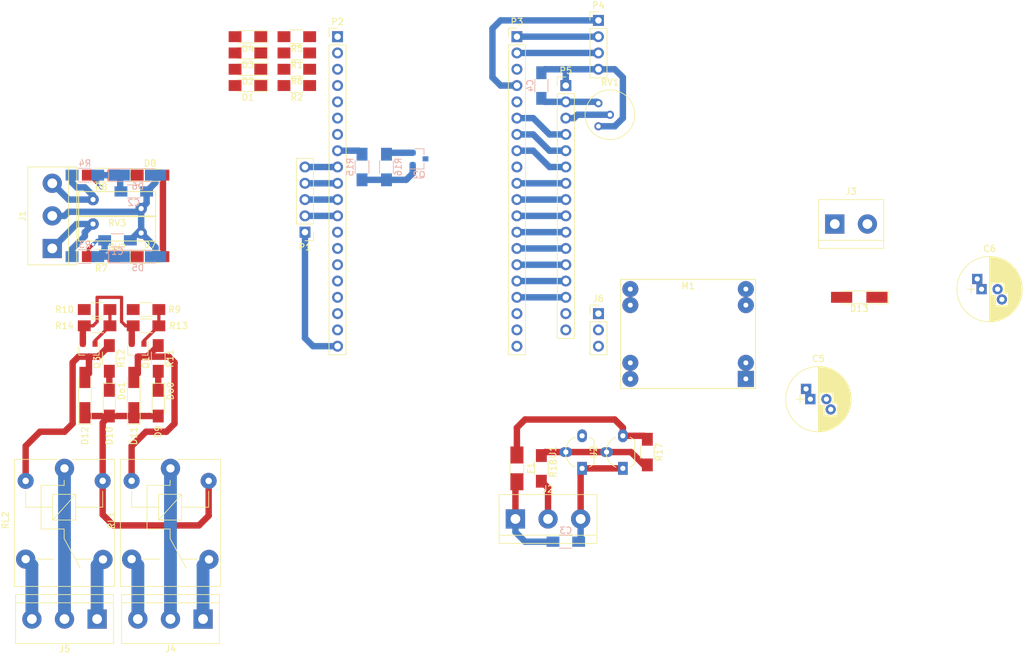
<source format=kicad_pcb>
(kicad_pcb (version 20171130) (host pcbnew "(5.0.0)")

  (general
    (thickness 1.6)
    (drawings 0)
    (tracks 190)
    (zones 0)
    (modules 60)
    (nets 69)
  )

  (page A4)
  (layers
    (0 F.Cu signal)
    (31 B.Cu signal)
    (32 B.Adhes user)
    (33 F.Adhes user)
    (34 B.Paste user)
    (35 F.Paste user)
    (36 B.SilkS user)
    (37 F.SilkS user)
    (38 B.Mask user)
    (39 F.Mask user)
    (40 Dwgs.User user)
    (41 Cmts.User user)
    (42 Eco1.User user)
    (43 Eco2.User user)
    (44 Edge.Cuts user)
    (45 Margin user)
    (46 B.CrtYd user)
    (47 F.CrtYd user)
    (48 B.Fab user)
    (49 F.Fab user)
  )

  (setup
    (last_trace_width 0.25)
    (user_trace_width 0.3)
    (user_trace_width 0.5)
    (user_trace_width 1)
    (user_trace_width 2)
    (trace_clearance 0.2)
    (zone_clearance 0.508)
    (zone_45_only no)
    (trace_min 0.2)
    (segment_width 0.2)
    (edge_width 0.15)
    (via_size 0.6)
    (via_drill 0.4)
    (via_min_size 0.4)
    (via_min_drill 0.3)
    (uvia_size 0.3)
    (uvia_drill 0.1)
    (uvias_allowed no)
    (uvia_min_size 0.2)
    (uvia_min_drill 0.1)
    (pcb_text_width 0.3)
    (pcb_text_size 1.5 1.5)
    (mod_edge_width 0.15)
    (mod_text_size 1 1)
    (mod_text_width 0.15)
    (pad_size 1.524 1.524)
    (pad_drill 0.762)
    (pad_to_mask_clearance 0.2)
    (aux_axis_origin 0 0)
    (visible_elements 7FFFFFFF)
    (pcbplotparams
      (layerselection 0x00030_80000001)
      (usegerberextensions false)
      (usegerberattributes false)
      (usegerberadvancedattributes false)
      (creategerberjobfile false)
      (excludeedgelayer true)
      (linewidth 0.100000)
      (plotframeref false)
      (viasonmask false)
      (mode 1)
      (useauxorigin false)
      (hpglpennumber 1)
      (hpglpenspeed 20)
      (hpglpendiameter 15.000000)
      (psnegative false)
      (psa4output false)
      (plotreference true)
      (plotvalue true)
      (plotinvisibletext false)
      (padsonsilk false)
      (subtractmaskfromsilk false)
      (outputformat 1)
      (mirror false)
      (drillshape 1)
      (scaleselection 1)
      (outputdirectory ""))
  )

  (net 0 "")
  (net 1 Di0)
  (net 2 GND)
  (net 3 Di1)
  (net 4 "Net-(C3-Pad2)")
  (net 5 +5V)
  (net 6 "Net-(C5-Pad1)")
  (net 7 "Net-(D1-Pad1)")
  (net 8 "Net-(D2-Pad1)")
  (net 9 "Net-(D3-Pad1)")
  (net 10 "Net-(D4-Pad1)")
  (net 11 "Net-(D7-Pad1)")
  (net 12 "Net-(D8-Pad1)")
  (net 13 "Net-(D9-Pad1)")
  (net 14 "Net-(D10-Pad1)")
  (net 15 "Net-(D11-Pad2)")
  (net 16 "Net-(D12-Pad2)")
  (net 17 "Net-(D13-Pad2)")
  (net 18 "Net-(J1-Pad1)")
  (net 19 "Net-(J1-Pad3)")
  (net 20 /1Wire)
  (net 21 "Net-(P1-Pad2)")
  (net 22 "Net-(P1-Pad3)")
  (net 23 "Net-(P1-Pad4)")
  (net 24 "Net-(P1-Pad5)")
  (net 25 "Net-(P2-Pad1)")
  (net 26 "Net-(P2-Pad2)")
  (net 27 "Net-(P2-Pad3)")
  (net 28 "Net-(P2-Pad4)")
  (net 29 Do0)
  (net 30 Do1)
  (net 31 /EncA)
  (net 32 /EncB)
  (net 33 /EncEnter)
  (net 34 "Net-(P3-Pad6)")
  (net 35 "Net-(P3-Pad7)")
  (net 36 "Net-(P3-Pad8)")
  (net 37 "Net-(P3-Pad10)")
  (net 38 "Net-(P3-Pad11)")
  (net 39 "Net-(P3-Pad12)")
  (net 40 "Net-(P3-Pad13)")
  (net 41 "Net-(P3-Pad14)")
  (net 42 "Net-(P3-Pad15)")
  (net 43 "Net-(P3-Pad16)")
  (net 44 "Net-(P3-Pad17)")
  (net 45 Contrast)
  (net 46 "Net-(Q1-Pad1)")
  (net 47 "Net-(Q2-Pad1)")
  (net 48 "Net-(Q3-Pad1)")
  (net 49 "Net-(J2-Pad2)")
  (net 50 "Net-(J4-Pad1)")
  (net 51 "Net-(J4-Pad2)")
  (net 52 "Net-(J4-Pad3)")
  (net 53 "Net-(J5-Pad1)")
  (net 54 "Net-(J5-Pad2)")
  (net 55 "Net-(J5-Pad3)")
  (net 56 /LCDLED)
  (net 57 "Net-(P3-Pad3)")
  (net 58 "Net-(P3-Pad5)")
  (net 59 "Net-(P3-Pad9)")
  (net 60 "Net-(P3-Pad19)")
  (net 61 "Net-(P3-Pad20)")
  (net 62 "Net-(P2-Pad6)")
  (net 63 /PWM)
  (net 64 "Net-(P2-Pad13)")
  (net 65 "Net-(P2-Pad14)")
  (net 66 "Net-(P2-Pad17)")
  (net 67 "Net-(P2-Pad18)")
  (net 68 "Net-(J6-Pad2)")

  (net_class Default "Это класс цепей по умолчанию."
    (clearance 0.2)
    (trace_width 0.25)
    (via_dia 0.6)
    (via_drill 0.4)
    (uvia_dia 0.3)
    (uvia_drill 0.1)
    (add_net +5V)
    (add_net /1Wire)
    (add_net /EncA)
    (add_net /EncB)
    (add_net /EncEnter)
    (add_net /LCDLED)
    (add_net /PWM)
    (add_net Contrast)
    (add_net Di0)
    (add_net Di1)
    (add_net Do0)
    (add_net Do1)
    (add_net GND)
    (add_net "Net-(C3-Pad2)")
    (add_net "Net-(C5-Pad1)")
    (add_net "Net-(D1-Pad1)")
    (add_net "Net-(D10-Pad1)")
    (add_net "Net-(D11-Pad2)")
    (add_net "Net-(D12-Pad2)")
    (add_net "Net-(D13-Pad2)")
    (add_net "Net-(D2-Pad1)")
    (add_net "Net-(D3-Pad1)")
    (add_net "Net-(D4-Pad1)")
    (add_net "Net-(D7-Pad1)")
    (add_net "Net-(D8-Pad1)")
    (add_net "Net-(D9-Pad1)")
    (add_net "Net-(J1-Pad1)")
    (add_net "Net-(J1-Pad3)")
    (add_net "Net-(J2-Pad2)")
    (add_net "Net-(J4-Pad1)")
    (add_net "Net-(J4-Pad2)")
    (add_net "Net-(J4-Pad3)")
    (add_net "Net-(J5-Pad1)")
    (add_net "Net-(J5-Pad2)")
    (add_net "Net-(J5-Pad3)")
    (add_net "Net-(J6-Pad2)")
    (add_net "Net-(P1-Pad2)")
    (add_net "Net-(P1-Pad3)")
    (add_net "Net-(P1-Pad4)")
    (add_net "Net-(P1-Pad5)")
    (add_net "Net-(P2-Pad1)")
    (add_net "Net-(P2-Pad13)")
    (add_net "Net-(P2-Pad14)")
    (add_net "Net-(P2-Pad17)")
    (add_net "Net-(P2-Pad18)")
    (add_net "Net-(P2-Pad2)")
    (add_net "Net-(P2-Pad3)")
    (add_net "Net-(P2-Pad4)")
    (add_net "Net-(P2-Pad6)")
    (add_net "Net-(P3-Pad10)")
    (add_net "Net-(P3-Pad11)")
    (add_net "Net-(P3-Pad12)")
    (add_net "Net-(P3-Pad13)")
    (add_net "Net-(P3-Pad14)")
    (add_net "Net-(P3-Pad15)")
    (add_net "Net-(P3-Pad16)")
    (add_net "Net-(P3-Pad17)")
    (add_net "Net-(P3-Pad19)")
    (add_net "Net-(P3-Pad20)")
    (add_net "Net-(P3-Pad3)")
    (add_net "Net-(P3-Pad5)")
    (add_net "Net-(P3-Pad6)")
    (add_net "Net-(P3-Pad7)")
    (add_net "Net-(P3-Pad8)")
    (add_net "Net-(P3-Pad9)")
    (add_net "Net-(Q1-Pad1)")
    (add_net "Net-(Q2-Pad1)")
    (add_net "Net-(Q3-Pad1)")
  )

  (module Capacitors_THT:CP_Radial_D10.0mm_P2.50mm_P5.00mm (layer F.Cu) (tedit 597BC7C2) (tstamp 5BA0ED81)
    (at 217.17 158.115)
    (descr "CP, Radial series, Radial, pin pitch=2.50mm 5.00mm, , diameter=10mm, Electrolytic Capacitor")
    (tags "CP Radial series Radial pin pitch 2.50mm 5.00mm  diameter 10mm Electrolytic Capacitor")
    (path /5862CB3F)
    (fp_text reference C5 (at 1.25 -6.31) (layer F.SilkS)
      (effects (font (size 1 1) (thickness 0.15)))
    )
    (fp_text value 470,0 (at 1.25 6.31) (layer F.Fab)
      (effects (font (size 1 1) (thickness 0.15)))
    )
    (fp_text user %R (at 1.25 0) (layer F.Fab)
      (effects (font (size 1 1) (thickness 0.15)))
    )
    (fp_line (start 6.6 -5.35) (end -4.1 -5.35) (layer F.CrtYd) (width 0.05))
    (fp_line (start 6.6 5.35) (end 6.6 -5.35) (layer F.CrtYd) (width 0.05))
    (fp_line (start -4.1 5.35) (end 6.6 5.35) (layer F.CrtYd) (width 0.05))
    (fp_line (start -4.1 -5.35) (end -4.1 5.35) (layer F.CrtYd) (width 0.05))
    (fp_line (start -1.6 -0.65) (end -1.6 0.65) (layer F.SilkS) (width 0.12))
    (fp_line (start -2.2 0) (end -1 0) (layer F.SilkS) (width 0.12))
    (fp_line (start 6.331 -0.279) (end 6.331 0.279) (layer F.SilkS) (width 0.12))
    (fp_line (start 6.291 -0.672) (end 6.291 0.672) (layer F.SilkS) (width 0.12))
    (fp_line (start 6.251 -0.913) (end 6.251 0.913) (layer F.SilkS) (width 0.12))
    (fp_line (start 6.211 -1.104) (end 6.211 1.104) (layer F.SilkS) (width 0.12))
    (fp_line (start 6.171 -1.265) (end 6.171 1.265) (layer F.SilkS) (width 0.12))
    (fp_line (start 6.131 -1.407) (end 6.131 1.407) (layer F.SilkS) (width 0.12))
    (fp_line (start 6.091 -1.536) (end 6.091 1.536) (layer F.SilkS) (width 0.12))
    (fp_line (start 6.051 -1.654) (end 6.051 1.654) (layer F.SilkS) (width 0.12))
    (fp_line (start 6.011 -1.763) (end 6.011 1.763) (layer F.SilkS) (width 0.12))
    (fp_line (start 5.971 -1.866) (end 5.971 1.866) (layer F.SilkS) (width 0.12))
    (fp_line (start 5.931 -1.962) (end 5.931 1.962) (layer F.SilkS) (width 0.12))
    (fp_line (start 5.891 -2.053) (end 5.891 2.053) (layer F.SilkS) (width 0.12))
    (fp_line (start 5.851 -2.14) (end 5.851 2.14) (layer F.SilkS) (width 0.12))
    (fp_line (start 5.811 -2.222) (end 5.811 2.222) (layer F.SilkS) (width 0.12))
    (fp_line (start 5.771 -2.301) (end 5.771 2.301) (layer F.SilkS) (width 0.12))
    (fp_line (start 5.731 -2.377) (end 5.731 2.377) (layer F.SilkS) (width 0.12))
    (fp_line (start 5.691 -2.449) (end 5.691 2.449) (layer F.SilkS) (width 0.12))
    (fp_line (start 5.651 -2.519) (end 5.651 2.519) (layer F.SilkS) (width 0.12))
    (fp_line (start 5.611 -2.587) (end 5.611 2.587) (layer F.SilkS) (width 0.12))
    (fp_line (start 5.571 -2.652) (end 5.571 2.652) (layer F.SilkS) (width 0.12))
    (fp_line (start 5.531 -2.715) (end 5.531 2.715) (layer F.SilkS) (width 0.12))
    (fp_line (start 5.491 -2.777) (end 5.491 2.777) (layer F.SilkS) (width 0.12))
    (fp_line (start 5.451 -2.836) (end 5.451 2.836) (layer F.SilkS) (width 0.12))
    (fp_line (start 5.411 -2.894) (end 5.411 2.894) (layer F.SilkS) (width 0.12))
    (fp_line (start 5.371 -2.949) (end 5.371 2.949) (layer F.SilkS) (width 0.12))
    (fp_line (start 5.331 -3.004) (end 5.331 3.004) (layer F.SilkS) (width 0.12))
    (fp_line (start 5.291 -3.057) (end 5.291 3.057) (layer F.SilkS) (width 0.12))
    (fp_line (start 5.251 -3.108) (end 5.251 3.108) (layer F.SilkS) (width 0.12))
    (fp_line (start 5.211 -3.158) (end 5.211 3.158) (layer F.SilkS) (width 0.12))
    (fp_line (start 5.171 -3.207) (end 5.171 3.207) (layer F.SilkS) (width 0.12))
    (fp_line (start 5.131 -3.255) (end 5.131 3.255) (layer F.SilkS) (width 0.12))
    (fp_line (start 5.091 -3.302) (end 5.091 3.302) (layer F.SilkS) (width 0.12))
    (fp_line (start 5.051 -3.347) (end 5.051 3.347) (layer F.SilkS) (width 0.12))
    (fp_line (start 5.011 -3.391) (end 5.011 3.391) (layer F.SilkS) (width 0.12))
    (fp_line (start 4.971 -3.435) (end 4.971 3.435) (layer F.SilkS) (width 0.12))
    (fp_line (start 4.931 -3.477) (end 4.931 3.477) (layer F.SilkS) (width 0.12))
    (fp_line (start 4.891 -3.518) (end 4.891 3.518) (layer F.SilkS) (width 0.12))
    (fp_line (start 4.851 -3.559) (end 4.851 3.559) (layer F.SilkS) (width 0.12))
    (fp_line (start 4.811 -3.598) (end 4.811 3.598) (layer F.SilkS) (width 0.12))
    (fp_line (start 4.771 -3.637) (end 4.771 3.637) (layer F.SilkS) (width 0.12))
    (fp_line (start 4.731 -3.675) (end 4.731 3.675) (layer F.SilkS) (width 0.12))
    (fp_line (start 4.691 -3.712) (end 4.691 3.712) (layer F.SilkS) (width 0.12))
    (fp_line (start 4.651 -3.748) (end 4.651 3.748) (layer F.SilkS) (width 0.12))
    (fp_line (start 4.611 -3.784) (end 4.611 3.784) (layer F.SilkS) (width 0.12))
    (fp_line (start 4.571 -3.819) (end 4.571 3.819) (layer F.SilkS) (width 0.12))
    (fp_line (start 4.531 -3.853) (end 4.531 3.853) (layer F.SilkS) (width 0.12))
    (fp_line (start 4.491 -3.886) (end 4.491 3.886) (layer F.SilkS) (width 0.12))
    (fp_line (start 4.451 -3.919) (end 4.451 3.919) (layer F.SilkS) (width 0.12))
    (fp_line (start 4.411 -3.951) (end 4.411 3.951) (layer F.SilkS) (width 0.12))
    (fp_line (start 4.371 -3.982) (end 4.371 3.982) (layer F.SilkS) (width 0.12))
    (fp_line (start 4.331 -4.013) (end 4.331 4.013) (layer F.SilkS) (width 0.12))
    (fp_line (start 4.291 -4.043) (end 4.291 4.043) (layer F.SilkS) (width 0.12))
    (fp_line (start 4.251 -4.072) (end 4.251 4.072) (layer F.SilkS) (width 0.12))
    (fp_line (start 4.211 -4.101) (end 4.211 4.101) (layer F.SilkS) (width 0.12))
    (fp_line (start 4.171 -4.13) (end 4.171 4.13) (layer F.SilkS) (width 0.12))
    (fp_line (start 4.131 2.58) (end 4.131 4.157) (layer F.SilkS) (width 0.12))
    (fp_line (start 4.131 -4.157) (end 4.131 0.621) (layer F.SilkS) (width 0.12))
    (fp_line (start 4.091 2.58) (end 4.091 4.185) (layer F.SilkS) (width 0.12))
    (fp_line (start 4.091 -4.185) (end 4.091 0.621) (layer F.SilkS) (width 0.12))
    (fp_line (start 4.051 2.58) (end 4.051 4.211) (layer F.SilkS) (width 0.12))
    (fp_line (start 4.051 -4.211) (end 4.051 0.621) (layer F.SilkS) (width 0.12))
    (fp_line (start 4.011 2.58) (end 4.011 4.237) (layer F.SilkS) (width 0.12))
    (fp_line (start 4.011 -4.237) (end 4.011 0.621) (layer F.SilkS) (width 0.12))
    (fp_line (start 3.971 2.58) (end 3.971 4.263) (layer F.SilkS) (width 0.12))
    (fp_line (start 3.971 -4.263) (end 3.971 0.621) (layer F.SilkS) (width 0.12))
    (fp_line (start 3.931 2.58) (end 3.931 4.288) (layer F.SilkS) (width 0.12))
    (fp_line (start 3.931 -4.288) (end 3.931 0.621) (layer F.SilkS) (width 0.12))
    (fp_line (start 3.891 2.58) (end 3.891 4.312) (layer F.SilkS) (width 0.12))
    (fp_line (start 3.891 -4.312) (end 3.891 0.621) (layer F.SilkS) (width 0.12))
    (fp_line (start 3.851 2.58) (end 3.851 4.336) (layer F.SilkS) (width 0.12))
    (fp_line (start 3.851 -4.336) (end 3.851 0.621) (layer F.SilkS) (width 0.12))
    (fp_line (start 3.811 2.58) (end 3.811 4.36) (layer F.SilkS) (width 0.12))
    (fp_line (start 3.811 -4.36) (end 3.811 0.621) (layer F.SilkS) (width 0.12))
    (fp_line (start 3.771 2.58) (end 3.771 4.383) (layer F.SilkS) (width 0.12))
    (fp_line (start 3.771 -4.383) (end 3.771 0.621) (layer F.SilkS) (width 0.12))
    (fp_line (start 3.731 2.58) (end 3.731 4.405) (layer F.SilkS) (width 0.12))
    (fp_line (start 3.731 -4.405) (end 3.731 0.621) (layer F.SilkS) (width 0.12))
    (fp_line (start 3.691 2.58) (end 3.691 4.428) (layer F.SilkS) (width 0.12))
    (fp_line (start 3.691 -4.428) (end 3.691 0.621) (layer F.SilkS) (width 0.12))
    (fp_line (start 3.651 2.58) (end 3.651 4.449) (layer F.SilkS) (width 0.12))
    (fp_line (start 3.651 -4.449) (end 3.651 0.621) (layer F.SilkS) (width 0.12))
    (fp_line (start 3.611 2.58) (end 3.611 4.47) (layer F.SilkS) (width 0.12))
    (fp_line (start 3.611 -4.47) (end 3.611 0.621) (layer F.SilkS) (width 0.12))
    (fp_line (start 3.571 2.58) (end 3.571 4.491) (layer F.SilkS) (width 0.12))
    (fp_line (start 3.571 -4.491) (end 3.571 0.621) (layer F.SilkS) (width 0.12))
    (fp_line (start 3.531 2.58) (end 3.531 4.511) (layer F.SilkS) (width 0.12))
    (fp_line (start 3.531 -4.511) (end 3.531 0.621) (layer F.SilkS) (width 0.12))
    (fp_line (start 3.491 2.58) (end 3.491 4.531) (layer F.SilkS) (width 0.12))
    (fp_line (start 3.491 -4.531) (end 3.491 0.621) (layer F.SilkS) (width 0.12))
    (fp_line (start 3.451 2.58) (end 3.451 4.55) (layer F.SilkS) (width 0.12))
    (fp_line (start 3.451 -4.55) (end 3.451 -0.98) (layer F.SilkS) (width 0.12))
    (fp_line (start 3.411 2.58) (end 3.411 4.569) (layer F.SilkS) (width 0.12))
    (fp_line (start 3.411 -4.569) (end 3.411 -0.98) (layer F.SilkS) (width 0.12))
    (fp_line (start 3.371 2.58) (end 3.371 4.588) (layer F.SilkS) (width 0.12))
    (fp_line (start 3.371 -4.588) (end 3.371 -0.98) (layer F.SilkS) (width 0.12))
    (fp_line (start 3.331 2.58) (end 3.331 4.606) (layer F.SilkS) (width 0.12))
    (fp_line (start 3.331 -4.606) (end 3.331 -0.98) (layer F.SilkS) (width 0.12))
    (fp_line (start 3.291 2.58) (end 3.291 4.624) (layer F.SilkS) (width 0.12))
    (fp_line (start 3.291 -4.624) (end 3.291 -0.98) (layer F.SilkS) (width 0.12))
    (fp_line (start 3.251 2.58) (end 3.251 4.641) (layer F.SilkS) (width 0.12))
    (fp_line (start 3.251 -4.641) (end 3.251 -0.98) (layer F.SilkS) (width 0.12))
    (fp_line (start 3.211 2.58) (end 3.211 4.658) (layer F.SilkS) (width 0.12))
    (fp_line (start 3.211 -4.658) (end 3.211 -0.98) (layer F.SilkS) (width 0.12))
    (fp_line (start 3.171 2.58) (end 3.171 4.674) (layer F.SilkS) (width 0.12))
    (fp_line (start 3.171 -4.674) (end 3.171 -0.98) (layer F.SilkS) (width 0.12))
    (fp_line (start 3.131 2.58) (end 3.131 4.691) (layer F.SilkS) (width 0.12))
    (fp_line (start 3.131 -4.691) (end 3.131 -0.98) (layer F.SilkS) (width 0.12))
    (fp_line (start 3.091 2.58) (end 3.091 4.706) (layer F.SilkS) (width 0.12))
    (fp_line (start 3.091 -4.706) (end 3.091 -0.98) (layer F.SilkS) (width 0.12))
    (fp_line (start 3.051 2.58) (end 3.051 4.722) (layer F.SilkS) (width 0.12))
    (fp_line (start 3.051 -4.722) (end 3.051 -0.98) (layer F.SilkS) (width 0.12))
    (fp_line (start 3.011 2.58) (end 3.011 4.737) (layer F.SilkS) (width 0.12))
    (fp_line (start 3.011 -4.737) (end 3.011 -0.98) (layer F.SilkS) (width 0.12))
    (fp_line (start 2.971 2.58) (end 2.971 4.751) (layer F.SilkS) (width 0.12))
    (fp_line (start 2.971 -4.751) (end 2.971 -0.98) (layer F.SilkS) (width 0.12))
    (fp_line (start 2.931 2.58) (end 2.931 4.765) (layer F.SilkS) (width 0.12))
    (fp_line (start 2.931 -4.765) (end 2.931 -0.98) (layer F.SilkS) (width 0.12))
    (fp_line (start 2.891 2.58) (end 2.891 4.779) (layer F.SilkS) (width 0.12))
    (fp_line (start 2.891 -4.779) (end 2.891 -0.98) (layer F.SilkS) (width 0.12))
    (fp_line (start 2.851 2.58) (end 2.851 4.792) (layer F.SilkS) (width 0.12))
    (fp_line (start 2.851 -4.792) (end 2.851 -0.98) (layer F.SilkS) (width 0.12))
    (fp_line (start 2.811 2.58) (end 2.811 4.806) (layer F.SilkS) (width 0.12))
    (fp_line (start 2.811 -4.806) (end 2.811 -0.98) (layer F.SilkS) (width 0.12))
    (fp_line (start 2.771 2.58) (end 2.771 4.818) (layer F.SilkS) (width 0.12))
    (fp_line (start 2.771 -4.818) (end 2.771 -0.98) (layer F.SilkS) (width 0.12))
    (fp_line (start 2.731 2.58) (end 2.731 4.831) (layer F.SilkS) (width 0.12))
    (fp_line (start 2.731 -4.831) (end 2.731 -0.98) (layer F.SilkS) (width 0.12))
    (fp_line (start 2.691 2.58) (end 2.691 4.843) (layer F.SilkS) (width 0.12))
    (fp_line (start 2.691 -4.843) (end 2.691 -0.98) (layer F.SilkS) (width 0.12))
    (fp_line (start 2.651 2.58) (end 2.651 4.854) (layer F.SilkS) (width 0.12))
    (fp_line (start 2.651 -4.854) (end 2.651 -0.98) (layer F.SilkS) (width 0.12))
    (fp_line (start 2.611 2.58) (end 2.611 4.865) (layer F.SilkS) (width 0.12))
    (fp_line (start 2.611 -4.865) (end 2.611 -0.98) (layer F.SilkS) (width 0.12))
    (fp_line (start 2.571 2.58) (end 2.571 4.876) (layer F.SilkS) (width 0.12))
    (fp_line (start 2.571 -4.876) (end 2.571 -0.98) (layer F.SilkS) (width 0.12))
    (fp_line (start 2.531 2.58) (end 2.531 4.887) (layer F.SilkS) (width 0.12))
    (fp_line (start 2.531 -4.887) (end 2.531 -0.98) (layer F.SilkS) (width 0.12))
    (fp_line (start 2.491 2.58) (end 2.491 4.897) (layer F.SilkS) (width 0.12))
    (fp_line (start 2.491 -4.897) (end 2.491 -0.98) (layer F.SilkS) (width 0.12))
    (fp_line (start 2.451 2.58) (end 2.451 4.907) (layer F.SilkS) (width 0.12))
    (fp_line (start 2.451 -4.907) (end 2.451 -0.98) (layer F.SilkS) (width 0.12))
    (fp_line (start 2.411 2.58) (end 2.411 4.917) (layer F.SilkS) (width 0.12))
    (fp_line (start 2.411 -4.917) (end 2.411 -0.98) (layer F.SilkS) (width 0.12))
    (fp_line (start 2.371 2.58) (end 2.371 4.926) (layer F.SilkS) (width 0.12))
    (fp_line (start 2.371 -4.926) (end 2.371 -0.98) (layer F.SilkS) (width 0.12))
    (fp_line (start 2.331 2.58) (end 2.331 4.935) (layer F.SilkS) (width 0.12))
    (fp_line (start 2.331 -4.935) (end 2.331 -0.98) (layer F.SilkS) (width 0.12))
    (fp_line (start 2.291 2.58) (end 2.291 4.943) (layer F.SilkS) (width 0.12))
    (fp_line (start 2.291 -4.943) (end 2.291 -0.98) (layer F.SilkS) (width 0.12))
    (fp_line (start 2.251 2.58) (end 2.251 4.951) (layer F.SilkS) (width 0.12))
    (fp_line (start 2.251 -4.951) (end 2.251 -0.98) (layer F.SilkS) (width 0.12))
    (fp_line (start 2.211 2.58) (end 2.211 4.959) (layer F.SilkS) (width 0.12))
    (fp_line (start 2.211 -4.959) (end 2.211 -0.98) (layer F.SilkS) (width 0.12))
    (fp_line (start 2.171 0.98) (end 2.171 4.967) (layer F.SilkS) (width 0.12))
    (fp_line (start 2.171 -4.967) (end 2.171 -0.98) (layer F.SilkS) (width 0.12))
    (fp_line (start 2.131 0.98) (end 2.131 4.974) (layer F.SilkS) (width 0.12))
    (fp_line (start 2.131 -4.974) (end 2.131 -0.98) (layer F.SilkS) (width 0.12))
    (fp_line (start 2.091 0.98) (end 2.091 4.981) (layer F.SilkS) (width 0.12))
    (fp_line (start 2.091 -4.981) (end 2.091 -0.98) (layer F.SilkS) (width 0.12))
    (fp_line (start 2.051 0.98) (end 2.051 4.987) (layer F.SilkS) (width 0.12))
    (fp_line (start 2.051 -4.987) (end 2.051 -0.98) (layer F.SilkS) (width 0.12))
    (fp_line (start 2.011 0.98) (end 2.011 4.993) (layer F.SilkS) (width 0.12))
    (fp_line (start 2.011 -4.993) (end 2.011 -0.98) (layer F.SilkS) (width 0.12))
    (fp_line (start 1.971 0.98) (end 1.971 4.999) (layer F.SilkS) (width 0.12))
    (fp_line (start 1.971 -4.999) (end 1.971 -0.98) (layer F.SilkS) (width 0.12))
    (fp_line (start 1.93 0.98) (end 1.93 5.005) (layer F.SilkS) (width 0.12))
    (fp_line (start 1.93 -5.005) (end 1.93 -0.98) (layer F.SilkS) (width 0.12))
    (fp_line (start 1.89 0.98) (end 1.89 5.01) (layer F.SilkS) (width 0.12))
    (fp_line (start 1.89 -5.01) (end 1.89 -0.98) (layer F.SilkS) (width 0.12))
    (fp_line (start 1.85 0.98) (end 1.85 5.015) (layer F.SilkS) (width 0.12))
    (fp_line (start 1.85 -5.015) (end 1.85 -0.98) (layer F.SilkS) (width 0.12))
    (fp_line (start 1.81 0.98) (end 1.81 5.02) (layer F.SilkS) (width 0.12))
    (fp_line (start 1.81 -5.02) (end 1.81 -0.98) (layer F.SilkS) (width 0.12))
    (fp_line (start 1.77 0.98) (end 1.77 5.024) (layer F.SilkS) (width 0.12))
    (fp_line (start 1.77 -5.024) (end 1.77 -0.98) (layer F.SilkS) (width 0.12))
    (fp_line (start 1.73 0.98) (end 1.73 5.028) (layer F.SilkS) (width 0.12))
    (fp_line (start 1.73 -5.028) (end 1.73 -0.98) (layer F.SilkS) (width 0.12))
    (fp_line (start 1.69 0.98) (end 1.69 5.031) (layer F.SilkS) (width 0.12))
    (fp_line (start 1.69 -5.031) (end 1.69 -0.98) (layer F.SilkS) (width 0.12))
    (fp_line (start 1.65 0.98) (end 1.65 5.035) (layer F.SilkS) (width 0.12))
    (fp_line (start 1.65 -5.035) (end 1.65 -0.98) (layer F.SilkS) (width 0.12))
    (fp_line (start 1.61 0.98) (end 1.61 5.038) (layer F.SilkS) (width 0.12))
    (fp_line (start 1.61 -5.038) (end 1.61 -0.98) (layer F.SilkS) (width 0.12))
    (fp_line (start 1.57 0.98) (end 1.57 5.04) (layer F.SilkS) (width 0.12))
    (fp_line (start 1.57 -5.04) (end 1.57 -0.98) (layer F.SilkS) (width 0.12))
    (fp_line (start 1.53 0.98) (end 1.53 5.043) (layer F.SilkS) (width 0.12))
    (fp_line (start 1.53 -5.043) (end 1.53 -0.98) (layer F.SilkS) (width 0.12))
    (fp_line (start 1.49 -5.045) (end 1.49 5.045) (layer F.SilkS) (width 0.12))
    (fp_line (start 1.45 -5.047) (end 1.45 5.047) (layer F.SilkS) (width 0.12))
    (fp_line (start 1.41 -5.048) (end 1.41 5.048) (layer F.SilkS) (width 0.12))
    (fp_line (start 1.37 -5.049) (end 1.37 5.049) (layer F.SilkS) (width 0.12))
    (fp_line (start 1.33 -5.05) (end 1.33 5.05) (layer F.SilkS) (width 0.12))
    (fp_line (start 1.29 -5.05) (end 1.29 5.05) (layer F.SilkS) (width 0.12))
    (fp_line (start 1.25 -5.05) (end 1.25 5.05) (layer F.SilkS) (width 0.12))
    (fp_line (start -1.6 -0.65) (end -1.6 0.65) (layer F.Fab) (width 0.1))
    (fp_line (start -2.2 0) (end -1 0) (layer F.Fab) (width 0.1))
    (fp_circle (center 1.25 0) (end 6.34 0) (layer F.SilkS) (width 0.12))
    (fp_circle (center 1.25 0) (end 6.25 0) (layer F.Fab) (width 0.1))
    (pad 2 thru_hole circle (at 3.170937 1.6) (size 1.6 1.6) (drill 0.8) (layers *.Cu *.Mask)
      (net 2 GND))
    (pad 1 thru_hole rect (at -0.670937 -1.6) (size 1.6 1.6) (drill 0.8) (layers *.Cu *.Mask)
      (net 6 "Net-(C5-Pad1)"))
    (pad 2 thru_hole circle (at 2.5 0) (size 1.6 1.6) (drill 0.8) (layers *.Cu *.Mask)
      (net 2 GND))
    (pad 1 thru_hole rect (at 0 0) (size 1.6 1.6) (drill 0.8) (layers *.Cu *.Mask)
      (net 6 "Net-(C5-Pad1)"))
    (model ${KISYS3DMOD}/Capacitors_THT.3dshapes/CP_Radial_D10.0mm_P2.50mm_P5.00mm.wrl
      (at (xyz 0 0 0))
      (scale (xyz 1 1 1))
      (rotate (xyz 0 0 0))
    )
  )

  (module Capacitors_THT:CP_Radial_D10.0mm_P2.50mm_P5.00mm (layer F.Cu) (tedit 597BC7C2) (tstamp 5BA0ECAD)
    (at 243.84 140.97)
    (descr "CP, Radial series, Radial, pin pitch=2.50mm 5.00mm, , diameter=10mm, Electrolytic Capacitor")
    (tags "CP Radial series Radial pin pitch 2.50mm 5.00mm  diameter 10mm Electrolytic Capacitor")
    (path /5B008844)
    (fp_text reference C6 (at 1.25 -6.31) (layer F.SilkS)
      (effects (font (size 1 1) (thickness 0.15)))
    )
    (fp_text value 470,0 (at 1.25 6.31) (layer F.Fab)
      (effects (font (size 1 1) (thickness 0.15)))
    )
    (fp_circle (center 1.25 0) (end 6.25 0) (layer F.Fab) (width 0.1))
    (fp_circle (center 1.25 0) (end 6.34 0) (layer F.SilkS) (width 0.12))
    (fp_line (start -2.2 0) (end -1 0) (layer F.Fab) (width 0.1))
    (fp_line (start -1.6 -0.65) (end -1.6 0.65) (layer F.Fab) (width 0.1))
    (fp_line (start 1.25 -5.05) (end 1.25 5.05) (layer F.SilkS) (width 0.12))
    (fp_line (start 1.29 -5.05) (end 1.29 5.05) (layer F.SilkS) (width 0.12))
    (fp_line (start 1.33 -5.05) (end 1.33 5.05) (layer F.SilkS) (width 0.12))
    (fp_line (start 1.37 -5.049) (end 1.37 5.049) (layer F.SilkS) (width 0.12))
    (fp_line (start 1.41 -5.048) (end 1.41 5.048) (layer F.SilkS) (width 0.12))
    (fp_line (start 1.45 -5.047) (end 1.45 5.047) (layer F.SilkS) (width 0.12))
    (fp_line (start 1.49 -5.045) (end 1.49 5.045) (layer F.SilkS) (width 0.12))
    (fp_line (start 1.53 -5.043) (end 1.53 -0.98) (layer F.SilkS) (width 0.12))
    (fp_line (start 1.53 0.98) (end 1.53 5.043) (layer F.SilkS) (width 0.12))
    (fp_line (start 1.57 -5.04) (end 1.57 -0.98) (layer F.SilkS) (width 0.12))
    (fp_line (start 1.57 0.98) (end 1.57 5.04) (layer F.SilkS) (width 0.12))
    (fp_line (start 1.61 -5.038) (end 1.61 -0.98) (layer F.SilkS) (width 0.12))
    (fp_line (start 1.61 0.98) (end 1.61 5.038) (layer F.SilkS) (width 0.12))
    (fp_line (start 1.65 -5.035) (end 1.65 -0.98) (layer F.SilkS) (width 0.12))
    (fp_line (start 1.65 0.98) (end 1.65 5.035) (layer F.SilkS) (width 0.12))
    (fp_line (start 1.69 -5.031) (end 1.69 -0.98) (layer F.SilkS) (width 0.12))
    (fp_line (start 1.69 0.98) (end 1.69 5.031) (layer F.SilkS) (width 0.12))
    (fp_line (start 1.73 -5.028) (end 1.73 -0.98) (layer F.SilkS) (width 0.12))
    (fp_line (start 1.73 0.98) (end 1.73 5.028) (layer F.SilkS) (width 0.12))
    (fp_line (start 1.77 -5.024) (end 1.77 -0.98) (layer F.SilkS) (width 0.12))
    (fp_line (start 1.77 0.98) (end 1.77 5.024) (layer F.SilkS) (width 0.12))
    (fp_line (start 1.81 -5.02) (end 1.81 -0.98) (layer F.SilkS) (width 0.12))
    (fp_line (start 1.81 0.98) (end 1.81 5.02) (layer F.SilkS) (width 0.12))
    (fp_line (start 1.85 -5.015) (end 1.85 -0.98) (layer F.SilkS) (width 0.12))
    (fp_line (start 1.85 0.98) (end 1.85 5.015) (layer F.SilkS) (width 0.12))
    (fp_line (start 1.89 -5.01) (end 1.89 -0.98) (layer F.SilkS) (width 0.12))
    (fp_line (start 1.89 0.98) (end 1.89 5.01) (layer F.SilkS) (width 0.12))
    (fp_line (start 1.93 -5.005) (end 1.93 -0.98) (layer F.SilkS) (width 0.12))
    (fp_line (start 1.93 0.98) (end 1.93 5.005) (layer F.SilkS) (width 0.12))
    (fp_line (start 1.971 -4.999) (end 1.971 -0.98) (layer F.SilkS) (width 0.12))
    (fp_line (start 1.971 0.98) (end 1.971 4.999) (layer F.SilkS) (width 0.12))
    (fp_line (start 2.011 -4.993) (end 2.011 -0.98) (layer F.SilkS) (width 0.12))
    (fp_line (start 2.011 0.98) (end 2.011 4.993) (layer F.SilkS) (width 0.12))
    (fp_line (start 2.051 -4.987) (end 2.051 -0.98) (layer F.SilkS) (width 0.12))
    (fp_line (start 2.051 0.98) (end 2.051 4.987) (layer F.SilkS) (width 0.12))
    (fp_line (start 2.091 -4.981) (end 2.091 -0.98) (layer F.SilkS) (width 0.12))
    (fp_line (start 2.091 0.98) (end 2.091 4.981) (layer F.SilkS) (width 0.12))
    (fp_line (start 2.131 -4.974) (end 2.131 -0.98) (layer F.SilkS) (width 0.12))
    (fp_line (start 2.131 0.98) (end 2.131 4.974) (layer F.SilkS) (width 0.12))
    (fp_line (start 2.171 -4.967) (end 2.171 -0.98) (layer F.SilkS) (width 0.12))
    (fp_line (start 2.171 0.98) (end 2.171 4.967) (layer F.SilkS) (width 0.12))
    (fp_line (start 2.211 -4.959) (end 2.211 -0.98) (layer F.SilkS) (width 0.12))
    (fp_line (start 2.211 2.58) (end 2.211 4.959) (layer F.SilkS) (width 0.12))
    (fp_line (start 2.251 -4.951) (end 2.251 -0.98) (layer F.SilkS) (width 0.12))
    (fp_line (start 2.251 2.58) (end 2.251 4.951) (layer F.SilkS) (width 0.12))
    (fp_line (start 2.291 -4.943) (end 2.291 -0.98) (layer F.SilkS) (width 0.12))
    (fp_line (start 2.291 2.58) (end 2.291 4.943) (layer F.SilkS) (width 0.12))
    (fp_line (start 2.331 -4.935) (end 2.331 -0.98) (layer F.SilkS) (width 0.12))
    (fp_line (start 2.331 2.58) (end 2.331 4.935) (layer F.SilkS) (width 0.12))
    (fp_line (start 2.371 -4.926) (end 2.371 -0.98) (layer F.SilkS) (width 0.12))
    (fp_line (start 2.371 2.58) (end 2.371 4.926) (layer F.SilkS) (width 0.12))
    (fp_line (start 2.411 -4.917) (end 2.411 -0.98) (layer F.SilkS) (width 0.12))
    (fp_line (start 2.411 2.58) (end 2.411 4.917) (layer F.SilkS) (width 0.12))
    (fp_line (start 2.451 -4.907) (end 2.451 -0.98) (layer F.SilkS) (width 0.12))
    (fp_line (start 2.451 2.58) (end 2.451 4.907) (layer F.SilkS) (width 0.12))
    (fp_line (start 2.491 -4.897) (end 2.491 -0.98) (layer F.SilkS) (width 0.12))
    (fp_line (start 2.491 2.58) (end 2.491 4.897) (layer F.SilkS) (width 0.12))
    (fp_line (start 2.531 -4.887) (end 2.531 -0.98) (layer F.SilkS) (width 0.12))
    (fp_line (start 2.531 2.58) (end 2.531 4.887) (layer F.SilkS) (width 0.12))
    (fp_line (start 2.571 -4.876) (end 2.571 -0.98) (layer F.SilkS) (width 0.12))
    (fp_line (start 2.571 2.58) (end 2.571 4.876) (layer F.SilkS) (width 0.12))
    (fp_line (start 2.611 -4.865) (end 2.611 -0.98) (layer F.SilkS) (width 0.12))
    (fp_line (start 2.611 2.58) (end 2.611 4.865) (layer F.SilkS) (width 0.12))
    (fp_line (start 2.651 -4.854) (end 2.651 -0.98) (layer F.SilkS) (width 0.12))
    (fp_line (start 2.651 2.58) (end 2.651 4.854) (layer F.SilkS) (width 0.12))
    (fp_line (start 2.691 -4.843) (end 2.691 -0.98) (layer F.SilkS) (width 0.12))
    (fp_line (start 2.691 2.58) (end 2.691 4.843) (layer F.SilkS) (width 0.12))
    (fp_line (start 2.731 -4.831) (end 2.731 -0.98) (layer F.SilkS) (width 0.12))
    (fp_line (start 2.731 2.58) (end 2.731 4.831) (layer F.SilkS) (width 0.12))
    (fp_line (start 2.771 -4.818) (end 2.771 -0.98) (layer F.SilkS) (width 0.12))
    (fp_line (start 2.771 2.58) (end 2.771 4.818) (layer F.SilkS) (width 0.12))
    (fp_line (start 2.811 -4.806) (end 2.811 -0.98) (layer F.SilkS) (width 0.12))
    (fp_line (start 2.811 2.58) (end 2.811 4.806) (layer F.SilkS) (width 0.12))
    (fp_line (start 2.851 -4.792) (end 2.851 -0.98) (layer F.SilkS) (width 0.12))
    (fp_line (start 2.851 2.58) (end 2.851 4.792) (layer F.SilkS) (width 0.12))
    (fp_line (start 2.891 -4.779) (end 2.891 -0.98) (layer F.SilkS) (width 0.12))
    (fp_line (start 2.891 2.58) (end 2.891 4.779) (layer F.SilkS) (width 0.12))
    (fp_line (start 2.931 -4.765) (end 2.931 -0.98) (layer F.SilkS) (width 0.12))
    (fp_line (start 2.931 2.58) (end 2.931 4.765) (layer F.SilkS) (width 0.12))
    (fp_line (start 2.971 -4.751) (end 2.971 -0.98) (layer F.SilkS) (width 0.12))
    (fp_line (start 2.971 2.58) (end 2.971 4.751) (layer F.SilkS) (width 0.12))
    (fp_line (start 3.011 -4.737) (end 3.011 -0.98) (layer F.SilkS) (width 0.12))
    (fp_line (start 3.011 2.58) (end 3.011 4.737) (layer F.SilkS) (width 0.12))
    (fp_line (start 3.051 -4.722) (end 3.051 -0.98) (layer F.SilkS) (width 0.12))
    (fp_line (start 3.051 2.58) (end 3.051 4.722) (layer F.SilkS) (width 0.12))
    (fp_line (start 3.091 -4.706) (end 3.091 -0.98) (layer F.SilkS) (width 0.12))
    (fp_line (start 3.091 2.58) (end 3.091 4.706) (layer F.SilkS) (width 0.12))
    (fp_line (start 3.131 -4.691) (end 3.131 -0.98) (layer F.SilkS) (width 0.12))
    (fp_line (start 3.131 2.58) (end 3.131 4.691) (layer F.SilkS) (width 0.12))
    (fp_line (start 3.171 -4.674) (end 3.171 -0.98) (layer F.SilkS) (width 0.12))
    (fp_line (start 3.171 2.58) (end 3.171 4.674) (layer F.SilkS) (width 0.12))
    (fp_line (start 3.211 -4.658) (end 3.211 -0.98) (layer F.SilkS) (width 0.12))
    (fp_line (start 3.211 2.58) (end 3.211 4.658) (layer F.SilkS) (width 0.12))
    (fp_line (start 3.251 -4.641) (end 3.251 -0.98) (layer F.SilkS) (width 0.12))
    (fp_line (start 3.251 2.58) (end 3.251 4.641) (layer F.SilkS) (width 0.12))
    (fp_line (start 3.291 -4.624) (end 3.291 -0.98) (layer F.SilkS) (width 0.12))
    (fp_line (start 3.291 2.58) (end 3.291 4.624) (layer F.SilkS) (width 0.12))
    (fp_line (start 3.331 -4.606) (end 3.331 -0.98) (layer F.SilkS) (width 0.12))
    (fp_line (start 3.331 2.58) (end 3.331 4.606) (layer F.SilkS) (width 0.12))
    (fp_line (start 3.371 -4.588) (end 3.371 -0.98) (layer F.SilkS) (width 0.12))
    (fp_line (start 3.371 2.58) (end 3.371 4.588) (layer F.SilkS) (width 0.12))
    (fp_line (start 3.411 -4.569) (end 3.411 -0.98) (layer F.SilkS) (width 0.12))
    (fp_line (start 3.411 2.58) (end 3.411 4.569) (layer F.SilkS) (width 0.12))
    (fp_line (start 3.451 -4.55) (end 3.451 -0.98) (layer F.SilkS) (width 0.12))
    (fp_line (start 3.451 2.58) (end 3.451 4.55) (layer F.SilkS) (width 0.12))
    (fp_line (start 3.491 -4.531) (end 3.491 0.621) (layer F.SilkS) (width 0.12))
    (fp_line (start 3.491 2.58) (end 3.491 4.531) (layer F.SilkS) (width 0.12))
    (fp_line (start 3.531 -4.511) (end 3.531 0.621) (layer F.SilkS) (width 0.12))
    (fp_line (start 3.531 2.58) (end 3.531 4.511) (layer F.SilkS) (width 0.12))
    (fp_line (start 3.571 -4.491) (end 3.571 0.621) (layer F.SilkS) (width 0.12))
    (fp_line (start 3.571 2.58) (end 3.571 4.491) (layer F.SilkS) (width 0.12))
    (fp_line (start 3.611 -4.47) (end 3.611 0.621) (layer F.SilkS) (width 0.12))
    (fp_line (start 3.611 2.58) (end 3.611 4.47) (layer F.SilkS) (width 0.12))
    (fp_line (start 3.651 -4.449) (end 3.651 0.621) (layer F.SilkS) (width 0.12))
    (fp_line (start 3.651 2.58) (end 3.651 4.449) (layer F.SilkS) (width 0.12))
    (fp_line (start 3.691 -4.428) (end 3.691 0.621) (layer F.SilkS) (width 0.12))
    (fp_line (start 3.691 2.58) (end 3.691 4.428) (layer F.SilkS) (width 0.12))
    (fp_line (start 3.731 -4.405) (end 3.731 0.621) (layer F.SilkS) (width 0.12))
    (fp_line (start 3.731 2.58) (end 3.731 4.405) (layer F.SilkS) (width 0.12))
    (fp_line (start 3.771 -4.383) (end 3.771 0.621) (layer F.SilkS) (width 0.12))
    (fp_line (start 3.771 2.58) (end 3.771 4.383) (layer F.SilkS) (width 0.12))
    (fp_line (start 3.811 -4.36) (end 3.811 0.621) (layer F.SilkS) (width 0.12))
    (fp_line (start 3.811 2.58) (end 3.811 4.36) (layer F.SilkS) (width 0.12))
    (fp_line (start 3.851 -4.336) (end 3.851 0.621) (layer F.SilkS) (width 0.12))
    (fp_line (start 3.851 2.58) (end 3.851 4.336) (layer F.SilkS) (width 0.12))
    (fp_line (start 3.891 -4.312) (end 3.891 0.621) (layer F.SilkS) (width 0.12))
    (fp_line (start 3.891 2.58) (end 3.891 4.312) (layer F.SilkS) (width 0.12))
    (fp_line (start 3.931 -4.288) (end 3.931 0.621) (layer F.SilkS) (width 0.12))
    (fp_line (start 3.931 2.58) (end 3.931 4.288) (layer F.SilkS) (width 0.12))
    (fp_line (start 3.971 -4.263) (end 3.971 0.621) (layer F.SilkS) (width 0.12))
    (fp_line (start 3.971 2.58) (end 3.971 4.263) (layer F.SilkS) (width 0.12))
    (fp_line (start 4.011 -4.237) (end 4.011 0.621) (layer F.SilkS) (width 0.12))
    (fp_line (start 4.011 2.58) (end 4.011 4.237) (layer F.SilkS) (width 0.12))
    (fp_line (start 4.051 -4.211) (end 4.051 0.621) (layer F.SilkS) (width 0.12))
    (fp_line (start 4.051 2.58) (end 4.051 4.211) (layer F.SilkS) (width 0.12))
    (fp_line (start 4.091 -4.185) (end 4.091 0.621) (layer F.SilkS) (width 0.12))
    (fp_line (start 4.091 2.58) (end 4.091 4.185) (layer F.SilkS) (width 0.12))
    (fp_line (start 4.131 -4.157) (end 4.131 0.621) (layer F.SilkS) (width 0.12))
    (fp_line (start 4.131 2.58) (end 4.131 4.157) (layer F.SilkS) (width 0.12))
    (fp_line (start 4.171 -4.13) (end 4.171 4.13) (layer F.SilkS) (width 0.12))
    (fp_line (start 4.211 -4.101) (end 4.211 4.101) (layer F.SilkS) (width 0.12))
    (fp_line (start 4.251 -4.072) (end 4.251 4.072) (layer F.SilkS) (width 0.12))
    (fp_line (start 4.291 -4.043) (end 4.291 4.043) (layer F.SilkS) (width 0.12))
    (fp_line (start 4.331 -4.013) (end 4.331 4.013) (layer F.SilkS) (width 0.12))
    (fp_line (start 4.371 -3.982) (end 4.371 3.982) (layer F.SilkS) (width 0.12))
    (fp_line (start 4.411 -3.951) (end 4.411 3.951) (layer F.SilkS) (width 0.12))
    (fp_line (start 4.451 -3.919) (end 4.451 3.919) (layer F.SilkS) (width 0.12))
    (fp_line (start 4.491 -3.886) (end 4.491 3.886) (layer F.SilkS) (width 0.12))
    (fp_line (start 4.531 -3.853) (end 4.531 3.853) (layer F.SilkS) (width 0.12))
    (fp_line (start 4.571 -3.819) (end 4.571 3.819) (layer F.SilkS) (width 0.12))
    (fp_line (start 4.611 -3.784) (end 4.611 3.784) (layer F.SilkS) (width 0.12))
    (fp_line (start 4.651 -3.748) (end 4.651 3.748) (layer F.SilkS) (width 0.12))
    (fp_line (start 4.691 -3.712) (end 4.691 3.712) (layer F.SilkS) (width 0.12))
    (fp_line (start 4.731 -3.675) (end 4.731 3.675) (layer F.SilkS) (width 0.12))
    (fp_line (start 4.771 -3.637) (end 4.771 3.637) (layer F.SilkS) (width 0.12))
    (fp_line (start 4.811 -3.598) (end 4.811 3.598) (layer F.SilkS) (width 0.12))
    (fp_line (start 4.851 -3.559) (end 4.851 3.559) (layer F.SilkS) (width 0.12))
    (fp_line (start 4.891 -3.518) (end 4.891 3.518) (layer F.SilkS) (width 0.12))
    (fp_line (start 4.931 -3.477) (end 4.931 3.477) (layer F.SilkS) (width 0.12))
    (fp_line (start 4.971 -3.435) (end 4.971 3.435) (layer F.SilkS) (width 0.12))
    (fp_line (start 5.011 -3.391) (end 5.011 3.391) (layer F.SilkS) (width 0.12))
    (fp_line (start 5.051 -3.347) (end 5.051 3.347) (layer F.SilkS) (width 0.12))
    (fp_line (start 5.091 -3.302) (end 5.091 3.302) (layer F.SilkS) (width 0.12))
    (fp_line (start 5.131 -3.255) (end 5.131 3.255) (layer F.SilkS) (width 0.12))
    (fp_line (start 5.171 -3.207) (end 5.171 3.207) (layer F.SilkS) (width 0.12))
    (fp_line (start 5.211 -3.158) (end 5.211 3.158) (layer F.SilkS) (width 0.12))
    (fp_line (start 5.251 -3.108) (end 5.251 3.108) (layer F.SilkS) (width 0.12))
    (fp_line (start 5.291 -3.057) (end 5.291 3.057) (layer F.SilkS) (width 0.12))
    (fp_line (start 5.331 -3.004) (end 5.331 3.004) (layer F.SilkS) (width 0.12))
    (fp_line (start 5.371 -2.949) (end 5.371 2.949) (layer F.SilkS) (width 0.12))
    (fp_line (start 5.411 -2.894) (end 5.411 2.894) (layer F.SilkS) (width 0.12))
    (fp_line (start 5.451 -2.836) (end 5.451 2.836) (layer F.SilkS) (width 0.12))
    (fp_line (start 5.491 -2.777) (end 5.491 2.777) (layer F.SilkS) (width 0.12))
    (fp_line (start 5.531 -2.715) (end 5.531 2.715) (layer F.SilkS) (width 0.12))
    (fp_line (start 5.571 -2.652) (end 5.571 2.652) (layer F.SilkS) (width 0.12))
    (fp_line (start 5.611 -2.587) (end 5.611 2.587) (layer F.SilkS) (width 0.12))
    (fp_line (start 5.651 -2.519) (end 5.651 2.519) (layer F.SilkS) (width 0.12))
    (fp_line (start 5.691 -2.449) (end 5.691 2.449) (layer F.SilkS) (width 0.12))
    (fp_line (start 5.731 -2.377) (end 5.731 2.377) (layer F.SilkS) (width 0.12))
    (fp_line (start 5.771 -2.301) (end 5.771 2.301) (layer F.SilkS) (width 0.12))
    (fp_line (start 5.811 -2.222) (end 5.811 2.222) (layer F.SilkS) (width 0.12))
    (fp_line (start 5.851 -2.14) (end 5.851 2.14) (layer F.SilkS) (width 0.12))
    (fp_line (start 5.891 -2.053) (end 5.891 2.053) (layer F.SilkS) (width 0.12))
    (fp_line (start 5.931 -1.962) (end 5.931 1.962) (layer F.SilkS) (width 0.12))
    (fp_line (start 5.971 -1.866) (end 5.971 1.866) (layer F.SilkS) (width 0.12))
    (fp_line (start 6.011 -1.763) (end 6.011 1.763) (layer F.SilkS) (width 0.12))
    (fp_line (start 6.051 -1.654) (end 6.051 1.654) (layer F.SilkS) (width 0.12))
    (fp_line (start 6.091 -1.536) (end 6.091 1.536) (layer F.SilkS) (width 0.12))
    (fp_line (start 6.131 -1.407) (end 6.131 1.407) (layer F.SilkS) (width 0.12))
    (fp_line (start 6.171 -1.265) (end 6.171 1.265) (layer F.SilkS) (width 0.12))
    (fp_line (start 6.211 -1.104) (end 6.211 1.104) (layer F.SilkS) (width 0.12))
    (fp_line (start 6.251 -0.913) (end 6.251 0.913) (layer F.SilkS) (width 0.12))
    (fp_line (start 6.291 -0.672) (end 6.291 0.672) (layer F.SilkS) (width 0.12))
    (fp_line (start 6.331 -0.279) (end 6.331 0.279) (layer F.SilkS) (width 0.12))
    (fp_line (start -2.2 0) (end -1 0) (layer F.SilkS) (width 0.12))
    (fp_line (start -1.6 -0.65) (end -1.6 0.65) (layer F.SilkS) (width 0.12))
    (fp_line (start -4.1 -5.35) (end -4.1 5.35) (layer F.CrtYd) (width 0.05))
    (fp_line (start -4.1 5.35) (end 6.6 5.35) (layer F.CrtYd) (width 0.05))
    (fp_line (start 6.6 5.35) (end 6.6 -5.35) (layer F.CrtYd) (width 0.05))
    (fp_line (start 6.6 -5.35) (end -4.1 -5.35) (layer F.CrtYd) (width 0.05))
    (fp_text user %R (at 1.25 0) (layer F.Fab)
      (effects (font (size 1 1) (thickness 0.15)))
    )
    (pad 1 thru_hole rect (at 0 0) (size 1.6 1.6) (drill 0.8) (layers *.Cu *.Mask)
      (net 5 +5V))
    (pad 2 thru_hole circle (at 2.5 0) (size 1.6 1.6) (drill 0.8) (layers *.Cu *.Mask)
      (net 2 GND))
    (pad 1 thru_hole rect (at -0.670937 -1.6) (size 1.6 1.6) (drill 0.8) (layers *.Cu *.Mask)
      (net 5 +5V))
    (pad 2 thru_hole circle (at 3.170937 1.6) (size 1.6 1.6) (drill 0.8) (layers *.Cu *.Mask)
      (net 2 GND))
    (model ${KISYS3DMOD}/Capacitors_THT.3dshapes/CP_Radial_D10.0mm_P2.50mm_P5.00mm.wrl
      (at (xyz 0 0 0))
      (scale (xyz 1 1 1))
      (rotate (xyz 0 0 0))
    )
  )

  (module Pin_Headers:Pin_Header_Straight_1x03_Pitch2.54mm (layer F.Cu) (tedit 59650532) (tstamp 5BA0E98E)
    (at 184.15 144.78)
    (descr "Through hole straight pin header, 1x03, 2.54mm pitch, single row")
    (tags "Through hole pin header THT 1x03 2.54mm single row")
    (path /5B99F35F)
    (fp_text reference J6 (at 0 -2.33) (layer F.SilkS)
      (effects (font (size 1 1) (thickness 0.15)))
    )
    (fp_text value Conn_01x03_Male (at 0 7.41) (layer F.Fab)
      (effects (font (size 1 1) (thickness 0.15)))
    )
    (fp_line (start -0.635 -1.27) (end 1.27 -1.27) (layer F.Fab) (width 0.1))
    (fp_line (start 1.27 -1.27) (end 1.27 6.35) (layer F.Fab) (width 0.1))
    (fp_line (start 1.27 6.35) (end -1.27 6.35) (layer F.Fab) (width 0.1))
    (fp_line (start -1.27 6.35) (end -1.27 -0.635) (layer F.Fab) (width 0.1))
    (fp_line (start -1.27 -0.635) (end -0.635 -1.27) (layer F.Fab) (width 0.1))
    (fp_line (start -1.33 6.41) (end 1.33 6.41) (layer F.SilkS) (width 0.12))
    (fp_line (start -1.33 1.27) (end -1.33 6.41) (layer F.SilkS) (width 0.12))
    (fp_line (start 1.33 1.27) (end 1.33 6.41) (layer F.SilkS) (width 0.12))
    (fp_line (start -1.33 1.27) (end 1.33 1.27) (layer F.SilkS) (width 0.12))
    (fp_line (start -1.33 0) (end -1.33 -1.33) (layer F.SilkS) (width 0.12))
    (fp_line (start -1.33 -1.33) (end 0 -1.33) (layer F.SilkS) (width 0.12))
    (fp_line (start -1.8 -1.8) (end -1.8 6.85) (layer F.CrtYd) (width 0.05))
    (fp_line (start -1.8 6.85) (end 1.8 6.85) (layer F.CrtYd) (width 0.05))
    (fp_line (start 1.8 6.85) (end 1.8 -1.8) (layer F.CrtYd) (width 0.05))
    (fp_line (start 1.8 -1.8) (end -1.8 -1.8) (layer F.CrtYd) (width 0.05))
    (fp_text user %R (at 0 2.54 90) (layer F.Fab)
      (effects (font (size 1 1) (thickness 0.15)))
    )
    (pad 1 thru_hole rect (at 0 0) (size 1.7 1.7) (drill 1) (layers *.Cu *.Mask)
      (net 2 GND))
    (pad 2 thru_hole oval (at 0 2.54) (size 1.7 1.7) (drill 1) (layers *.Cu *.Mask)
      (net 68 "Net-(J6-Pad2)"))
    (pad 3 thru_hole oval (at 0 5.08) (size 1.7 1.7) (drill 1) (layers *.Cu *.Mask)
      (net 56 /LCDLED))
    (model ${KISYS3DMOD}/Pin_Headers.3dshapes/Pin_Header_Straight_1x03_Pitch2.54mm.wrl
      (at (xyz 0 0 0))
      (scale (xyz 1 1 1))
      (rotate (xyz 0 0 0))
    )
  )

  (module Capacitors_SMD:C_1206_HandSoldering (layer B.Cu) (tedit 58AA84D1) (tstamp 5B006258)
    (at 109.22 133.35)
    (descr "Capacitor SMD 1206, hand soldering")
    (tags "capacitor 1206")
    (path /5861E7AA)
    (attr smd)
    (fp_text reference C1 (at 0 1.75) (layer B.SilkS)
      (effects (font (size 1 1) (thickness 0.15)) (justify mirror))
    )
    (fp_text value 0,1 (at 0 -2) (layer B.Fab)
      (effects (font (size 1 1) (thickness 0.15)) (justify mirror))
    )
    (fp_text user %R (at 0 1.75) (layer B.Fab)
      (effects (font (size 1 1) (thickness 0.15)) (justify mirror))
    )
    (fp_line (start -1.6 -0.8) (end -1.6 0.8) (layer B.Fab) (width 0.1))
    (fp_line (start 1.6 -0.8) (end -1.6 -0.8) (layer B.Fab) (width 0.1))
    (fp_line (start 1.6 0.8) (end 1.6 -0.8) (layer B.Fab) (width 0.1))
    (fp_line (start -1.6 0.8) (end 1.6 0.8) (layer B.Fab) (width 0.1))
    (fp_line (start 1 1.02) (end -1 1.02) (layer B.SilkS) (width 0.12))
    (fp_line (start -1 -1.02) (end 1 -1.02) (layer B.SilkS) (width 0.12))
    (fp_line (start -3.25 1.05) (end 3.25 1.05) (layer B.CrtYd) (width 0.05))
    (fp_line (start -3.25 1.05) (end -3.25 -1.05) (layer B.CrtYd) (width 0.05))
    (fp_line (start 3.25 -1.05) (end 3.25 1.05) (layer B.CrtYd) (width 0.05))
    (fp_line (start 3.25 -1.05) (end -3.25 -1.05) (layer B.CrtYd) (width 0.05))
    (pad 1 smd rect (at -2 0) (size 2 1.6) (layers B.Cu B.Paste B.Mask)
      (net 1 Di0))
    (pad 2 smd rect (at 2 0) (size 2 1.6) (layers B.Cu B.Paste B.Mask)
      (net 2 GND))
    (model Capacitors_SMD.3dshapes/C_1206.wrl
      (at (xyz 0 0 0))
      (scale (xyz 1 1 1))
      (rotate (xyz 0 0 0))
    )
  )

  (module Capacitors_SMD:C_1206_HandSoldering (layer B.Cu) (tedit 58AA84D1) (tstamp 5B00625E)
    (at 111.76 125.73)
    (descr "Capacitor SMD 1206, hand soldering")
    (tags "capacitor 1206")
    (path /5861FA69)
    (attr smd)
    (fp_text reference C2 (at 0 1.75) (layer B.SilkS)
      (effects (font (size 1 1) (thickness 0.15)) (justify mirror))
    )
    (fp_text value 0,1 (at 0 -2) (layer B.Fab)
      (effects (font (size 1 1) (thickness 0.15)) (justify mirror))
    )
    (fp_text user %R (at 0 1.75) (layer B.Fab)
      (effects (font (size 1 1) (thickness 0.15)) (justify mirror))
    )
    (fp_line (start -1.6 -0.8) (end -1.6 0.8) (layer B.Fab) (width 0.1))
    (fp_line (start 1.6 -0.8) (end -1.6 -0.8) (layer B.Fab) (width 0.1))
    (fp_line (start 1.6 0.8) (end 1.6 -0.8) (layer B.Fab) (width 0.1))
    (fp_line (start -1.6 0.8) (end 1.6 0.8) (layer B.Fab) (width 0.1))
    (fp_line (start 1 1.02) (end -1 1.02) (layer B.SilkS) (width 0.12))
    (fp_line (start -1 -1.02) (end 1 -1.02) (layer B.SilkS) (width 0.12))
    (fp_line (start -3.25 1.05) (end 3.25 1.05) (layer B.CrtYd) (width 0.05))
    (fp_line (start -3.25 1.05) (end -3.25 -1.05) (layer B.CrtYd) (width 0.05))
    (fp_line (start 3.25 -1.05) (end 3.25 1.05) (layer B.CrtYd) (width 0.05))
    (fp_line (start 3.25 -1.05) (end -3.25 -1.05) (layer B.CrtYd) (width 0.05))
    (pad 1 smd rect (at -2 0) (size 2 1.6) (layers B.Cu B.Paste B.Mask)
      (net 3 Di1))
    (pad 2 smd rect (at 2 0) (size 2 1.6) (layers B.Cu B.Paste B.Mask)
      (net 2 GND))
    (model Capacitors_SMD.3dshapes/C_1206.wrl
      (at (xyz 0 0 0))
      (scale (xyz 1 1 1))
      (rotate (xyz 0 0 0))
    )
  )

  (module Capacitors_SMD:C_1206_HandSoldering (layer B.Cu) (tedit 58AA84D1) (tstamp 5B006264)
    (at 179.07 180.34 180)
    (descr "Capacitor SMD 1206, hand soldering")
    (tags "capacitor 1206")
    (path /5862BB79)
    (attr smd)
    (fp_text reference C3 (at 0 1.75 180) (layer B.SilkS)
      (effects (font (size 1 1) (thickness 0.15)) (justify mirror))
    )
    (fp_text value 0,1 (at 0 -2 180) (layer B.Fab)
      (effects (font (size 1 1) (thickness 0.15)) (justify mirror))
    )
    (fp_text user %R (at 0 1.75 180) (layer B.Fab)
      (effects (font (size 1 1) (thickness 0.15)) (justify mirror))
    )
    (fp_line (start -1.6 -0.8) (end -1.6 0.8) (layer B.Fab) (width 0.1))
    (fp_line (start 1.6 -0.8) (end -1.6 -0.8) (layer B.Fab) (width 0.1))
    (fp_line (start 1.6 0.8) (end 1.6 -0.8) (layer B.Fab) (width 0.1))
    (fp_line (start -1.6 0.8) (end 1.6 0.8) (layer B.Fab) (width 0.1))
    (fp_line (start 1 1.02) (end -1 1.02) (layer B.SilkS) (width 0.12))
    (fp_line (start -1 -1.02) (end 1 -1.02) (layer B.SilkS) (width 0.12))
    (fp_line (start -3.25 1.05) (end 3.25 1.05) (layer B.CrtYd) (width 0.05))
    (fp_line (start -3.25 1.05) (end -3.25 -1.05) (layer B.CrtYd) (width 0.05))
    (fp_line (start 3.25 -1.05) (end 3.25 1.05) (layer B.CrtYd) (width 0.05))
    (fp_line (start 3.25 -1.05) (end -3.25 -1.05) (layer B.CrtYd) (width 0.05))
    (pad 1 smd rect (at -2 0 180) (size 2 1.6) (layers B.Cu B.Paste B.Mask)
      (net 2 GND))
    (pad 2 smd rect (at 2 0 180) (size 2 1.6) (layers B.Cu B.Paste B.Mask)
      (net 4 "Net-(C3-Pad2)"))
    (model Capacitors_SMD.3dshapes/C_1206.wrl
      (at (xyz 0 0 0))
      (scale (xyz 1 1 1))
      (rotate (xyz 0 0 0))
    )
  )

  (module Capacitors_SMD:C_1206_HandSoldering (layer B.Cu) (tedit 58AA84D1) (tstamp 5B00626A)
    (at 175.26 109.22 270)
    (descr "Capacitor SMD 1206, hand soldering")
    (tags "capacitor 1206")
    (path /5862BC3E)
    (attr smd)
    (fp_text reference C4 (at 0 1.75 270) (layer B.SilkS)
      (effects (font (size 1 1) (thickness 0.15)) (justify mirror))
    )
    (fp_text value 0,1 (at 0 -2 270) (layer B.Fab)
      (effects (font (size 1 1) (thickness 0.15)) (justify mirror))
    )
    (fp_text user %R (at 0 1.75 270) (layer B.Fab)
      (effects (font (size 1 1) (thickness 0.15)) (justify mirror))
    )
    (fp_line (start -1.6 -0.8) (end -1.6 0.8) (layer B.Fab) (width 0.1))
    (fp_line (start 1.6 -0.8) (end -1.6 -0.8) (layer B.Fab) (width 0.1))
    (fp_line (start 1.6 0.8) (end 1.6 -0.8) (layer B.Fab) (width 0.1))
    (fp_line (start -1.6 0.8) (end 1.6 0.8) (layer B.Fab) (width 0.1))
    (fp_line (start 1 1.02) (end -1 1.02) (layer B.SilkS) (width 0.12))
    (fp_line (start -1 -1.02) (end 1 -1.02) (layer B.SilkS) (width 0.12))
    (fp_line (start -3.25 1.05) (end 3.25 1.05) (layer B.CrtYd) (width 0.05))
    (fp_line (start -3.25 1.05) (end -3.25 -1.05) (layer B.CrtYd) (width 0.05))
    (fp_line (start 3.25 -1.05) (end 3.25 1.05) (layer B.CrtYd) (width 0.05))
    (fp_line (start 3.25 -1.05) (end -3.25 -1.05) (layer B.CrtYd) (width 0.05))
    (pad 1 smd rect (at -2 0 270) (size 2 1.6) (layers B.Cu B.Paste B.Mask)
      (net 2 GND))
    (pad 2 smd rect (at 2 0 270) (size 2 1.6) (layers B.Cu B.Paste B.Mask)
      (net 5 +5V))
    (model Capacitors_SMD.3dshapes/C_1206.wrl
      (at (xyz 0 0 0))
      (scale (xyz 1 1 1))
      (rotate (xyz 0 0 0))
    )
  )

  (module LEDs:LED_1206_HandSoldering (layer F.Cu) (tedit 595FC724) (tstamp 5B00627C)
    (at 129.54 109.22 180)
    (descr "LED SMD 1206, hand soldering")
    (tags "LED 1206")
    (path /58622CA6)
    (attr smd)
    (fp_text reference D1 (at 0 -1.85 180) (layer F.SilkS)
      (effects (font (size 1 1) (thickness 0.15)))
    )
    (fp_text value Ch0 (at 0 1.9 180) (layer F.Fab)
      (effects (font (size 1 1) (thickness 0.15)))
    )
    (fp_line (start -3.1 -0.95) (end -3.1 0.95) (layer F.SilkS) (width 0.12))
    (fp_line (start -0.4 0) (end 0.2 -0.4) (layer F.Fab) (width 0.1))
    (fp_line (start 0.2 -0.4) (end 0.2 0.4) (layer F.Fab) (width 0.1))
    (fp_line (start 0.2 0.4) (end -0.4 0) (layer F.Fab) (width 0.1))
    (fp_line (start -0.45 -0.4) (end -0.45 0.4) (layer F.Fab) (width 0.1))
    (fp_line (start -1.6 0.8) (end -1.6 -0.8) (layer F.Fab) (width 0.1))
    (fp_line (start 1.6 0.8) (end -1.6 0.8) (layer F.Fab) (width 0.1))
    (fp_line (start 1.6 -0.8) (end 1.6 0.8) (layer F.Fab) (width 0.1))
    (fp_line (start -1.6 -0.8) (end 1.6 -0.8) (layer F.Fab) (width 0.1))
    (fp_line (start -3.1 0.95) (end 1.6 0.95) (layer F.SilkS) (width 0.12))
    (fp_line (start -3.1 -0.95) (end 1.6 -0.95) (layer F.SilkS) (width 0.12))
    (fp_line (start -3.25 -1.11) (end 3.25 -1.11) (layer F.CrtYd) (width 0.05))
    (fp_line (start -3.25 -1.11) (end -3.25 1.1) (layer F.CrtYd) (width 0.05))
    (fp_line (start 3.25 1.1) (end 3.25 -1.11) (layer F.CrtYd) (width 0.05))
    (fp_line (start 3.25 1.1) (end -3.25 1.1) (layer F.CrtYd) (width 0.05))
    (pad 1 smd rect (at -2 0 180) (size 2 1.7) (layers F.Cu F.Paste F.Mask)
      (net 7 "Net-(D1-Pad1)"))
    (pad 2 smd rect (at 2 0 180) (size 2 1.7) (layers F.Cu F.Paste F.Mask)
      (net 5 +5V))
    (model ${KISYS3DMOD}/LEDs.3dshapes/LED_1206.wrl
      (at (xyz 0 0 0))
      (scale (xyz 1 1 1))
      (rotate (xyz 0 0 180))
    )
  )

  (module LEDs:LED_1206_HandSoldering (layer F.Cu) (tedit 595FC724) (tstamp 5B006282)
    (at 129.54 106.68 180)
    (descr "LED SMD 1206, hand soldering")
    (tags "LED 1206")
    (path /58623251)
    (attr smd)
    (fp_text reference D2 (at 0 -1.85 180) (layer F.SilkS)
      (effects (font (size 1 1) (thickness 0.15)))
    )
    (fp_text value Ch1 (at 0 1.9 180) (layer F.Fab)
      (effects (font (size 1 1) (thickness 0.15)))
    )
    (fp_line (start -3.1 -0.95) (end -3.1 0.95) (layer F.SilkS) (width 0.12))
    (fp_line (start -0.4 0) (end 0.2 -0.4) (layer F.Fab) (width 0.1))
    (fp_line (start 0.2 -0.4) (end 0.2 0.4) (layer F.Fab) (width 0.1))
    (fp_line (start 0.2 0.4) (end -0.4 0) (layer F.Fab) (width 0.1))
    (fp_line (start -0.45 -0.4) (end -0.45 0.4) (layer F.Fab) (width 0.1))
    (fp_line (start -1.6 0.8) (end -1.6 -0.8) (layer F.Fab) (width 0.1))
    (fp_line (start 1.6 0.8) (end -1.6 0.8) (layer F.Fab) (width 0.1))
    (fp_line (start 1.6 -0.8) (end 1.6 0.8) (layer F.Fab) (width 0.1))
    (fp_line (start -1.6 -0.8) (end 1.6 -0.8) (layer F.Fab) (width 0.1))
    (fp_line (start -3.1 0.95) (end 1.6 0.95) (layer F.SilkS) (width 0.12))
    (fp_line (start -3.1 -0.95) (end 1.6 -0.95) (layer F.SilkS) (width 0.12))
    (fp_line (start -3.25 -1.11) (end 3.25 -1.11) (layer F.CrtYd) (width 0.05))
    (fp_line (start -3.25 -1.11) (end -3.25 1.1) (layer F.CrtYd) (width 0.05))
    (fp_line (start 3.25 1.1) (end 3.25 -1.11) (layer F.CrtYd) (width 0.05))
    (fp_line (start 3.25 1.1) (end -3.25 1.1) (layer F.CrtYd) (width 0.05))
    (pad 1 smd rect (at -2 0 180) (size 2 1.7) (layers F.Cu F.Paste F.Mask)
      (net 8 "Net-(D2-Pad1)"))
    (pad 2 smd rect (at 2 0 180) (size 2 1.7) (layers F.Cu F.Paste F.Mask)
      (net 5 +5V))
    (model ${KISYS3DMOD}/LEDs.3dshapes/LED_1206.wrl
      (at (xyz 0 0 0))
      (scale (xyz 1 1 1))
      (rotate (xyz 0 0 180))
    )
  )

  (module LEDs:LED_1206_HandSoldering (layer F.Cu) (tedit 595FC724) (tstamp 5B006288)
    (at 129.54 104.14 180)
    (descr "LED SMD 1206, hand soldering")
    (tags "LED 1206")
    (path /586232CA)
    (attr smd)
    (fp_text reference D3 (at 0 -1.85 180) (layer F.SilkS)
      (effects (font (size 1 1) (thickness 0.15)))
    )
    (fp_text value Ch2 (at 0 1.9 180) (layer F.Fab)
      (effects (font (size 1 1) (thickness 0.15)))
    )
    (fp_line (start -3.1 -0.95) (end -3.1 0.95) (layer F.SilkS) (width 0.12))
    (fp_line (start -0.4 0) (end 0.2 -0.4) (layer F.Fab) (width 0.1))
    (fp_line (start 0.2 -0.4) (end 0.2 0.4) (layer F.Fab) (width 0.1))
    (fp_line (start 0.2 0.4) (end -0.4 0) (layer F.Fab) (width 0.1))
    (fp_line (start -0.45 -0.4) (end -0.45 0.4) (layer F.Fab) (width 0.1))
    (fp_line (start -1.6 0.8) (end -1.6 -0.8) (layer F.Fab) (width 0.1))
    (fp_line (start 1.6 0.8) (end -1.6 0.8) (layer F.Fab) (width 0.1))
    (fp_line (start 1.6 -0.8) (end 1.6 0.8) (layer F.Fab) (width 0.1))
    (fp_line (start -1.6 -0.8) (end 1.6 -0.8) (layer F.Fab) (width 0.1))
    (fp_line (start -3.1 0.95) (end 1.6 0.95) (layer F.SilkS) (width 0.12))
    (fp_line (start -3.1 -0.95) (end 1.6 -0.95) (layer F.SilkS) (width 0.12))
    (fp_line (start -3.25 -1.11) (end 3.25 -1.11) (layer F.CrtYd) (width 0.05))
    (fp_line (start -3.25 -1.11) (end -3.25 1.1) (layer F.CrtYd) (width 0.05))
    (fp_line (start 3.25 1.1) (end 3.25 -1.11) (layer F.CrtYd) (width 0.05))
    (fp_line (start 3.25 1.1) (end -3.25 1.1) (layer F.CrtYd) (width 0.05))
    (pad 1 smd rect (at -2 0 180) (size 2 1.7) (layers F.Cu F.Paste F.Mask)
      (net 9 "Net-(D3-Pad1)"))
    (pad 2 smd rect (at 2 0 180) (size 2 1.7) (layers F.Cu F.Paste F.Mask)
      (net 5 +5V))
    (model ${KISYS3DMOD}/LEDs.3dshapes/LED_1206.wrl
      (at (xyz 0 0 0))
      (scale (xyz 1 1 1))
      (rotate (xyz 0 0 180))
    )
  )

  (module LEDs:LED_1206_HandSoldering (layer F.Cu) (tedit 595FC724) (tstamp 5B00628E)
    (at 129.54 101.6 180)
    (descr "LED SMD 1206, hand soldering")
    (tags "LED 1206")
    (path /58623335)
    (attr smd)
    (fp_text reference D4 (at 0 -1.85 180) (layer F.SilkS)
      (effects (font (size 1 1) (thickness 0.15)))
    )
    (fp_text value Ch3 (at 0 1.9 180) (layer F.Fab)
      (effects (font (size 1 1) (thickness 0.15)))
    )
    (fp_line (start -3.1 -0.95) (end -3.1 0.95) (layer F.SilkS) (width 0.12))
    (fp_line (start -0.4 0) (end 0.2 -0.4) (layer F.Fab) (width 0.1))
    (fp_line (start 0.2 -0.4) (end 0.2 0.4) (layer F.Fab) (width 0.1))
    (fp_line (start 0.2 0.4) (end -0.4 0) (layer F.Fab) (width 0.1))
    (fp_line (start -0.45 -0.4) (end -0.45 0.4) (layer F.Fab) (width 0.1))
    (fp_line (start -1.6 0.8) (end -1.6 -0.8) (layer F.Fab) (width 0.1))
    (fp_line (start 1.6 0.8) (end -1.6 0.8) (layer F.Fab) (width 0.1))
    (fp_line (start 1.6 -0.8) (end 1.6 0.8) (layer F.Fab) (width 0.1))
    (fp_line (start -1.6 -0.8) (end 1.6 -0.8) (layer F.Fab) (width 0.1))
    (fp_line (start -3.1 0.95) (end 1.6 0.95) (layer F.SilkS) (width 0.12))
    (fp_line (start -3.1 -0.95) (end 1.6 -0.95) (layer F.SilkS) (width 0.12))
    (fp_line (start -3.25 -1.11) (end 3.25 -1.11) (layer F.CrtYd) (width 0.05))
    (fp_line (start -3.25 -1.11) (end -3.25 1.1) (layer F.CrtYd) (width 0.05))
    (fp_line (start 3.25 1.1) (end 3.25 -1.11) (layer F.CrtYd) (width 0.05))
    (fp_line (start 3.25 1.1) (end -3.25 1.1) (layer F.CrtYd) (width 0.05))
    (pad 1 smd rect (at -2 0 180) (size 2 1.7) (layers F.Cu F.Paste F.Mask)
      (net 10 "Net-(D4-Pad1)"))
    (pad 2 smd rect (at 2 0 180) (size 2 1.7) (layers F.Cu F.Paste F.Mask)
      (net 5 +5V))
    (model ${KISYS3DMOD}/LEDs.3dshapes/LED_1206.wrl
      (at (xyz 0 0 0))
      (scale (xyz 1 1 1))
      (rotate (xyz 0 0 180))
    )
  )

  (module LEDs:LED_1206_HandSoldering (layer F.Cu) (tedit 595FC724) (tstamp 5B0062A0)
    (at 114.3 135.89)
    (descr "LED SMD 1206, hand soldering")
    (tags "LED 1206")
    (path /5861E8F9)
    (attr smd)
    (fp_text reference D7 (at 0 -1.85) (layer F.SilkS)
      (effects (font (size 1 1) (thickness 0.15)))
    )
    (fp_text value Di0 (at 0 1.9) (layer F.Fab)
      (effects (font (size 1 1) (thickness 0.15)))
    )
    (fp_line (start -3.1 -0.95) (end -3.1 0.95) (layer F.SilkS) (width 0.12))
    (fp_line (start -0.4 0) (end 0.2 -0.4) (layer F.Fab) (width 0.1))
    (fp_line (start 0.2 -0.4) (end 0.2 0.4) (layer F.Fab) (width 0.1))
    (fp_line (start 0.2 0.4) (end -0.4 0) (layer F.Fab) (width 0.1))
    (fp_line (start -0.45 -0.4) (end -0.45 0.4) (layer F.Fab) (width 0.1))
    (fp_line (start -1.6 0.8) (end -1.6 -0.8) (layer F.Fab) (width 0.1))
    (fp_line (start 1.6 0.8) (end -1.6 0.8) (layer F.Fab) (width 0.1))
    (fp_line (start 1.6 -0.8) (end 1.6 0.8) (layer F.Fab) (width 0.1))
    (fp_line (start -1.6 -0.8) (end 1.6 -0.8) (layer F.Fab) (width 0.1))
    (fp_line (start -3.1 0.95) (end 1.6 0.95) (layer F.SilkS) (width 0.12))
    (fp_line (start -3.1 -0.95) (end 1.6 -0.95) (layer F.SilkS) (width 0.12))
    (fp_line (start -3.25 -1.11) (end 3.25 -1.11) (layer F.CrtYd) (width 0.05))
    (fp_line (start -3.25 -1.11) (end -3.25 1.1) (layer F.CrtYd) (width 0.05))
    (fp_line (start 3.25 1.1) (end 3.25 -1.11) (layer F.CrtYd) (width 0.05))
    (fp_line (start 3.25 1.1) (end -3.25 1.1) (layer F.CrtYd) (width 0.05))
    (pad 1 smd rect (at -2 0) (size 2 1.7) (layers F.Cu F.Paste F.Mask)
      (net 11 "Net-(D7-Pad1)"))
    (pad 2 smd rect (at 2 0) (size 2 1.7) (layers F.Cu F.Paste F.Mask)
      (net 5 +5V))
    (model ${KISYS3DMOD}/LEDs.3dshapes/LED_1206.wrl
      (at (xyz 0 0 0))
      (scale (xyz 1 1 1))
      (rotate (xyz 0 0 180))
    )
  )

  (module LEDs:LED_1206_HandSoldering (layer F.Cu) (tedit 595FC724) (tstamp 5B0062A6)
    (at 114.3 123.19)
    (descr "LED SMD 1206, hand soldering")
    (tags "LED 1206")
    (path /5861FA7E)
    (attr smd)
    (fp_text reference D8 (at 0 -1.85) (layer F.SilkS)
      (effects (font (size 1 1) (thickness 0.15)))
    )
    (fp_text value Di1 (at 0 1.9) (layer F.Fab)
      (effects (font (size 1 1) (thickness 0.15)))
    )
    (fp_line (start -3.1 -0.95) (end -3.1 0.95) (layer F.SilkS) (width 0.12))
    (fp_line (start -0.4 0) (end 0.2 -0.4) (layer F.Fab) (width 0.1))
    (fp_line (start 0.2 -0.4) (end 0.2 0.4) (layer F.Fab) (width 0.1))
    (fp_line (start 0.2 0.4) (end -0.4 0) (layer F.Fab) (width 0.1))
    (fp_line (start -0.45 -0.4) (end -0.45 0.4) (layer F.Fab) (width 0.1))
    (fp_line (start -1.6 0.8) (end -1.6 -0.8) (layer F.Fab) (width 0.1))
    (fp_line (start 1.6 0.8) (end -1.6 0.8) (layer F.Fab) (width 0.1))
    (fp_line (start 1.6 -0.8) (end 1.6 0.8) (layer F.Fab) (width 0.1))
    (fp_line (start -1.6 -0.8) (end 1.6 -0.8) (layer F.Fab) (width 0.1))
    (fp_line (start -3.1 0.95) (end 1.6 0.95) (layer F.SilkS) (width 0.12))
    (fp_line (start -3.1 -0.95) (end 1.6 -0.95) (layer F.SilkS) (width 0.12))
    (fp_line (start -3.25 -1.11) (end 3.25 -1.11) (layer F.CrtYd) (width 0.05))
    (fp_line (start -3.25 -1.11) (end -3.25 1.1) (layer F.CrtYd) (width 0.05))
    (fp_line (start 3.25 1.1) (end 3.25 -1.11) (layer F.CrtYd) (width 0.05))
    (fp_line (start 3.25 1.1) (end -3.25 1.1) (layer F.CrtYd) (width 0.05))
    (pad 1 smd rect (at -2 0) (size 2 1.7) (layers F.Cu F.Paste F.Mask)
      (net 12 "Net-(D8-Pad1)"))
    (pad 2 smd rect (at 2 0) (size 2 1.7) (layers F.Cu F.Paste F.Mask)
      (net 5 +5V))
    (model ${KISYS3DMOD}/LEDs.3dshapes/LED_1206.wrl
      (at (xyz 0 0 0))
      (scale (xyz 1 1 1))
      (rotate (xyz 0 0 180))
    )
  )

  (module LEDs:LED_1206_HandSoldering (layer F.Cu) (tedit 5B0069D4) (tstamp 5B0062AC)
    (at 115.57 158.75 270)
    (descr "LED SMD 1206, hand soldering")
    (tags "LED 1206")
    (path /58616706)
    (attr smd)
    (fp_text reference D9 (at 4.445 0 270) (layer F.SilkS)
      (effects (font (size 1 1) (thickness 0.15)))
    )
    (fp_text value Do0 (at -1.905 -1.905 270) (layer F.SilkS)
      (effects (font (size 1 1) (thickness 0.15)))
    )
    (fp_line (start -3.1 -0.95) (end -3.1 0.95) (layer F.SilkS) (width 0.12))
    (fp_line (start -0.4 0) (end 0.2 -0.4) (layer F.Fab) (width 0.1))
    (fp_line (start 0.2 -0.4) (end 0.2 0.4) (layer F.Fab) (width 0.1))
    (fp_line (start 0.2 0.4) (end -0.4 0) (layer F.Fab) (width 0.1))
    (fp_line (start -0.45 -0.4) (end -0.45 0.4) (layer F.Fab) (width 0.1))
    (fp_line (start -1.6 0.8) (end -1.6 -0.8) (layer F.Fab) (width 0.1))
    (fp_line (start 1.6 0.8) (end -1.6 0.8) (layer F.Fab) (width 0.1))
    (fp_line (start 1.6 -0.8) (end 1.6 0.8) (layer F.Fab) (width 0.1))
    (fp_line (start -1.6 -0.8) (end 1.6 -0.8) (layer F.Fab) (width 0.1))
    (fp_line (start -3.1 0.95) (end 1.6 0.95) (layer F.SilkS) (width 0.12))
    (fp_line (start -3.1 -0.95) (end 1.6 -0.95) (layer F.SilkS) (width 0.12))
    (fp_line (start -3.25 -1.11) (end 3.25 -1.11) (layer F.CrtYd) (width 0.05))
    (fp_line (start -3.25 -1.11) (end -3.25 1.1) (layer F.CrtYd) (width 0.05))
    (fp_line (start 3.25 1.1) (end 3.25 -1.11) (layer F.CrtYd) (width 0.05))
    (fp_line (start 3.25 1.1) (end -3.25 1.1) (layer F.CrtYd) (width 0.05))
    (pad 1 smd rect (at -2 0 270) (size 2 1.7) (layers F.Cu F.Paste F.Mask)
      (net 13 "Net-(D9-Pad1)"))
    (pad 2 smd rect (at 2 0 270) (size 2 1.7) (layers F.Cu F.Paste F.Mask)
      (net 5 +5V))
    (model ${KISYS3DMOD}/LEDs.3dshapes/LED_1206.wrl
      (at (xyz 0 0 0))
      (scale (xyz 1 1 1))
      (rotate (xyz 0 0 180))
    )
  )

  (module LEDs:LED_1206_HandSoldering (layer F.Cu) (tedit 5B0069CE) (tstamp 5B0062B2)
    (at 107.95 158.75 270)
    (descr "LED SMD 1206, hand soldering")
    (tags "LED 1206")
    (path /5861BFD8)
    (attr smd)
    (fp_text reference D10 (at 5.08 0 270) (layer F.SilkS)
      (effects (font (size 1 1) (thickness 0.15)))
    )
    (fp_text value Do1 (at -1.905 -1.905 270) (layer F.SilkS)
      (effects (font (size 1 1) (thickness 0.15)))
    )
    (fp_line (start -3.1 -0.95) (end -3.1 0.95) (layer F.SilkS) (width 0.12))
    (fp_line (start -0.4 0) (end 0.2 -0.4) (layer F.Fab) (width 0.1))
    (fp_line (start 0.2 -0.4) (end 0.2 0.4) (layer F.Fab) (width 0.1))
    (fp_line (start 0.2 0.4) (end -0.4 0) (layer F.Fab) (width 0.1))
    (fp_line (start -0.45 -0.4) (end -0.45 0.4) (layer F.Fab) (width 0.1))
    (fp_line (start -1.6 0.8) (end -1.6 -0.8) (layer F.Fab) (width 0.1))
    (fp_line (start 1.6 0.8) (end -1.6 0.8) (layer F.Fab) (width 0.1))
    (fp_line (start 1.6 -0.8) (end 1.6 0.8) (layer F.Fab) (width 0.1))
    (fp_line (start -1.6 -0.8) (end 1.6 -0.8) (layer F.Fab) (width 0.1))
    (fp_line (start -3.1 0.95) (end 1.6 0.95) (layer F.SilkS) (width 0.12))
    (fp_line (start -3.1 -0.95) (end 1.6 -0.95) (layer F.SilkS) (width 0.12))
    (fp_line (start -3.25 -1.11) (end 3.25 -1.11) (layer F.CrtYd) (width 0.05))
    (fp_line (start -3.25 -1.11) (end -3.25 1.1) (layer F.CrtYd) (width 0.05))
    (fp_line (start 3.25 1.1) (end 3.25 -1.11) (layer F.CrtYd) (width 0.05))
    (fp_line (start 3.25 1.1) (end -3.25 1.1) (layer F.CrtYd) (width 0.05))
    (pad 1 smd rect (at -2 0 270) (size 2 1.7) (layers F.Cu F.Paste F.Mask)
      (net 14 "Net-(D10-Pad1)"))
    (pad 2 smd rect (at 2 0 270) (size 2 1.7) (layers F.Cu F.Paste F.Mask)
      (net 5 +5V))
    (model ${KISYS3DMOD}/LEDs.3dshapes/LED_1206.wrl
      (at (xyz 0 0 0))
      (scale (xyz 1 1 1))
      (rotate (xyz 0 0 180))
    )
  )

  (module Fuse_Holders_and_Fuses:Fuse_SMD1206_HandSoldering (layer F.Cu) (tedit 0) (tstamp 5B0062CA)
    (at 171.45 168.91 270)
    (descr "Fuse, Sicherung, SMD1206, Littlefuse-Wickmann 433 Series, Hand Soldering,")
    (tags "Fuse Sicherung SMD1206 Littlefuse-Wickmann 433 Series Hand Soldering ")
    (path /5862BAC2)
    (attr smd)
    (fp_text reference F1 (at -0.05 -2.2 270) (layer F.SilkS)
      (effects (font (size 1 1) (thickness 0.15)))
    )
    (fp_text value Polyfuse (at -0.15 2.5 270) (layer F.Fab)
      (effects (font (size 1 1) (thickness 0.15)))
    )
    (fp_line (start -1.6 0.8) (end -1.6 -0.8) (layer F.Fab) (width 0.1))
    (fp_line (start 1.6 0.8) (end -1.6 0.8) (layer F.Fab) (width 0.1))
    (fp_line (start 1.6 -0.8) (end 1.6 0.8) (layer F.Fab) (width 0.1))
    (fp_line (start -1.6 -0.8) (end 1.6 -0.8) (layer F.Fab) (width 0.1))
    (fp_line (start 1 1.07) (end -1 1.07) (layer F.SilkS) (width 0.12))
    (fp_line (start -1 -1.07) (end 1 -1.07) (layer F.SilkS) (width 0.12))
    (fp_line (start -3.35 -1.58) (end 3.35 -1.58) (layer F.CrtYd) (width 0.05))
    (fp_line (start -3.35 -1.58) (end -3.35 1.58) (layer F.CrtYd) (width 0.05))
    (fp_line (start 3.35 1.58) (end 3.35 -1.58) (layer F.CrtYd) (width 0.05))
    (fp_line (start 3.35 1.58) (end -3.35 1.58) (layer F.CrtYd) (width 0.05))
    (pad 1 smd rect (at -2.09 0) (size 2.03 2.65) (layers F.Cu F.Paste F.Mask)
      (net 5 +5V))
    (pad 2 smd rect (at 2.09 0) (size 2.03 2.65) (layers F.Cu F.Paste F.Mask)
      (net 4 "Net-(C3-Pad2)"))
  )

  (module Connectors_Terminal_Blocks:TerminalBlock_bornier-3_P5.08mm (layer F.Cu) (tedit 59FF03B9) (tstamp 5B0062D1)
    (at 99.06 134.62 90)
    (descr "simple 3-pin terminal block, pitch 5.08mm, revamped version of bornier3")
    (tags "terminal block bornier3")
    (path /5861DDCF)
    (fp_text reference J1 (at 5.05 -4.65 90) (layer F.SilkS)
      (effects (font (size 1 1) (thickness 0.15)))
    )
    (fp_text value Di (at 5.08 5.08 90) (layer F.Fab)
      (effects (font (size 1 1) (thickness 0.15)))
    )
    (fp_text user %R (at 5.08 0 90) (layer F.Fab)
      (effects (font (size 1 1) (thickness 0.15)))
    )
    (fp_line (start -2.47 2.55) (end 12.63 2.55) (layer F.Fab) (width 0.1))
    (fp_line (start -2.47 -3.75) (end 12.63 -3.75) (layer F.Fab) (width 0.1))
    (fp_line (start 12.63 -3.75) (end 12.63 3.75) (layer F.Fab) (width 0.1))
    (fp_line (start 12.63 3.75) (end -2.47 3.75) (layer F.Fab) (width 0.1))
    (fp_line (start -2.47 3.75) (end -2.47 -3.75) (layer F.Fab) (width 0.1))
    (fp_line (start -2.54 3.81) (end -2.54 -3.81) (layer F.SilkS) (width 0.12))
    (fp_line (start 12.7 3.81) (end 12.7 -3.81) (layer F.SilkS) (width 0.12))
    (fp_line (start -2.54 2.54) (end 12.7 2.54) (layer F.SilkS) (width 0.12))
    (fp_line (start -2.54 -3.81) (end 12.7 -3.81) (layer F.SilkS) (width 0.12))
    (fp_line (start -2.54 3.81) (end 12.7 3.81) (layer F.SilkS) (width 0.12))
    (fp_line (start -2.72 -4) (end 12.88 -4) (layer F.CrtYd) (width 0.05))
    (fp_line (start -2.72 -4) (end -2.72 4) (layer F.CrtYd) (width 0.05))
    (fp_line (start 12.88 4) (end 12.88 -4) (layer F.CrtYd) (width 0.05))
    (fp_line (start 12.88 4) (end -2.72 4) (layer F.CrtYd) (width 0.05))
    (pad 1 thru_hole rect (at 0 0 90) (size 3 3) (drill 1.52) (layers *.Cu *.Mask)
      (net 18 "Net-(J1-Pad1)"))
    (pad 2 thru_hole circle (at 5.08 0 90) (size 3 3) (drill 1.52) (layers *.Cu *.Mask)
      (net 2 GND))
    (pad 3 thru_hole circle (at 10.16 0 90) (size 3 3) (drill 1.52) (layers *.Cu *.Mask)
      (net 19 "Net-(J1-Pad3)"))
    (model ${KISYS3DMOD}/Terminal_Blocks.3dshapes/TerminalBlock_bornier-3_P5.08mm.wrl
      (offset (xyz 5.079999923706055 0 0))
      (scale (xyz 1 1 1))
      (rotate (xyz 0 0 0))
    )
  )

  (module Connectors_Terminal_Blocks:TerminalBlock_bornier-3_P5.08mm (layer F.Cu) (tedit 59FF03B9) (tstamp 5B0062D8)
    (at 171.220001 176.8)
    (descr "simple 3-pin terminal block, pitch 5.08mm, revamped version of bornier3")
    (tags "terminal block bornier3")
    (path /5862B924)
    (fp_text reference J2 (at 5.05 -4.65) (layer F.SilkS)
      (effects (font (size 1 1) (thickness 0.15)))
    )
    (fp_text value 1WireExt (at 5.08 5.08) (layer F.Fab)
      (effects (font (size 1 1) (thickness 0.15)))
    )
    (fp_text user %R (at 5.08 0) (layer F.Fab)
      (effects (font (size 1 1) (thickness 0.15)))
    )
    (fp_line (start -2.47 2.55) (end 12.63 2.55) (layer F.Fab) (width 0.1))
    (fp_line (start -2.47 -3.75) (end 12.63 -3.75) (layer F.Fab) (width 0.1))
    (fp_line (start 12.63 -3.75) (end 12.63 3.75) (layer F.Fab) (width 0.1))
    (fp_line (start 12.63 3.75) (end -2.47 3.75) (layer F.Fab) (width 0.1))
    (fp_line (start -2.47 3.75) (end -2.47 -3.75) (layer F.Fab) (width 0.1))
    (fp_line (start -2.54 3.81) (end -2.54 -3.81) (layer F.SilkS) (width 0.12))
    (fp_line (start 12.7 3.81) (end 12.7 -3.81) (layer F.SilkS) (width 0.12))
    (fp_line (start -2.54 2.54) (end 12.7 2.54) (layer F.SilkS) (width 0.12))
    (fp_line (start -2.54 -3.81) (end 12.7 -3.81) (layer F.SilkS) (width 0.12))
    (fp_line (start -2.54 3.81) (end 12.7 3.81) (layer F.SilkS) (width 0.12))
    (fp_line (start -2.72 -4) (end 12.88 -4) (layer F.CrtYd) (width 0.05))
    (fp_line (start -2.72 -4) (end -2.72 4) (layer F.CrtYd) (width 0.05))
    (fp_line (start 12.88 4) (end 12.88 -4) (layer F.CrtYd) (width 0.05))
    (fp_line (start 12.88 4) (end -2.72 4) (layer F.CrtYd) (width 0.05))
    (pad 1 thru_hole rect (at 0 0) (size 3 3) (drill 1.52) (layers *.Cu *.Mask)
      (net 4 "Net-(C3-Pad2)"))
    (pad 2 thru_hole circle (at 5.08 0) (size 3 3) (drill 1.52) (layers *.Cu *.Mask)
      (net 49 "Net-(J2-Pad2)"))
    (pad 3 thru_hole circle (at 10.16 0) (size 3 3) (drill 1.52) (layers *.Cu *.Mask)
      (net 2 GND))
    (model ${KISYS3DMOD}/Terminal_Blocks.3dshapes/TerminalBlock_bornier-3_P5.08mm.wrl
      (offset (xyz 5.079999923706055 0 0))
      (scale (xyz 1 1 1))
      (rotate (xyz 0 0 0))
    )
  )

  (module Connectors_Terminal_Blocks:TerminalBlock_bornier-2_P5.08mm (layer F.Cu) (tedit 59FF03AB) (tstamp 5B0062DE)
    (at 220.98 130.81)
    (descr "simple 2-pin terminal block, pitch 5.08mm, revamped version of bornier2")
    (tags "terminal block bornier2")
    (path /5862C7AA)
    (fp_text reference J3 (at 2.54 -5.08) (layer F.SilkS)
      (effects (font (size 1 1) (thickness 0.15)))
    )
    (fp_text value +24 (at 2.54 5.08) (layer F.Fab)
      (effects (font (size 1 1) (thickness 0.15)))
    )
    (fp_text user %R (at 2.54 0) (layer F.Fab)
      (effects (font (size 1 1) (thickness 0.15)))
    )
    (fp_line (start -2.41 2.55) (end 7.49 2.55) (layer F.Fab) (width 0.1))
    (fp_line (start -2.46 -3.75) (end -2.46 3.75) (layer F.Fab) (width 0.1))
    (fp_line (start -2.46 3.75) (end 7.54 3.75) (layer F.Fab) (width 0.1))
    (fp_line (start 7.54 3.75) (end 7.54 -3.75) (layer F.Fab) (width 0.1))
    (fp_line (start 7.54 -3.75) (end -2.46 -3.75) (layer F.Fab) (width 0.1))
    (fp_line (start 7.62 2.54) (end -2.54 2.54) (layer F.SilkS) (width 0.12))
    (fp_line (start 7.62 3.81) (end 7.62 -3.81) (layer F.SilkS) (width 0.12))
    (fp_line (start 7.62 -3.81) (end -2.54 -3.81) (layer F.SilkS) (width 0.12))
    (fp_line (start -2.54 -3.81) (end -2.54 3.81) (layer F.SilkS) (width 0.12))
    (fp_line (start -2.54 3.81) (end 7.62 3.81) (layer F.SilkS) (width 0.12))
    (fp_line (start -2.71 -4) (end 7.79 -4) (layer F.CrtYd) (width 0.05))
    (fp_line (start -2.71 -4) (end -2.71 4) (layer F.CrtYd) (width 0.05))
    (fp_line (start 7.79 4) (end 7.79 -4) (layer F.CrtYd) (width 0.05))
    (fp_line (start 7.79 4) (end -2.71 4) (layer F.CrtYd) (width 0.05))
    (pad 1 thru_hole rect (at 0 0) (size 3 3) (drill 1.52) (layers *.Cu *.Mask)
      (net 17 "Net-(D13-Pad2)"))
    (pad 2 thru_hole circle (at 5.08 0) (size 3 3) (drill 1.52) (layers *.Cu *.Mask)
      (net 2 GND))
    (model ${KISYS3DMOD}/Terminal_Blocks.3dshapes/TerminalBlock_bornier-2_P5.08mm.wrl
      (offset (xyz 2.539999961853027 0 0))
      (scale (xyz 1 1 1))
      (rotate (xyz 0 0 0))
    )
  )

  (module dz_lib:dcdc5v (layer F.Cu) (tedit 59F6FA17) (tstamp 5B0062FC)
    (at 198.12 147.955 180)
    (path /5ACFD13F)
    (fp_text reference M1 (at 0 7.5 180) (layer F.SilkS)
      (effects (font (size 1 1) (thickness 0.15)))
    )
    (fp_text value dcdc5v (at 0 -7.5 180) (layer F.Fab)
      (effects (font (size 1 1) (thickness 0.15)))
    )
    (fp_line (start 10.5 -8.5) (end 10.5 8.5) (layer F.SilkS) (width 0.15))
    (fp_line (start 10.5 8.5) (end -10.5 8.5) (layer F.SilkS) (width 0.15))
    (fp_line (start -10.5 8.5) (end -10.5 -8.5) (layer F.SilkS) (width 0.15))
    (fp_line (start -10.5 -8.5) (end 10.5 -8.5) (layer F.SilkS) (width 0.15))
    (pad 1 thru_hole rect (at -9 -7 180) (size 2.5 2.5) (drill 0.762) (layers *.Cu *.Mask)
      (net 2 GND))
    (pad 2 thru_hole circle (at -9 7 180) (size 2.5 2.5) (drill 0.762) (layers *.Cu *.Mask)
      (net 6 "Net-(C5-Pad1)"))
    (pad 3 thru_hole circle (at 9 7 180) (size 2.5 2.5) (drill 0.762) (layers *.Cu *.Mask)
      (net 5 +5V))
    (pad 4 thru_hole circle (at 9 -7 180) (size 2.5 2.5) (drill 0.762) (layers *.Cu *.Mask)
      (net 2 GND))
    (pad 1 thru_hole circle (at -9 -4.5 180) (size 2.5 2.5) (drill 0.762) (layers *.Cu *.Mask)
      (net 2 GND))
    (pad 2 thru_hole circle (at -9 4.5 180) (size 2.5 2.5) (drill 0.762) (layers *.Cu *.Mask)
      (net 6 "Net-(C5-Pad1)"))
    (pad 3 thru_hole circle (at 9 4.5 180) (size 2.5 2.5) (drill 0.762) (layers *.Cu *.Mask)
      (net 5 +5V))
    (pad 4 thru_hole circle (at 9 -4.5 180) (size 2.5 2.5) (drill 0.762) (layers *.Cu *.Mask)
      (net 2 GND))
  )

  (module Pin_Headers:Pin_Header_Straight_1x05_Pitch2.54mm (layer F.Cu) (tedit 59650532) (tstamp 5B006305)
    (at 138.43 132.08 180)
    (descr "Through hole straight pin header, 1x05, 2.54mm pitch, single row")
    (tags "Through hole pin header THT 1x05 2.54mm single row")
    (path /58624249)
    (fp_text reference P1 (at 0 -2.33 180) (layer F.SilkS)
      (effects (font (size 1 1) (thickness 0.15)))
    )
    (fp_text value "Buttons 0-3" (at 0 12.49 180) (layer F.Fab)
      (effects (font (size 1 1) (thickness 0.15)))
    )
    (fp_line (start -0.635 -1.27) (end 1.27 -1.27) (layer F.Fab) (width 0.1))
    (fp_line (start 1.27 -1.27) (end 1.27 11.43) (layer F.Fab) (width 0.1))
    (fp_line (start 1.27 11.43) (end -1.27 11.43) (layer F.Fab) (width 0.1))
    (fp_line (start -1.27 11.43) (end -1.27 -0.635) (layer F.Fab) (width 0.1))
    (fp_line (start -1.27 -0.635) (end -0.635 -1.27) (layer F.Fab) (width 0.1))
    (fp_line (start -1.33 11.49) (end 1.33 11.49) (layer F.SilkS) (width 0.12))
    (fp_line (start -1.33 1.27) (end -1.33 11.49) (layer F.SilkS) (width 0.12))
    (fp_line (start 1.33 1.27) (end 1.33 11.49) (layer F.SilkS) (width 0.12))
    (fp_line (start -1.33 1.27) (end 1.33 1.27) (layer F.SilkS) (width 0.12))
    (fp_line (start -1.33 0) (end -1.33 -1.33) (layer F.SilkS) (width 0.12))
    (fp_line (start -1.33 -1.33) (end 0 -1.33) (layer F.SilkS) (width 0.12))
    (fp_line (start -1.8 -1.8) (end -1.8 11.95) (layer F.CrtYd) (width 0.05))
    (fp_line (start -1.8 11.95) (end 1.8 11.95) (layer F.CrtYd) (width 0.05))
    (fp_line (start 1.8 11.95) (end 1.8 -1.8) (layer F.CrtYd) (width 0.05))
    (fp_line (start 1.8 -1.8) (end -1.8 -1.8) (layer F.CrtYd) (width 0.05))
    (fp_text user %R (at 0 5.08 270) (layer F.Fab)
      (effects (font (size 1 1) (thickness 0.15)))
    )
    (pad 1 thru_hole rect (at 0 0 180) (size 1.7 1.7) (drill 1) (layers *.Cu *.Mask)
      (net 2 GND))
    (pad 2 thru_hole oval (at 0 2.54 180) (size 1.7 1.7) (drill 1) (layers *.Cu *.Mask)
      (net 21 "Net-(P1-Pad2)"))
    (pad 3 thru_hole oval (at 0 5.08 180) (size 1.7 1.7) (drill 1) (layers *.Cu *.Mask)
      (net 22 "Net-(P1-Pad3)"))
    (pad 4 thru_hole oval (at 0 7.62 180) (size 1.7 1.7) (drill 1) (layers *.Cu *.Mask)
      (net 23 "Net-(P1-Pad4)"))
    (pad 5 thru_hole oval (at 0 10.16 180) (size 1.7 1.7) (drill 1) (layers *.Cu *.Mask)
      (net 24 "Net-(P1-Pad5)"))
    (model ${KISYS3DMOD}/Pin_Headers.3dshapes/Pin_Header_Straight_1x05_Pitch2.54mm.wrl
      (at (xyz 0 0 0))
      (scale (xyz 1 1 1))
      (rotate (xyz 0 0 0))
    )
  )

  (module Socket_Strips:Socket_Strip_Straight_1x20_Pitch2.54mm (layer F.Cu) (tedit 58CD5447) (tstamp 5B00631D)
    (at 143.51 101.6)
    (descr "Through hole straight socket strip, 1x20, 2.54mm pitch, single row")
    (tags "Through hole socket strip THT 1x20 2.54mm single row")
    (path /586215CF)
    (fp_text reference P2 (at 0 -2.33) (layer F.SilkS)
      (effects (font (size 1 1) (thickness 0.15)))
    )
    (fp_text value CONN_01X20 (at 0 50.59) (layer F.Fab)
      (effects (font (size 1 1) (thickness 0.15)))
    )
    (fp_line (start -1.27 -1.27) (end -1.27 49.53) (layer F.Fab) (width 0.1))
    (fp_line (start -1.27 49.53) (end 1.27 49.53) (layer F.Fab) (width 0.1))
    (fp_line (start 1.27 49.53) (end 1.27 -1.27) (layer F.Fab) (width 0.1))
    (fp_line (start 1.27 -1.27) (end -1.27 -1.27) (layer F.Fab) (width 0.1))
    (fp_line (start -1.33 1.27) (end -1.33 49.59) (layer F.SilkS) (width 0.12))
    (fp_line (start -1.33 49.59) (end 1.33 49.59) (layer F.SilkS) (width 0.12))
    (fp_line (start 1.33 49.59) (end 1.33 1.27) (layer F.SilkS) (width 0.12))
    (fp_line (start 1.33 1.27) (end -1.33 1.27) (layer F.SilkS) (width 0.12))
    (fp_line (start -1.33 0) (end -1.33 -1.33) (layer F.SilkS) (width 0.12))
    (fp_line (start -1.33 -1.33) (end 0 -1.33) (layer F.SilkS) (width 0.12))
    (fp_line (start -1.8 -1.8) (end -1.8 50.05) (layer F.CrtYd) (width 0.05))
    (fp_line (start -1.8 50.05) (end 1.8 50.05) (layer F.CrtYd) (width 0.05))
    (fp_line (start 1.8 50.05) (end 1.8 -1.8) (layer F.CrtYd) (width 0.05))
    (fp_line (start 1.8 -1.8) (end -1.8 -1.8) (layer F.CrtYd) (width 0.05))
    (fp_text user %R (at 0 -2.33) (layer F.Fab)
      (effects (font (size 1 1) (thickness 0.15)))
    )
    (pad 1 thru_hole rect (at 0 0) (size 1.7 1.7) (drill 1) (layers *.Cu *.Mask)
      (net 25 "Net-(P2-Pad1)"))
    (pad 2 thru_hole oval (at 0 2.54) (size 1.7 1.7) (drill 1) (layers *.Cu *.Mask)
      (net 26 "Net-(P2-Pad2)"))
    (pad 3 thru_hole oval (at 0 5.08) (size 1.7 1.7) (drill 1) (layers *.Cu *.Mask)
      (net 27 "Net-(P2-Pad3)"))
    (pad 4 thru_hole oval (at 0 7.62) (size 1.7 1.7) (drill 1) (layers *.Cu *.Mask)
      (net 28 "Net-(P2-Pad4)"))
    (pad 5 thru_hole oval (at 0 10.16) (size 1.7 1.7) (drill 1) (layers *.Cu *.Mask)
      (net 29 Do0))
    (pad 6 thru_hole oval (at 0 12.7) (size 1.7 1.7) (drill 1) (layers *.Cu *.Mask)
      (net 62 "Net-(P2-Pad6)"))
    (pad 7 thru_hole oval (at 0 15.24) (size 1.7 1.7) (drill 1) (layers *.Cu *.Mask)
      (net 30 Do1))
    (pad 8 thru_hole oval (at 0 17.78) (size 1.7 1.7) (drill 1) (layers *.Cu *.Mask)
      (net 63 /PWM))
    (pad 9 thru_hole oval (at 0 20.32) (size 1.7 1.7) (drill 1) (layers *.Cu *.Mask)
      (net 24 "Net-(P1-Pad5)"))
    (pad 10 thru_hole oval (at 0 22.86) (size 1.7 1.7) (drill 1) (layers *.Cu *.Mask)
      (net 23 "Net-(P1-Pad4)"))
    (pad 11 thru_hole oval (at 0 25.4) (size 1.7 1.7) (drill 1) (layers *.Cu *.Mask)
      (net 22 "Net-(P1-Pad3)"))
    (pad 12 thru_hole oval (at 0 27.94) (size 1.7 1.7) (drill 1) (layers *.Cu *.Mask)
      (net 21 "Net-(P1-Pad2)"))
    (pad 13 thru_hole oval (at 0 30.48) (size 1.7 1.7) (drill 1) (layers *.Cu *.Mask)
      (net 64 "Net-(P2-Pad13)"))
    (pad 14 thru_hole oval (at 0 33.02) (size 1.7 1.7) (drill 1) (layers *.Cu *.Mask)
      (net 65 "Net-(P2-Pad14)"))
    (pad 15 thru_hole oval (at 0 35.56) (size 1.7 1.7) (drill 1) (layers *.Cu *.Mask)
      (net 1 Di0))
    (pad 16 thru_hole oval (at 0 38.1) (size 1.7 1.7) (drill 1) (layers *.Cu *.Mask)
      (net 3 Di1))
    (pad 17 thru_hole oval (at 0 40.64) (size 1.7 1.7) (drill 1) (layers *.Cu *.Mask)
      (net 66 "Net-(P2-Pad17)"))
    (pad 18 thru_hole oval (at 0 43.18) (size 1.7 1.7) (drill 1) (layers *.Cu *.Mask)
      (net 67 "Net-(P2-Pad18)"))
    (pad 19 thru_hole oval (at 0 45.72) (size 1.7 1.7) (drill 1) (layers *.Cu *.Mask)
      (net 5 +5V))
    (pad 20 thru_hole oval (at 0 48.26) (size 1.7 1.7) (drill 1) (layers *.Cu *.Mask)
      (net 2 GND))
    (model ${KISYS3DMOD}/Socket_Strips.3dshapes/Socket_Strip_Straight_1x20_Pitch2.54mm.wrl
      (offset (xyz 0 -24.12999963760376 0))
      (scale (xyz 1 1 1))
      (rotate (xyz 0 0 270))
    )
  )

  (module Socket_Strips:Socket_Strip_Straight_1x20_Pitch2.54mm (layer F.Cu) (tedit 58CD5447) (tstamp 5B006335)
    (at 171.45 101.6)
    (descr "Through hole straight socket strip, 1x20, 2.54mm pitch, single row")
    (tags "Through hole socket strip THT 1x20 2.54mm single row")
    (path /58621C10)
    (fp_text reference P3 (at 0 -2.33) (layer F.SilkS)
      (effects (font (size 1 1) (thickness 0.15)))
    )
    (fp_text value CONN_01X20 (at 0 50.59) (layer F.Fab)
      (effects (font (size 1 1) (thickness 0.15)))
    )
    (fp_line (start -1.27 -1.27) (end -1.27 49.53) (layer F.Fab) (width 0.1))
    (fp_line (start -1.27 49.53) (end 1.27 49.53) (layer F.Fab) (width 0.1))
    (fp_line (start 1.27 49.53) (end 1.27 -1.27) (layer F.Fab) (width 0.1))
    (fp_line (start 1.27 -1.27) (end -1.27 -1.27) (layer F.Fab) (width 0.1))
    (fp_line (start -1.33 1.27) (end -1.33 49.59) (layer F.SilkS) (width 0.12))
    (fp_line (start -1.33 49.59) (end 1.33 49.59) (layer F.SilkS) (width 0.12))
    (fp_line (start 1.33 49.59) (end 1.33 1.27) (layer F.SilkS) (width 0.12))
    (fp_line (start 1.33 1.27) (end -1.33 1.27) (layer F.SilkS) (width 0.12))
    (fp_line (start -1.33 0) (end -1.33 -1.33) (layer F.SilkS) (width 0.12))
    (fp_line (start -1.33 -1.33) (end 0 -1.33) (layer F.SilkS) (width 0.12))
    (fp_line (start -1.8 -1.8) (end -1.8 50.05) (layer F.CrtYd) (width 0.05))
    (fp_line (start -1.8 50.05) (end 1.8 50.05) (layer F.CrtYd) (width 0.05))
    (fp_line (start 1.8 50.05) (end 1.8 -1.8) (layer F.CrtYd) (width 0.05))
    (fp_line (start 1.8 -1.8) (end -1.8 -1.8) (layer F.CrtYd) (width 0.05))
    (fp_text user %R (at 0 -2.33) (layer F.Fab)
      (effects (font (size 1 1) (thickness 0.15)))
    )
    (pad 1 thru_hole rect (at 0 0) (size 1.7 1.7) (drill 1) (layers *.Cu *.Mask)
      (net 31 /EncA))
    (pad 2 thru_hole oval (at 0 2.54) (size 1.7 1.7) (drill 1) (layers *.Cu *.Mask)
      (net 32 /EncB))
    (pad 3 thru_hole oval (at 0 5.08) (size 1.7 1.7) (drill 1) (layers *.Cu *.Mask)
      (net 57 "Net-(P3-Pad3)"))
    (pad 4 thru_hole oval (at 0 7.62) (size 1.7 1.7) (drill 1) (layers *.Cu *.Mask)
      (net 33 /EncEnter))
    (pad 5 thru_hole oval (at 0 10.16) (size 1.7 1.7) (drill 1) (layers *.Cu *.Mask)
      (net 58 "Net-(P3-Pad5)"))
    (pad 6 thru_hole oval (at 0 12.7) (size 1.7 1.7) (drill 1) (layers *.Cu *.Mask)
      (net 34 "Net-(P3-Pad6)"))
    (pad 7 thru_hole oval (at 0 15.24) (size 1.7 1.7) (drill 1) (layers *.Cu *.Mask)
      (net 35 "Net-(P3-Pad7)"))
    (pad 8 thru_hole oval (at 0 17.78) (size 1.7 1.7) (drill 1) (layers *.Cu *.Mask)
      (net 36 "Net-(P3-Pad8)"))
    (pad 9 thru_hole oval (at 0 20.32) (size 1.7 1.7) (drill 1) (layers *.Cu *.Mask)
      (net 59 "Net-(P3-Pad9)"))
    (pad 10 thru_hole oval (at 0 22.86) (size 1.7 1.7) (drill 1) (layers *.Cu *.Mask)
      (net 37 "Net-(P3-Pad10)"))
    (pad 11 thru_hole oval (at 0 25.4) (size 1.7 1.7) (drill 1) (layers *.Cu *.Mask)
      (net 38 "Net-(P3-Pad11)"))
    (pad 12 thru_hole oval (at 0 27.94) (size 1.7 1.7) (drill 1) (layers *.Cu *.Mask)
      (net 39 "Net-(P3-Pad12)"))
    (pad 13 thru_hole oval (at 0 30.48) (size 1.7 1.7) (drill 1) (layers *.Cu *.Mask)
      (net 40 "Net-(P3-Pad13)"))
    (pad 14 thru_hole oval (at 0 33.02) (size 1.7 1.7) (drill 1) (layers *.Cu *.Mask)
      (net 41 "Net-(P3-Pad14)"))
    (pad 15 thru_hole oval (at 0 35.56) (size 1.7 1.7) (drill 1) (layers *.Cu *.Mask)
      (net 42 "Net-(P3-Pad15)"))
    (pad 16 thru_hole oval (at 0 38.1) (size 1.7 1.7) (drill 1) (layers *.Cu *.Mask)
      (net 43 "Net-(P3-Pad16)"))
    (pad 17 thru_hole oval (at 0 40.64) (size 1.7 1.7) (drill 1) (layers *.Cu *.Mask)
      (net 44 "Net-(P3-Pad17)"))
    (pad 18 thru_hole oval (at 0 43.18) (size 1.7 1.7) (drill 1) (layers *.Cu *.Mask)
      (net 20 /1Wire))
    (pad 19 thru_hole oval (at 0 45.72) (size 1.7 1.7) (drill 1) (layers *.Cu *.Mask)
      (net 60 "Net-(P3-Pad19)"))
    (pad 20 thru_hole oval (at 0 48.26) (size 1.7 1.7) (drill 1) (layers *.Cu *.Mask)
      (net 61 "Net-(P3-Pad20)"))
    (model ${KISYS3DMOD}/Socket_Strips.3dshapes/Socket_Strip_Straight_1x20_Pitch2.54mm.wrl
      (offset (xyz 0 -24.12999963760376 0))
      (scale (xyz 1 1 1))
      (rotate (xyz 0 0 270))
    )
  )

  (module Pin_Headers:Pin_Header_Straight_1x04_Pitch2.54mm (layer F.Cu) (tedit 59650532) (tstamp 5B00633D)
    (at 184.15 99.06)
    (descr "Through hole straight pin header, 1x04, 2.54mm pitch, single row")
    (tags "Through hole pin header THT 1x04 2.54mm single row")
    (path /58624D07)
    (fp_text reference P4 (at 0 -2.33) (layer F.SilkS)
      (effects (font (size 1 1) (thickness 0.15)))
    )
    (fp_text value Enc (at 0 9.95) (layer F.Fab)
      (effects (font (size 1 1) (thickness 0.15)))
    )
    (fp_line (start -0.635 -1.27) (end 1.27 -1.27) (layer F.Fab) (width 0.1))
    (fp_line (start 1.27 -1.27) (end 1.27 8.89) (layer F.Fab) (width 0.1))
    (fp_line (start 1.27 8.89) (end -1.27 8.89) (layer F.Fab) (width 0.1))
    (fp_line (start -1.27 8.89) (end -1.27 -0.635) (layer F.Fab) (width 0.1))
    (fp_line (start -1.27 -0.635) (end -0.635 -1.27) (layer F.Fab) (width 0.1))
    (fp_line (start -1.33 8.95) (end 1.33 8.95) (layer F.SilkS) (width 0.12))
    (fp_line (start -1.33 1.27) (end -1.33 8.95) (layer F.SilkS) (width 0.12))
    (fp_line (start 1.33 1.27) (end 1.33 8.95) (layer F.SilkS) (width 0.12))
    (fp_line (start -1.33 1.27) (end 1.33 1.27) (layer F.SilkS) (width 0.12))
    (fp_line (start -1.33 0) (end -1.33 -1.33) (layer F.SilkS) (width 0.12))
    (fp_line (start -1.33 -1.33) (end 0 -1.33) (layer F.SilkS) (width 0.12))
    (fp_line (start -1.8 -1.8) (end -1.8 9.4) (layer F.CrtYd) (width 0.05))
    (fp_line (start -1.8 9.4) (end 1.8 9.4) (layer F.CrtYd) (width 0.05))
    (fp_line (start 1.8 9.4) (end 1.8 -1.8) (layer F.CrtYd) (width 0.05))
    (fp_line (start 1.8 -1.8) (end -1.8 -1.8) (layer F.CrtYd) (width 0.05))
    (fp_text user %R (at 0 3.81 90) (layer F.Fab)
      (effects (font (size 1 1) (thickness 0.15)))
    )
    (pad 1 thru_hole rect (at 0 0) (size 1.7 1.7) (drill 1) (layers *.Cu *.Mask)
      (net 33 /EncEnter))
    (pad 2 thru_hole oval (at 0 2.54) (size 1.7 1.7) (drill 1) (layers *.Cu *.Mask)
      (net 31 /EncA))
    (pad 3 thru_hole oval (at 0 5.08) (size 1.7 1.7) (drill 1) (layers *.Cu *.Mask)
      (net 32 /EncB))
    (pad 4 thru_hole oval (at 0 7.62) (size 1.7 1.7) (drill 1) (layers *.Cu *.Mask)
      (net 2 GND))
    (model ${KISYS3DMOD}/Pin_Headers.3dshapes/Pin_Header_Straight_1x04_Pitch2.54mm.wrl
      (at (xyz 0 0 0))
      (scale (xyz 1 1 1))
      (rotate (xyz 0 0 0))
    )
  )

  (module Socket_Strips:Socket_Strip_Straight_1x16_Pitch2.54mm (layer F.Cu) (tedit 58CD5446) (tstamp 5B006351)
    (at 179.07 109.22)
    (descr "Through hole straight socket strip, 1x16, 2.54mm pitch, single row")
    (tags "Through hole socket strip THT 1x16 2.54mm single row")
    (path /58625DD4)
    (fp_text reference P5 (at 0 -2.33) (layer F.SilkS)
      (effects (font (size 1 1) (thickness 0.15)))
    )
    (fp_text value LCD2004 (at 0 40.43) (layer F.Fab)
      (effects (font (size 1 1) (thickness 0.15)))
    )
    (fp_line (start -1.27 -1.27) (end -1.27 39.37) (layer F.Fab) (width 0.1))
    (fp_line (start -1.27 39.37) (end 1.27 39.37) (layer F.Fab) (width 0.1))
    (fp_line (start 1.27 39.37) (end 1.27 -1.27) (layer F.Fab) (width 0.1))
    (fp_line (start 1.27 -1.27) (end -1.27 -1.27) (layer F.Fab) (width 0.1))
    (fp_line (start -1.33 1.27) (end -1.33 39.43) (layer F.SilkS) (width 0.12))
    (fp_line (start -1.33 39.43) (end 1.33 39.43) (layer F.SilkS) (width 0.12))
    (fp_line (start 1.33 39.43) (end 1.33 1.27) (layer F.SilkS) (width 0.12))
    (fp_line (start 1.33 1.27) (end -1.33 1.27) (layer F.SilkS) (width 0.12))
    (fp_line (start -1.33 0) (end -1.33 -1.33) (layer F.SilkS) (width 0.12))
    (fp_line (start -1.33 -1.33) (end 0 -1.33) (layer F.SilkS) (width 0.12))
    (fp_line (start -1.8 -1.8) (end -1.8 39.9) (layer F.CrtYd) (width 0.05))
    (fp_line (start -1.8 39.9) (end 1.8 39.9) (layer F.CrtYd) (width 0.05))
    (fp_line (start 1.8 39.9) (end 1.8 -1.8) (layer F.CrtYd) (width 0.05))
    (fp_line (start 1.8 -1.8) (end -1.8 -1.8) (layer F.CrtYd) (width 0.05))
    (fp_text user %R (at 0 -2.33) (layer F.Fab)
      (effects (font (size 1 1) (thickness 0.15)))
    )
    (pad 1 thru_hole rect (at 0 0) (size 1.7 1.7) (drill 1) (layers *.Cu *.Mask)
      (net 2 GND))
    (pad 2 thru_hole oval (at 0 2.54) (size 1.7 1.7) (drill 1) (layers *.Cu *.Mask)
      (net 5 +5V))
    (pad 3 thru_hole oval (at 0 5.08) (size 1.7 1.7) (drill 1) (layers *.Cu *.Mask)
      (net 45 Contrast))
    (pad 4 thru_hole oval (at 0 7.62) (size 1.7 1.7) (drill 1) (layers *.Cu *.Mask)
      (net 34 "Net-(P3-Pad6)"))
    (pad 5 thru_hole oval (at 0 10.16) (size 1.7 1.7) (drill 1) (layers *.Cu *.Mask)
      (net 35 "Net-(P3-Pad7)"))
    (pad 6 thru_hole oval (at 0 12.7) (size 1.7 1.7) (drill 1) (layers *.Cu *.Mask)
      (net 36 "Net-(P3-Pad8)"))
    (pad 7 thru_hole oval (at 0 15.24) (size 1.7 1.7) (drill 1) (layers *.Cu *.Mask)
      (net 37 "Net-(P3-Pad10)"))
    (pad 8 thru_hole oval (at 0 17.78) (size 1.7 1.7) (drill 1) (layers *.Cu *.Mask)
      (net 38 "Net-(P3-Pad11)"))
    (pad 9 thru_hole oval (at 0 20.32) (size 1.7 1.7) (drill 1) (layers *.Cu *.Mask)
      (net 39 "Net-(P3-Pad12)"))
    (pad 10 thru_hole oval (at 0 22.86) (size 1.7 1.7) (drill 1) (layers *.Cu *.Mask)
      (net 40 "Net-(P3-Pad13)"))
    (pad 11 thru_hole oval (at 0 25.4) (size 1.7 1.7) (drill 1) (layers *.Cu *.Mask)
      (net 41 "Net-(P3-Pad14)"))
    (pad 12 thru_hole oval (at 0 27.94) (size 1.7 1.7) (drill 1) (layers *.Cu *.Mask)
      (net 42 "Net-(P3-Pad15)"))
    (pad 13 thru_hole oval (at 0 30.48) (size 1.7 1.7) (drill 1) (layers *.Cu *.Mask)
      (net 43 "Net-(P3-Pad16)"))
    (pad 14 thru_hole oval (at 0 33.02) (size 1.7 1.7) (drill 1) (layers *.Cu *.Mask)
      (net 44 "Net-(P3-Pad17)"))
    (pad 15 thru_hole oval (at 0 35.56) (size 1.7 1.7) (drill 1) (layers *.Cu *.Mask)
      (net 5 +5V))
    (pad 16 thru_hole oval (at 0 38.1) (size 1.7 1.7) (drill 1) (layers *.Cu *.Mask)
      (net 68 "Net-(J6-Pad2)"))
    (model ${KISYS3DMOD}/Socket_Strips.3dshapes/Socket_Strip_Straight_1x16_Pitch2.54mm.wrl
      (offset (xyz 0 -19.04999971389771 0))
      (scale (xyz 1 1 1))
      (rotate (xyz 0 0 270))
    )
  )

  (module TO_SOT_Packages_SMD:SOT-23 (layer F.Cu) (tedit 5B0069FA) (tstamp 5B00636B)
    (at 112.395 150.495 270)
    (descr "SOT-23, Standard")
    (tags SOT-23)
    (path /5B007EFE)
    (attr smd)
    (fp_text reference Q1 (at 1.905 -1.27 270) (layer F.SilkS)
      (effects (font (size 1 1) (thickness 0.15)))
    )
    (fp_text value MMBT2222 (at 0 2.5 270) (layer F.Fab)
      (effects (font (size 1 1) (thickness 0.15)))
    )
    (fp_text user %R (at 0 0) (layer F.Fab)
      (effects (font (size 0.5 0.5) (thickness 0.075)))
    )
    (fp_line (start -0.7 -0.95) (end -0.7 1.5) (layer F.Fab) (width 0.1))
    (fp_line (start -0.15 -1.52) (end 0.7 -1.52) (layer F.Fab) (width 0.1))
    (fp_line (start -0.7 -0.95) (end -0.15 -1.52) (layer F.Fab) (width 0.1))
    (fp_line (start 0.7 -1.52) (end 0.7 1.52) (layer F.Fab) (width 0.1))
    (fp_line (start -0.7 1.52) (end 0.7 1.52) (layer F.Fab) (width 0.1))
    (fp_line (start 0.76 1.58) (end 0.76 0.65) (layer F.SilkS) (width 0.12))
    (fp_line (start 0.76 -1.58) (end 0.76 -0.65) (layer F.SilkS) (width 0.12))
    (fp_line (start -1.7 -1.75) (end 1.7 -1.75) (layer F.CrtYd) (width 0.05))
    (fp_line (start 1.7 -1.75) (end 1.7 1.75) (layer F.CrtYd) (width 0.05))
    (fp_line (start 1.7 1.75) (end -1.7 1.75) (layer F.CrtYd) (width 0.05))
    (fp_line (start -1.7 1.75) (end -1.7 -1.75) (layer F.CrtYd) (width 0.05))
    (fp_line (start 0.76 -1.58) (end -1.4 -1.58) (layer F.SilkS) (width 0.12))
    (fp_line (start 0.76 1.58) (end -0.7 1.58) (layer F.SilkS) (width 0.12))
    (pad 1 smd rect (at -1 -0.95 270) (size 0.9 0.8) (layers F.Cu F.Paste F.Mask)
      (net 46 "Net-(Q1-Pad1)"))
    (pad 2 smd rect (at -1 0.95 270) (size 0.9 0.8) (layers F.Cu F.Paste F.Mask)
      (net 2 GND))
    (pad 3 smd rect (at 1 0 270) (size 0.9 0.8) (layers F.Cu F.Paste F.Mask)
      (net 15 "Net-(D11-Pad2)"))
    (model ${KISYS3DMOD}/TO_SOT_Packages_SMD.3dshapes/SOT-23.wrl
      (at (xyz 0 0 0))
      (scale (xyz 1 1 1))
      (rotate (xyz 0 0 0))
    )
  )

  (module TO_SOT_Packages_SMD:SOT-23 (layer B.Cu) (tedit 58CE4E7E) (tstamp 5B006380)
    (at 156.21 120.65)
    (descr "SOT-23, Standard")
    (tags SOT-23)
    (path /5B007B13)
    (attr smd)
    (fp_text reference Q2 (at 0 2.5) (layer B.SilkS)
      (effects (font (size 1 1) (thickness 0.15)) (justify mirror))
    )
    (fp_text value MMBT2222 (at 0 -2.5) (layer B.Fab)
      (effects (font (size 1 1) (thickness 0.15)) (justify mirror))
    )
    (fp_text user %R (at 0 0 270) (layer B.Fab)
      (effects (font (size 0.5 0.5) (thickness 0.075)) (justify mirror))
    )
    (fp_line (start -0.7 0.95) (end -0.7 -1.5) (layer B.Fab) (width 0.1))
    (fp_line (start -0.15 1.52) (end 0.7 1.52) (layer B.Fab) (width 0.1))
    (fp_line (start -0.7 0.95) (end -0.15 1.52) (layer B.Fab) (width 0.1))
    (fp_line (start 0.7 1.52) (end 0.7 -1.52) (layer B.Fab) (width 0.1))
    (fp_line (start -0.7 -1.52) (end 0.7 -1.52) (layer B.Fab) (width 0.1))
    (fp_line (start 0.76 -1.58) (end 0.76 -0.65) (layer B.SilkS) (width 0.12))
    (fp_line (start 0.76 1.58) (end 0.76 0.65) (layer B.SilkS) (width 0.12))
    (fp_line (start -1.7 1.75) (end 1.7 1.75) (layer B.CrtYd) (width 0.05))
    (fp_line (start 1.7 1.75) (end 1.7 -1.75) (layer B.CrtYd) (width 0.05))
    (fp_line (start 1.7 -1.75) (end -1.7 -1.75) (layer B.CrtYd) (width 0.05))
    (fp_line (start -1.7 -1.75) (end -1.7 1.75) (layer B.CrtYd) (width 0.05))
    (fp_line (start 0.76 1.58) (end -1.4 1.58) (layer B.SilkS) (width 0.12))
    (fp_line (start 0.76 -1.58) (end -0.7 -1.58) (layer B.SilkS) (width 0.12))
    (pad 1 smd rect (at -1 0.95) (size 0.9 0.8) (layers B.Cu B.Paste B.Mask)
      (net 47 "Net-(Q2-Pad1)"))
    (pad 2 smd rect (at -1 -0.95) (size 0.9 0.8) (layers B.Cu B.Paste B.Mask)
      (net 2 GND))
    (pad 3 smd rect (at 1 0) (size 0.9 0.8) (layers B.Cu B.Paste B.Mask)
      (net 56 /LCDLED))
    (model ${KISYS3DMOD}/TO_SOT_Packages_SMD.3dshapes/SOT-23.wrl
      (at (xyz 0 0 0))
      (scale (xyz 1 1 1))
      (rotate (xyz 0 0 0))
    )
  )

  (module TO_SOT_Packages_SMD:SOT-23 (layer F.Cu) (tedit 5B0069FE) (tstamp 5B006395)
    (at 104.775 150.495 270)
    (descr "SOT-23, Standard")
    (tags SOT-23)
    (path /5B007FC6)
    (attr smd)
    (fp_text reference Q3 (at 1.905 -1.27 270) (layer F.SilkS)
      (effects (font (size 1 1) (thickness 0.15)))
    )
    (fp_text value MMBT2222 (at 0 2.5 270) (layer F.Fab)
      (effects (font (size 1 1) (thickness 0.15)))
    )
    (fp_text user %R (at 0 0) (layer F.Fab)
      (effects (font (size 0.5 0.5) (thickness 0.075)))
    )
    (fp_line (start -0.7 -0.95) (end -0.7 1.5) (layer F.Fab) (width 0.1))
    (fp_line (start -0.15 -1.52) (end 0.7 -1.52) (layer F.Fab) (width 0.1))
    (fp_line (start -0.7 -0.95) (end -0.15 -1.52) (layer F.Fab) (width 0.1))
    (fp_line (start 0.7 -1.52) (end 0.7 1.52) (layer F.Fab) (width 0.1))
    (fp_line (start -0.7 1.52) (end 0.7 1.52) (layer F.Fab) (width 0.1))
    (fp_line (start 0.76 1.58) (end 0.76 0.65) (layer F.SilkS) (width 0.12))
    (fp_line (start 0.76 -1.58) (end 0.76 -0.65) (layer F.SilkS) (width 0.12))
    (fp_line (start -1.7 -1.75) (end 1.7 -1.75) (layer F.CrtYd) (width 0.05))
    (fp_line (start 1.7 -1.75) (end 1.7 1.75) (layer F.CrtYd) (width 0.05))
    (fp_line (start 1.7 1.75) (end -1.7 1.75) (layer F.CrtYd) (width 0.05))
    (fp_line (start -1.7 1.75) (end -1.7 -1.75) (layer F.CrtYd) (width 0.05))
    (fp_line (start 0.76 -1.58) (end -1.4 -1.58) (layer F.SilkS) (width 0.12))
    (fp_line (start 0.76 1.58) (end -0.7 1.58) (layer F.SilkS) (width 0.12))
    (pad 1 smd rect (at -1 -0.95 270) (size 0.9 0.8) (layers F.Cu F.Paste F.Mask)
      (net 48 "Net-(Q3-Pad1)"))
    (pad 2 smd rect (at -1 0.95 270) (size 0.9 0.8) (layers F.Cu F.Paste F.Mask)
      (net 2 GND))
    (pad 3 smd rect (at 1 0 270) (size 0.9 0.8) (layers F.Cu F.Paste F.Mask)
      (net 16 "Net-(D12-Pad2)"))
    (model ${KISYS3DMOD}/TO_SOT_Packages_SMD.3dshapes/SOT-23.wrl
      (at (xyz 0 0 0))
      (scale (xyz 1 1 1))
      (rotate (xyz 0 0 0))
    )
  )

  (module Resistors_SMD:R_1206_HandSoldering (layer F.Cu) (tedit 58E0A804) (tstamp 5B00639B)
    (at 137.16 104.14 180)
    (descr "Resistor SMD 1206, hand soldering")
    (tags "resistor 1206")
    (path /58622B57)
    (attr smd)
    (fp_text reference R1 (at 0 -1.85 180) (layer F.SilkS)
      (effects (font (size 1 1) (thickness 0.15)))
    )
    (fp_text value 1k (at 0 1.9 180) (layer F.Fab)
      (effects (font (size 1 1) (thickness 0.15)))
    )
    (fp_text user %R (at 0 0 180) (layer F.Fab)
      (effects (font (size 0.7 0.7) (thickness 0.105)))
    )
    (fp_line (start -1.6 0.8) (end -1.6 -0.8) (layer F.Fab) (width 0.1))
    (fp_line (start 1.6 0.8) (end -1.6 0.8) (layer F.Fab) (width 0.1))
    (fp_line (start 1.6 -0.8) (end 1.6 0.8) (layer F.Fab) (width 0.1))
    (fp_line (start -1.6 -0.8) (end 1.6 -0.8) (layer F.Fab) (width 0.1))
    (fp_line (start 1 1.07) (end -1 1.07) (layer F.SilkS) (width 0.12))
    (fp_line (start -1 -1.07) (end 1 -1.07) (layer F.SilkS) (width 0.12))
    (fp_line (start -3.25 -1.11) (end 3.25 -1.11) (layer F.CrtYd) (width 0.05))
    (fp_line (start -3.25 -1.11) (end -3.25 1.1) (layer F.CrtYd) (width 0.05))
    (fp_line (start 3.25 1.1) (end 3.25 -1.11) (layer F.CrtYd) (width 0.05))
    (fp_line (start 3.25 1.1) (end -3.25 1.1) (layer F.CrtYd) (width 0.05))
    (pad 1 smd rect (at -2 0 180) (size 2 1.7) (layers F.Cu F.Paste F.Mask)
      (net 26 "Net-(P2-Pad2)"))
    (pad 2 smd rect (at 2 0 180) (size 2 1.7) (layers F.Cu F.Paste F.Mask)
      (net 9 "Net-(D3-Pad1)"))
    (model ${KISYS3DMOD}/Resistors_SMD.3dshapes/R_1206.wrl
      (at (xyz 0 0 0))
      (scale (xyz 1 1 1))
      (rotate (xyz 0 0 0))
    )
  )

  (module Resistors_SMD:R_1206_HandSoldering (layer F.Cu) (tedit 58E0A804) (tstamp 5B0063A1)
    (at 137.16 109.22 180)
    (descr "Resistor SMD 1206, hand soldering")
    (tags "resistor 1206")
    (path /58622C49)
    (attr smd)
    (fp_text reference R2 (at 0 -1.85 180) (layer F.SilkS)
      (effects (font (size 1 1) (thickness 0.15)))
    )
    (fp_text value 1k (at 0 1.9 180) (layer F.Fab)
      (effects (font (size 1 1) (thickness 0.15)))
    )
    (fp_text user %R (at 0 0 180) (layer F.Fab)
      (effects (font (size 0.7 0.7) (thickness 0.105)))
    )
    (fp_line (start -1.6 0.8) (end -1.6 -0.8) (layer F.Fab) (width 0.1))
    (fp_line (start 1.6 0.8) (end -1.6 0.8) (layer F.Fab) (width 0.1))
    (fp_line (start 1.6 -0.8) (end 1.6 0.8) (layer F.Fab) (width 0.1))
    (fp_line (start -1.6 -0.8) (end 1.6 -0.8) (layer F.Fab) (width 0.1))
    (fp_line (start 1 1.07) (end -1 1.07) (layer F.SilkS) (width 0.12))
    (fp_line (start -1 -1.07) (end 1 -1.07) (layer F.SilkS) (width 0.12))
    (fp_line (start -3.25 -1.11) (end 3.25 -1.11) (layer F.CrtYd) (width 0.05))
    (fp_line (start -3.25 -1.11) (end -3.25 1.1) (layer F.CrtYd) (width 0.05))
    (fp_line (start 3.25 1.1) (end 3.25 -1.11) (layer F.CrtYd) (width 0.05))
    (fp_line (start 3.25 1.1) (end -3.25 1.1) (layer F.CrtYd) (width 0.05))
    (pad 1 smd rect (at -2 0 180) (size 2 1.7) (layers F.Cu F.Paste F.Mask)
      (net 28 "Net-(P2-Pad4)"))
    (pad 2 smd rect (at 2 0 180) (size 2 1.7) (layers F.Cu F.Paste F.Mask)
      (net 7 "Net-(D1-Pad1)"))
    (model ${KISYS3DMOD}/Resistors_SMD.3dshapes/R_1206.wrl
      (at (xyz 0 0 0))
      (scale (xyz 1 1 1))
      (rotate (xyz 0 0 0))
    )
  )

  (module Resistors_SMD:R_1206_HandSoldering (layer B.Cu) (tedit 58E0A804) (tstamp 5B0063A7)
    (at 104.14 135.89 180)
    (descr "Resistor SMD 1206, hand soldering")
    (tags "resistor 1206")
    (path /5861E74B)
    (attr smd)
    (fp_text reference R3 (at 0 1.85 180) (layer B.SilkS)
      (effects (font (size 1 1) (thickness 0.15)) (justify mirror))
    )
    (fp_text value 560 (at 0 -1.9 180) (layer B.Fab)
      (effects (font (size 1 1) (thickness 0.15)) (justify mirror))
    )
    (fp_text user %R (at 0 0 180) (layer B.Fab)
      (effects (font (size 0.7 0.7) (thickness 0.105)) (justify mirror))
    )
    (fp_line (start -1.6 -0.8) (end -1.6 0.8) (layer B.Fab) (width 0.1))
    (fp_line (start 1.6 -0.8) (end -1.6 -0.8) (layer B.Fab) (width 0.1))
    (fp_line (start 1.6 0.8) (end 1.6 -0.8) (layer B.Fab) (width 0.1))
    (fp_line (start -1.6 0.8) (end 1.6 0.8) (layer B.Fab) (width 0.1))
    (fp_line (start 1 -1.07) (end -1 -1.07) (layer B.SilkS) (width 0.12))
    (fp_line (start -1 1.07) (end 1 1.07) (layer B.SilkS) (width 0.12))
    (fp_line (start -3.25 1.11) (end 3.25 1.11) (layer B.CrtYd) (width 0.05))
    (fp_line (start -3.25 1.11) (end -3.25 -1.1) (layer B.CrtYd) (width 0.05))
    (fp_line (start 3.25 -1.1) (end 3.25 1.11) (layer B.CrtYd) (width 0.05))
    (fp_line (start 3.25 -1.1) (end -3.25 -1.1) (layer B.CrtYd) (width 0.05))
    (pad 1 smd rect (at -2 0 180) (size 2 1.7) (layers B.Cu B.Paste B.Mask)
      (net 1 Di0))
    (pad 2 smd rect (at 2 0 180) (size 2 1.7) (layers B.Cu B.Paste B.Mask)
      (net 18 "Net-(J1-Pad1)"))
    (model ${KISYS3DMOD}/Resistors_SMD.3dshapes/R_1206.wrl
      (at (xyz 0 0 0))
      (scale (xyz 1 1 1))
      (rotate (xyz 0 0 0))
    )
  )

  (module Resistors_SMD:R_1206_HandSoldering (layer B.Cu) (tedit 58E0A804) (tstamp 5B0063AD)
    (at 104.14 123.19 180)
    (descr "Resistor SMD 1206, hand soldering")
    (tags "resistor 1206")
    (path /5861FA62)
    (attr smd)
    (fp_text reference R4 (at 0 1.85 180) (layer B.SilkS)
      (effects (font (size 1 1) (thickness 0.15)) (justify mirror))
    )
    (fp_text value 560 (at 0 -1.9 180) (layer B.Fab)
      (effects (font (size 1 1) (thickness 0.15)) (justify mirror))
    )
    (fp_text user %R (at 0 0 180) (layer B.Fab)
      (effects (font (size 0.7 0.7) (thickness 0.105)) (justify mirror))
    )
    (fp_line (start -1.6 -0.8) (end -1.6 0.8) (layer B.Fab) (width 0.1))
    (fp_line (start 1.6 -0.8) (end -1.6 -0.8) (layer B.Fab) (width 0.1))
    (fp_line (start 1.6 0.8) (end 1.6 -0.8) (layer B.Fab) (width 0.1))
    (fp_line (start -1.6 0.8) (end 1.6 0.8) (layer B.Fab) (width 0.1))
    (fp_line (start 1 -1.07) (end -1 -1.07) (layer B.SilkS) (width 0.12))
    (fp_line (start -1 1.07) (end 1 1.07) (layer B.SilkS) (width 0.12))
    (fp_line (start -3.25 1.11) (end 3.25 1.11) (layer B.CrtYd) (width 0.05))
    (fp_line (start -3.25 1.11) (end -3.25 -1.1) (layer B.CrtYd) (width 0.05))
    (fp_line (start 3.25 -1.1) (end 3.25 1.11) (layer B.CrtYd) (width 0.05))
    (fp_line (start 3.25 -1.1) (end -3.25 -1.1) (layer B.CrtYd) (width 0.05))
    (pad 1 smd rect (at -2 0 180) (size 2 1.7) (layers B.Cu B.Paste B.Mask)
      (net 3 Di1))
    (pad 2 smd rect (at 2 0 180) (size 2 1.7) (layers B.Cu B.Paste B.Mask)
      (net 19 "Net-(J1-Pad3)"))
    (model ${KISYS3DMOD}/Resistors_SMD.3dshapes/R_1206.wrl
      (at (xyz 0 0 0))
      (scale (xyz 1 1 1))
      (rotate (xyz 0 0 0))
    )
  )

  (module Resistors_SMD:R_1206_HandSoldering (layer F.Cu) (tedit 58E0A804) (tstamp 5B0063B3)
    (at 137.16 101.6 180)
    (descr "Resistor SMD 1206, hand soldering")
    (tags "resistor 1206")
    (path /58622AC6)
    (attr smd)
    (fp_text reference R5 (at 0 -1.85 180) (layer F.SilkS)
      (effects (font (size 1 1) (thickness 0.15)))
    )
    (fp_text value 1k (at 0 1.9 180) (layer F.Fab)
      (effects (font (size 1 1) (thickness 0.15)))
    )
    (fp_text user %R (at 0 0 180) (layer F.Fab)
      (effects (font (size 0.7 0.7) (thickness 0.105)))
    )
    (fp_line (start -1.6 0.8) (end -1.6 -0.8) (layer F.Fab) (width 0.1))
    (fp_line (start 1.6 0.8) (end -1.6 0.8) (layer F.Fab) (width 0.1))
    (fp_line (start 1.6 -0.8) (end 1.6 0.8) (layer F.Fab) (width 0.1))
    (fp_line (start -1.6 -0.8) (end 1.6 -0.8) (layer F.Fab) (width 0.1))
    (fp_line (start 1 1.07) (end -1 1.07) (layer F.SilkS) (width 0.12))
    (fp_line (start -1 -1.07) (end 1 -1.07) (layer F.SilkS) (width 0.12))
    (fp_line (start -3.25 -1.11) (end 3.25 -1.11) (layer F.CrtYd) (width 0.05))
    (fp_line (start -3.25 -1.11) (end -3.25 1.1) (layer F.CrtYd) (width 0.05))
    (fp_line (start 3.25 1.1) (end 3.25 -1.11) (layer F.CrtYd) (width 0.05))
    (fp_line (start 3.25 1.1) (end -3.25 1.1) (layer F.CrtYd) (width 0.05))
    (pad 1 smd rect (at -2 0 180) (size 2 1.7) (layers F.Cu F.Paste F.Mask)
      (net 25 "Net-(P2-Pad1)"))
    (pad 2 smd rect (at 2 0 180) (size 2 1.7) (layers F.Cu F.Paste F.Mask)
      (net 10 "Net-(D4-Pad1)"))
    (model ${KISYS3DMOD}/Resistors_SMD.3dshapes/R_1206.wrl
      (at (xyz 0 0 0))
      (scale (xyz 1 1 1))
      (rotate (xyz 0 0 0))
    )
  )

  (module Resistors_SMD:R_1206_HandSoldering (layer F.Cu) (tedit 58E0A804) (tstamp 5B0063B9)
    (at 137.16 106.68 180)
    (descr "Resistor SMD 1206, hand soldering")
    (tags "resistor 1206")
    (path /58622BDC)
    (attr smd)
    (fp_text reference R6 (at 0 -1.85 180) (layer F.SilkS)
      (effects (font (size 1 1) (thickness 0.15)))
    )
    (fp_text value 1k (at 0 1.9 180) (layer F.Fab)
      (effects (font (size 1 1) (thickness 0.15)))
    )
    (fp_text user %R (at 0 0 180) (layer F.Fab)
      (effects (font (size 0.7 0.7) (thickness 0.105)))
    )
    (fp_line (start -1.6 0.8) (end -1.6 -0.8) (layer F.Fab) (width 0.1))
    (fp_line (start 1.6 0.8) (end -1.6 0.8) (layer F.Fab) (width 0.1))
    (fp_line (start 1.6 -0.8) (end 1.6 0.8) (layer F.Fab) (width 0.1))
    (fp_line (start -1.6 -0.8) (end 1.6 -0.8) (layer F.Fab) (width 0.1))
    (fp_line (start 1 1.07) (end -1 1.07) (layer F.SilkS) (width 0.12))
    (fp_line (start -1 -1.07) (end 1 -1.07) (layer F.SilkS) (width 0.12))
    (fp_line (start -3.25 -1.11) (end 3.25 -1.11) (layer F.CrtYd) (width 0.05))
    (fp_line (start -3.25 -1.11) (end -3.25 1.1) (layer F.CrtYd) (width 0.05))
    (fp_line (start 3.25 1.1) (end 3.25 -1.11) (layer F.CrtYd) (width 0.05))
    (fp_line (start 3.25 1.1) (end -3.25 1.1) (layer F.CrtYd) (width 0.05))
    (pad 1 smd rect (at -2 0 180) (size 2 1.7) (layers F.Cu F.Paste F.Mask)
      (net 27 "Net-(P2-Pad3)"))
    (pad 2 smd rect (at 2 0 180) (size 2 1.7) (layers F.Cu F.Paste F.Mask)
      (net 8 "Net-(D2-Pad1)"))
    (model ${KISYS3DMOD}/Resistors_SMD.3dshapes/R_1206.wrl
      (at (xyz 0 0 0))
      (scale (xyz 1 1 1))
      (rotate (xyz 0 0 0))
    )
  )

  (module Resistors_SMD:R_1206_HandSoldering (layer F.Cu) (tedit 58E0A804) (tstamp 5B0063BF)
    (at 106.68 135.89 180)
    (descr "Resistor SMD 1206, hand soldering")
    (tags "resistor 1206")
    (path /5861E8B2)
    (attr smd)
    (fp_text reference R7 (at 0 -1.85 180) (layer F.SilkS)
      (effects (font (size 1 1) (thickness 0.15)))
    )
    (fp_text value 2,2k (at 0 1.9 180) (layer F.Fab)
      (effects (font (size 1 1) (thickness 0.15)))
    )
    (fp_text user %R (at 0 0 180) (layer F.Fab)
      (effects (font (size 0.7 0.7) (thickness 0.105)))
    )
    (fp_line (start -1.6 0.8) (end -1.6 -0.8) (layer F.Fab) (width 0.1))
    (fp_line (start 1.6 0.8) (end -1.6 0.8) (layer F.Fab) (width 0.1))
    (fp_line (start 1.6 -0.8) (end 1.6 0.8) (layer F.Fab) (width 0.1))
    (fp_line (start -1.6 -0.8) (end 1.6 -0.8) (layer F.Fab) (width 0.1))
    (fp_line (start 1 1.07) (end -1 1.07) (layer F.SilkS) (width 0.12))
    (fp_line (start -1 -1.07) (end 1 -1.07) (layer F.SilkS) (width 0.12))
    (fp_line (start -3.25 -1.11) (end 3.25 -1.11) (layer F.CrtYd) (width 0.05))
    (fp_line (start -3.25 -1.11) (end -3.25 1.1) (layer F.CrtYd) (width 0.05))
    (fp_line (start 3.25 1.1) (end 3.25 -1.11) (layer F.CrtYd) (width 0.05))
    (fp_line (start 3.25 1.1) (end -3.25 1.1) (layer F.CrtYd) (width 0.05))
    (pad 1 smd rect (at -2 0 180) (size 2 1.7) (layers F.Cu F.Paste F.Mask)
      (net 11 "Net-(D7-Pad1)"))
    (pad 2 smd rect (at 2 0 180) (size 2 1.7) (layers F.Cu F.Paste F.Mask)
      (net 1 Di0))
    (model ${KISYS3DMOD}/Resistors_SMD.3dshapes/R_1206.wrl
      (at (xyz 0 0 0))
      (scale (xyz 1 1 1))
      (rotate (xyz 0 0 0))
    )
  )

  (module Resistors_SMD:R_1206_HandSoldering (layer F.Cu) (tedit 58E0A804) (tstamp 5B0063C5)
    (at 106.68 123.19 180)
    (descr "Resistor SMD 1206, hand soldering")
    (tags "resistor 1206")
    (path /5861FA77)
    (attr smd)
    (fp_text reference R8 (at 0 -1.85 180) (layer F.SilkS)
      (effects (font (size 1 1) (thickness 0.15)))
    )
    (fp_text value 2,2k (at 0 1.9 180) (layer F.Fab)
      (effects (font (size 1 1) (thickness 0.15)))
    )
    (fp_text user %R (at 0 0 180) (layer F.Fab)
      (effects (font (size 0.7 0.7) (thickness 0.105)))
    )
    (fp_line (start -1.6 0.8) (end -1.6 -0.8) (layer F.Fab) (width 0.1))
    (fp_line (start 1.6 0.8) (end -1.6 0.8) (layer F.Fab) (width 0.1))
    (fp_line (start 1.6 -0.8) (end 1.6 0.8) (layer F.Fab) (width 0.1))
    (fp_line (start -1.6 -0.8) (end 1.6 -0.8) (layer F.Fab) (width 0.1))
    (fp_line (start 1 1.07) (end -1 1.07) (layer F.SilkS) (width 0.12))
    (fp_line (start -1 -1.07) (end 1 -1.07) (layer F.SilkS) (width 0.12))
    (fp_line (start -3.25 -1.11) (end 3.25 -1.11) (layer F.CrtYd) (width 0.05))
    (fp_line (start -3.25 -1.11) (end -3.25 1.1) (layer F.CrtYd) (width 0.05))
    (fp_line (start 3.25 1.1) (end 3.25 -1.11) (layer F.CrtYd) (width 0.05))
    (fp_line (start 3.25 1.1) (end -3.25 1.1) (layer F.CrtYd) (width 0.05))
    (pad 1 smd rect (at -2 0 180) (size 2 1.7) (layers F.Cu F.Paste F.Mask)
      (net 12 "Net-(D8-Pad1)"))
    (pad 2 smd rect (at 2 0 180) (size 2 1.7) (layers F.Cu F.Paste F.Mask)
      (net 3 Di1))
    (model ${KISYS3DMOD}/Resistors_SMD.3dshapes/R_1206.wrl
      (at (xyz 0 0 0))
      (scale (xyz 1 1 1))
      (rotate (xyz 0 0 0))
    )
  )

  (module Resistors_SMD:R_1206_HandSoldering (layer F.Cu) (tedit 5B0069E2) (tstamp 5B0063CB)
    (at 113.665 144.145)
    (descr "Resistor SMD 1206, hand soldering")
    (tags "resistor 1206")
    (path /58616B63)
    (attr smd)
    (fp_text reference R9 (at 4.445 0) (layer F.SilkS)
      (effects (font (size 1 1) (thickness 0.15)))
    )
    (fp_text value 470 (at 0 1.9) (layer F.Fab)
      (effects (font (size 1 1) (thickness 0.15)))
    )
    (fp_text user %R (at 0 0) (layer F.Fab)
      (effects (font (size 0.7 0.7) (thickness 0.105)))
    )
    (fp_line (start -1.6 0.8) (end -1.6 -0.8) (layer F.Fab) (width 0.1))
    (fp_line (start 1.6 0.8) (end -1.6 0.8) (layer F.Fab) (width 0.1))
    (fp_line (start 1.6 -0.8) (end 1.6 0.8) (layer F.Fab) (width 0.1))
    (fp_line (start -1.6 -0.8) (end 1.6 -0.8) (layer F.Fab) (width 0.1))
    (fp_line (start 1 1.07) (end -1 1.07) (layer F.SilkS) (width 0.12))
    (fp_line (start -1 -1.07) (end 1 -1.07) (layer F.SilkS) (width 0.12))
    (fp_line (start -3.25 -1.11) (end 3.25 -1.11) (layer F.CrtYd) (width 0.05))
    (fp_line (start -3.25 -1.11) (end -3.25 1.1) (layer F.CrtYd) (width 0.05))
    (fp_line (start 3.25 1.1) (end 3.25 -1.11) (layer F.CrtYd) (width 0.05))
    (fp_line (start 3.25 1.1) (end -3.25 1.1) (layer F.CrtYd) (width 0.05))
    (pad 1 smd rect (at -2 0) (size 2 1.7) (layers F.Cu F.Paste F.Mask)
      (net 29 Do0))
    (pad 2 smd rect (at 2 0) (size 2 1.7) (layers F.Cu F.Paste F.Mask)
      (net 46 "Net-(Q1-Pad1)"))
    (model ${KISYS3DMOD}/Resistors_SMD.3dshapes/R_1206.wrl
      (at (xyz 0 0 0))
      (scale (xyz 1 1 1))
      (rotate (xyz 0 0 0))
    )
  )

  (module Resistors_SMD:R_1206_HandSoldering (layer F.Cu) (tedit 5B0069DE) (tstamp 5B0063D1)
    (at 106.045 144.145)
    (descr "Resistor SMD 1206, hand soldering")
    (tags "resistor 1206")
    (path /5861BFEF)
    (attr smd)
    (fp_text reference R10 (at -5.08 0) (layer F.SilkS)
      (effects (font (size 1 1) (thickness 0.15)))
    )
    (fp_text value 470 (at 0 1.9) (layer F.Fab)
      (effects (font (size 1 1) (thickness 0.15)))
    )
    (fp_text user %R (at 0 0) (layer F.Fab)
      (effects (font (size 0.7 0.7) (thickness 0.105)))
    )
    (fp_line (start -1.6 0.8) (end -1.6 -0.8) (layer F.Fab) (width 0.1))
    (fp_line (start 1.6 0.8) (end -1.6 0.8) (layer F.Fab) (width 0.1))
    (fp_line (start 1.6 -0.8) (end 1.6 0.8) (layer F.Fab) (width 0.1))
    (fp_line (start -1.6 -0.8) (end 1.6 -0.8) (layer F.Fab) (width 0.1))
    (fp_line (start 1 1.07) (end -1 1.07) (layer F.SilkS) (width 0.12))
    (fp_line (start -1 -1.07) (end 1 -1.07) (layer F.SilkS) (width 0.12))
    (fp_line (start -3.25 -1.11) (end 3.25 -1.11) (layer F.CrtYd) (width 0.05))
    (fp_line (start -3.25 -1.11) (end -3.25 1.1) (layer F.CrtYd) (width 0.05))
    (fp_line (start 3.25 1.1) (end 3.25 -1.11) (layer F.CrtYd) (width 0.05))
    (fp_line (start 3.25 1.1) (end -3.25 1.1) (layer F.CrtYd) (width 0.05))
    (pad 1 smd rect (at -2 0) (size 2 1.7) (layers F.Cu F.Paste F.Mask)
      (net 30 Do1))
    (pad 2 smd rect (at 2 0) (size 2 1.7) (layers F.Cu F.Paste F.Mask)
      (net 48 "Net-(Q3-Pad1)"))
    (model ${KISYS3DMOD}/Resistors_SMD.3dshapes/R_1206.wrl
      (at (xyz 0 0 0))
      (scale (xyz 1 1 1))
      (rotate (xyz 0 0 0))
    )
  )

  (module Resistors_SMD:R_1206_HandSoldering (layer F.Cu) (tedit 58E0A804) (tstamp 5B0063D7)
    (at 115.57 151.765 270)
    (descr "Resistor SMD 1206, hand soldering")
    (tags "resistor 1206")
    (path /58616661)
    (attr smd)
    (fp_text reference R11 (at 0 -1.85 270) (layer F.SilkS)
      (effects (font (size 1 1) (thickness 0.15)))
    )
    (fp_text value 1k (at 0 1.9 270) (layer F.Fab)
      (effects (font (size 1 1) (thickness 0.15)))
    )
    (fp_text user %R (at 0 0 270) (layer F.Fab)
      (effects (font (size 0.7 0.7) (thickness 0.105)))
    )
    (fp_line (start -1.6 0.8) (end -1.6 -0.8) (layer F.Fab) (width 0.1))
    (fp_line (start 1.6 0.8) (end -1.6 0.8) (layer F.Fab) (width 0.1))
    (fp_line (start 1.6 -0.8) (end 1.6 0.8) (layer F.Fab) (width 0.1))
    (fp_line (start -1.6 -0.8) (end 1.6 -0.8) (layer F.Fab) (width 0.1))
    (fp_line (start 1 1.07) (end -1 1.07) (layer F.SilkS) (width 0.12))
    (fp_line (start -1 -1.07) (end 1 -1.07) (layer F.SilkS) (width 0.12))
    (fp_line (start -3.25 -1.11) (end 3.25 -1.11) (layer F.CrtYd) (width 0.05))
    (fp_line (start -3.25 -1.11) (end -3.25 1.1) (layer F.CrtYd) (width 0.05))
    (fp_line (start 3.25 1.1) (end 3.25 -1.11) (layer F.CrtYd) (width 0.05))
    (fp_line (start 3.25 1.1) (end -3.25 1.1) (layer F.CrtYd) (width 0.05))
    (pad 1 smd rect (at -2 0 270) (size 2 1.7) (layers F.Cu F.Paste F.Mask)
      (net 15 "Net-(D11-Pad2)"))
    (pad 2 smd rect (at 2 0 270) (size 2 1.7) (layers F.Cu F.Paste F.Mask)
      (net 13 "Net-(D9-Pad1)"))
    (model ${KISYS3DMOD}/Resistors_SMD.3dshapes/R_1206.wrl
      (at (xyz 0 0 0))
      (scale (xyz 1 1 1))
      (rotate (xyz 0 0 0))
    )
  )

  (module Resistors_SMD:R_1206_HandSoldering (layer F.Cu) (tedit 58E0A804) (tstamp 5B0063DD)
    (at 107.95 151.765 270)
    (descr "Resistor SMD 1206, hand soldering")
    (tags "resistor 1206")
    (path /5861BFD1)
    (attr smd)
    (fp_text reference R12 (at 0 -1.85 270) (layer F.SilkS)
      (effects (font (size 1 1) (thickness 0.15)))
    )
    (fp_text value 1k (at 0 1.9 270) (layer F.Fab)
      (effects (font (size 1 1) (thickness 0.15)))
    )
    (fp_text user %R (at 0 0 270) (layer F.Fab)
      (effects (font (size 0.7 0.7) (thickness 0.105)))
    )
    (fp_line (start -1.6 0.8) (end -1.6 -0.8) (layer F.Fab) (width 0.1))
    (fp_line (start 1.6 0.8) (end -1.6 0.8) (layer F.Fab) (width 0.1))
    (fp_line (start 1.6 -0.8) (end 1.6 0.8) (layer F.Fab) (width 0.1))
    (fp_line (start -1.6 -0.8) (end 1.6 -0.8) (layer F.Fab) (width 0.1))
    (fp_line (start 1 1.07) (end -1 1.07) (layer F.SilkS) (width 0.12))
    (fp_line (start -1 -1.07) (end 1 -1.07) (layer F.SilkS) (width 0.12))
    (fp_line (start -3.25 -1.11) (end 3.25 -1.11) (layer F.CrtYd) (width 0.05))
    (fp_line (start -3.25 -1.11) (end -3.25 1.1) (layer F.CrtYd) (width 0.05))
    (fp_line (start 3.25 1.1) (end 3.25 -1.11) (layer F.CrtYd) (width 0.05))
    (fp_line (start 3.25 1.1) (end -3.25 1.1) (layer F.CrtYd) (width 0.05))
    (pad 1 smd rect (at -2 0 270) (size 2 1.7) (layers F.Cu F.Paste F.Mask)
      (net 16 "Net-(D12-Pad2)"))
    (pad 2 smd rect (at 2 0 270) (size 2 1.7) (layers F.Cu F.Paste F.Mask)
      (net 14 "Net-(D10-Pad1)"))
    (model ${KISYS3DMOD}/Resistors_SMD.3dshapes/R_1206.wrl
      (at (xyz 0 0 0))
      (scale (xyz 1 1 1))
      (rotate (xyz 0 0 0))
    )
  )

  (module Resistors_SMD:R_1206_HandSoldering (layer F.Cu) (tedit 5B0069E5) (tstamp 5B0063E3)
    (at 113.665 146.685 180)
    (descr "Resistor SMD 1206, hand soldering")
    (tags "resistor 1206")
    (path /58616B0C)
    (attr smd)
    (fp_text reference R13 (at -5.08 0 180) (layer F.SilkS)
      (effects (font (size 1 1) (thickness 0.15)))
    )
    (fp_text value 1k (at 0 1.9 180) (layer F.Fab)
      (effects (font (size 1 1) (thickness 0.15)))
    )
    (fp_text user %R (at 0 0 180) (layer F.Fab)
      (effects (font (size 0.7 0.7) (thickness 0.105)))
    )
    (fp_line (start -1.6 0.8) (end -1.6 -0.8) (layer F.Fab) (width 0.1))
    (fp_line (start 1.6 0.8) (end -1.6 0.8) (layer F.Fab) (width 0.1))
    (fp_line (start 1.6 -0.8) (end 1.6 0.8) (layer F.Fab) (width 0.1))
    (fp_line (start -1.6 -0.8) (end 1.6 -0.8) (layer F.Fab) (width 0.1))
    (fp_line (start 1 1.07) (end -1 1.07) (layer F.SilkS) (width 0.12))
    (fp_line (start -1 -1.07) (end 1 -1.07) (layer F.SilkS) (width 0.12))
    (fp_line (start -3.25 -1.11) (end 3.25 -1.11) (layer F.CrtYd) (width 0.05))
    (fp_line (start -3.25 -1.11) (end -3.25 1.1) (layer F.CrtYd) (width 0.05))
    (fp_line (start 3.25 1.1) (end 3.25 -1.11) (layer F.CrtYd) (width 0.05))
    (fp_line (start 3.25 1.1) (end -3.25 1.1) (layer F.CrtYd) (width 0.05))
    (pad 1 smd rect (at -2 0 180) (size 2 1.7) (layers F.Cu F.Paste F.Mask)
      (net 46 "Net-(Q1-Pad1)"))
    (pad 2 smd rect (at 2 0 180) (size 2 1.7) (layers F.Cu F.Paste F.Mask)
      (net 2 GND))
    (model ${KISYS3DMOD}/Resistors_SMD.3dshapes/R_1206.wrl
      (at (xyz 0 0 0))
      (scale (xyz 1 1 1))
      (rotate (xyz 0 0 0))
    )
  )

  (module Resistors_SMD:R_1206_HandSoldering (layer F.Cu) (tedit 5B0069E9) (tstamp 5B0063E9)
    (at 106.045 146.685 180)
    (descr "Resistor SMD 1206, hand soldering")
    (tags "resistor 1206")
    (path /5861BFE8)
    (attr smd)
    (fp_text reference R14 (at 5.08 0 180) (layer F.SilkS)
      (effects (font (size 1 1) (thickness 0.15)))
    )
    (fp_text value 1k (at 0 1.9 180) (layer F.Fab)
      (effects (font (size 1 1) (thickness 0.15)))
    )
    (fp_text user %R (at 0 0 180) (layer F.Fab)
      (effects (font (size 0.7 0.7) (thickness 0.105)))
    )
    (fp_line (start -1.6 0.8) (end -1.6 -0.8) (layer F.Fab) (width 0.1))
    (fp_line (start 1.6 0.8) (end -1.6 0.8) (layer F.Fab) (width 0.1))
    (fp_line (start 1.6 -0.8) (end 1.6 0.8) (layer F.Fab) (width 0.1))
    (fp_line (start -1.6 -0.8) (end 1.6 -0.8) (layer F.Fab) (width 0.1))
    (fp_line (start 1 1.07) (end -1 1.07) (layer F.SilkS) (width 0.12))
    (fp_line (start -1 -1.07) (end 1 -1.07) (layer F.SilkS) (width 0.12))
    (fp_line (start -3.25 -1.11) (end 3.25 -1.11) (layer F.CrtYd) (width 0.05))
    (fp_line (start -3.25 -1.11) (end -3.25 1.1) (layer F.CrtYd) (width 0.05))
    (fp_line (start 3.25 1.1) (end 3.25 -1.11) (layer F.CrtYd) (width 0.05))
    (fp_line (start 3.25 1.1) (end -3.25 1.1) (layer F.CrtYd) (width 0.05))
    (pad 1 smd rect (at -2 0 180) (size 2 1.7) (layers F.Cu F.Paste F.Mask)
      (net 48 "Net-(Q3-Pad1)"))
    (pad 2 smd rect (at 2 0 180) (size 2 1.7) (layers F.Cu F.Paste F.Mask)
      (net 2 GND))
    (model ${KISYS3DMOD}/Resistors_SMD.3dshapes/R_1206.wrl
      (at (xyz 0 0 0))
      (scale (xyz 1 1 1))
      (rotate (xyz 0 0 0))
    )
  )

  (module Resistors_SMD:R_1206_HandSoldering (layer B.Cu) (tedit 5B007187) (tstamp 5B0063EF)
    (at 147.32 121.92 270)
    (descr "Resistor SMD 1206, hand soldering")
    (tags "resistor 1206")
    (path /58628C34)
    (attr smd)
    (fp_text reference R15 (at 0 1.85 270) (layer B.SilkS)
      (effects (font (size 1 1) (thickness 0.15)) (justify mirror))
    )
    (fp_text value 470 (at 0 -1.9 270) (layer B.Fab)
      (effects (font (size 1 1) (thickness 0.15)) (justify mirror))
    )
    (fp_text user %R (at 0 0) (layer B.Fab)
      (effects (font (size 0.7 0.7) (thickness 0.105)) (justify mirror))
    )
    (fp_line (start -1.6 -0.8) (end -1.6 0.8) (layer B.Fab) (width 0.1))
    (fp_line (start 1.6 -0.8) (end -1.6 -0.8) (layer B.Fab) (width 0.1))
    (fp_line (start 1.6 0.8) (end 1.6 -0.8) (layer B.Fab) (width 0.1))
    (fp_line (start -1.6 0.8) (end 1.6 0.8) (layer B.Fab) (width 0.1))
    (fp_line (start 1 -1.07) (end -1 -1.07) (layer B.SilkS) (width 0.12))
    (fp_line (start -1 1.07) (end 1 1.07) (layer B.SilkS) (width 0.12))
    (fp_line (start -3.25 1.11) (end 3.25 1.11) (layer B.CrtYd) (width 0.05))
    (fp_line (start -3.25 1.11) (end -3.25 -1.1) (layer B.CrtYd) (width 0.05))
    (fp_line (start 3.25 -1.1) (end 3.25 1.11) (layer B.CrtYd) (width 0.05))
    (fp_line (start 3.25 -1.1) (end -3.25 -1.1) (layer B.CrtYd) (width 0.05))
    (pad 1 smd rect (at -2 0 270) (size 2 1.7) (layers B.Cu B.Paste B.Mask)
      (net 63 /PWM))
    (pad 2 smd rect (at 2 0 270) (size 2 1.7) (layers B.Cu B.Paste B.Mask)
      (net 47 "Net-(Q2-Pad1)"))
    (model ${KISYS3DMOD}/Resistors_SMD.3dshapes/R_1206.wrl
      (at (xyz 0 0 0))
      (scale (xyz 1 1 1))
      (rotate (xyz 0 0 0))
    )
  )

  (module Resistors_SMD:R_1206_HandSoldering (layer B.Cu) (tedit 58E0A804) (tstamp 5B0063F5)
    (at 151.13 121.92 90)
    (descr "Resistor SMD 1206, hand soldering")
    (tags "resistor 1206")
    (path /58628C2D)
    (attr smd)
    (fp_text reference R16 (at 0 1.85 90) (layer B.SilkS)
      (effects (font (size 1 1) (thickness 0.15)) (justify mirror))
    )
    (fp_text value 1k (at 0 -1.9 90) (layer B.Fab)
      (effects (font (size 1 1) (thickness 0.15)) (justify mirror))
    )
    (fp_text user %R (at 0 0 90) (layer B.Fab)
      (effects (font (size 0.7 0.7) (thickness 0.105)) (justify mirror))
    )
    (fp_line (start -1.6 -0.8) (end -1.6 0.8) (layer B.Fab) (width 0.1))
    (fp_line (start 1.6 -0.8) (end -1.6 -0.8) (layer B.Fab) (width 0.1))
    (fp_line (start 1.6 0.8) (end 1.6 -0.8) (layer B.Fab) (width 0.1))
    (fp_line (start -1.6 0.8) (end 1.6 0.8) (layer B.Fab) (width 0.1))
    (fp_line (start 1 -1.07) (end -1 -1.07) (layer B.SilkS) (width 0.12))
    (fp_line (start -1 1.07) (end 1 1.07) (layer B.SilkS) (width 0.12))
    (fp_line (start -3.25 1.11) (end 3.25 1.11) (layer B.CrtYd) (width 0.05))
    (fp_line (start -3.25 1.11) (end -3.25 -1.1) (layer B.CrtYd) (width 0.05))
    (fp_line (start 3.25 -1.1) (end 3.25 1.11) (layer B.CrtYd) (width 0.05))
    (fp_line (start 3.25 -1.1) (end -3.25 -1.1) (layer B.CrtYd) (width 0.05))
    (pad 1 smd rect (at -2 0 90) (size 2 1.7) (layers B.Cu B.Paste B.Mask)
      (net 47 "Net-(Q2-Pad1)"))
    (pad 2 smd rect (at 2 0 90) (size 2 1.7) (layers B.Cu B.Paste B.Mask)
      (net 2 GND))
    (model ${KISYS3DMOD}/Resistors_SMD.3dshapes/R_1206.wrl
      (at (xyz 0 0 0))
      (scale (xyz 1 1 1))
      (rotate (xyz 0 0 0))
    )
  )

  (module Resistors_SMD:R_1206_HandSoldering (layer F.Cu) (tedit 58E0A804) (tstamp 5B0063FB)
    (at 191.77 166.37 270)
    (descr "Resistor SMD 1206, hand soldering")
    (tags "resistor 1206")
    (path /5862B28B)
    (attr smd)
    (fp_text reference R17 (at 0 -1.85 270) (layer F.SilkS)
      (effects (font (size 1 1) (thickness 0.15)))
    )
    (fp_text value 4,7k (at 0 1.9 270) (layer F.Fab)
      (effects (font (size 1 1) (thickness 0.15)))
    )
    (fp_text user %R (at 0 0 270) (layer F.Fab)
      (effects (font (size 0.7 0.7) (thickness 0.105)))
    )
    (fp_line (start -1.6 0.8) (end -1.6 -0.8) (layer F.Fab) (width 0.1))
    (fp_line (start 1.6 0.8) (end -1.6 0.8) (layer F.Fab) (width 0.1))
    (fp_line (start 1.6 -0.8) (end 1.6 0.8) (layer F.Fab) (width 0.1))
    (fp_line (start -1.6 -0.8) (end 1.6 -0.8) (layer F.Fab) (width 0.1))
    (fp_line (start 1 1.07) (end -1 1.07) (layer F.SilkS) (width 0.12))
    (fp_line (start -1 -1.07) (end 1 -1.07) (layer F.SilkS) (width 0.12))
    (fp_line (start -3.25 -1.11) (end 3.25 -1.11) (layer F.CrtYd) (width 0.05))
    (fp_line (start -3.25 -1.11) (end -3.25 1.1) (layer F.CrtYd) (width 0.05))
    (fp_line (start 3.25 1.1) (end 3.25 -1.11) (layer F.CrtYd) (width 0.05))
    (fp_line (start 3.25 1.1) (end -3.25 1.1) (layer F.CrtYd) (width 0.05))
    (pad 1 smd rect (at -2 0 270) (size 2 1.7) (layers F.Cu F.Paste F.Mask)
      (net 5 +5V))
    (pad 2 smd rect (at 2 0 270) (size 2 1.7) (layers F.Cu F.Paste F.Mask)
      (net 20 /1Wire))
    (model ${KISYS3DMOD}/Resistors_SMD.3dshapes/R_1206.wrl
      (at (xyz 0 0 0))
      (scale (xyz 1 1 1))
      (rotate (xyz 0 0 0))
    )
  )

  (module Potentiometers:Potentiometer_Trimmer_Bourns_3339H_Horizontal (layer F.Cu) (tedit 58827077) (tstamp 5B006402)
    (at 184.15 115.57)
    (descr "Potentiometer, horizontally mounted, Omeg PC16PU, Omeg PC16PU, Omeg PC16PU, Vishay/Spectrol 248GJ/249GJ Single, Vishay/Spectrol 248GJ/249GJ Single, Vishay/Spectrol 248GJ/249GJ Single, Vishay/Spectrol 248GH/249GH Single, Vishay/Spectrol 148/149 Single, Vishay/Spectrol 148/149 Single, Vishay/Spectrol 148/149 Single, Vishay/Spectrol 148A/149A Single with mounting plates, Vishay/Spectrol 148/149 Double, Vishay/Spectrol 148A/149A Double with mounting plates, Piher PC-16 Single, Piher PC-16 Single, Piher PC-16 Single, Piher PC-16SV Single, Piher PC-16 Double, Piher PC-16 Triple, Piher T16H Single, Piher T16L Single, Piher T16H Double, Alps RK163 Single, Alps RK163 Double, Alps RK097 Single, Alps RK097 Double, Bourns PTV09A-2 Single with mounting sleve Single, Bourns PTV09A-1 with mounting sleve Single, Bourns PRS11S Single, Alps RK09K Single with mounting sleve Single, Alps RK09K with mounting sleve Single, Alps RK09L Single, Alps RK09L Single, Alps RK09L Double, Alps RK09L Double, Alps RK09Y Single, Bourns 3339S Single, Bourns 3339S Single, Bourns 3339P Single, Bourns 3339H Single, http://www.alps.com/prod/info/E/HTML/Potentiometer/RotaryPotentiometers/RK09Y11/RK09Y11L0001.html")
    (tags "Potentiometer horizontal  Omeg PC16PU  Omeg PC16PU  Omeg PC16PU  Vishay/Spectrol 248GJ/249GJ Single  Vishay/Spectrol 248GJ/249GJ Single  Vishay/Spectrol 248GJ/249GJ Single  Vishay/Spectrol 248GH/249GH Single  Vishay/Spectrol 148/149 Single  Vishay/Spectrol 148/149 Single  Vishay/Spectrol 148/149 Single  Vishay/Spectrol 148A/149A Single with mounting plates  Vishay/Spectrol 148/149 Double  Vishay/Spectrol 148A/149A Double with mounting plates  Piher PC-16 Single  Piher PC-16 Single  Piher PC-16 Single  Piher PC-16SV Single  Piher PC-16 Double  Piher PC-16 Triple  Piher T16H Single  Piher T16L Single  Piher T16H Double  Alps RK163 Single  Alps RK163 Double  Alps RK097 Single  Alps RK097 Double  Bourns PTV09A-2 Single with mounting sleve Single  Bourns PTV09A-1 with mounting sleve Single  Bourns PRS11S Single  Alps RK09K Single with mounting sleve Single  Alps RK09K with mounting sleve Single  Alps RK09L Single  Alps RK09L Single  Alps RK09L Double  Alps RK09L Double  Alps RK09Y Single  Bourns 3339S Single  Bourns 3339S Single  Bourns 3339P Single  Bourns 3339H Single")
    (path /5862755B)
    (fp_text reference RV1 (at 1.796051 -6.856051) (layer F.SilkS)
      (effects (font (size 1 1) (thickness 0.15)))
    )
    (fp_text value POT_TRIM (at 1.796051 3.263949) (layer F.Fab)
      (effects (font (size 1 1) (thickness 0.15)))
    )
    (fp_circle (center 1.796051 -1.796051) (end 5.606051 -1.796051) (layer F.Fab) (width 0.1))
    (fp_circle (center 1.796051 -1.796051) (end 4.296051 -1.796051) (layer F.Fab) (width 0.1))
    (fp_circle (center 1.797 -1.795102) (end 4.297 -1.795102) (layer F.Fab) (width 0.1))
    (fp_circle (center 1.797 -1.795102) (end 5.667 -1.795102) (layer F.SilkS) (width 0.12))
    (fp_line (start 3.693 -3.386102) (end 0.205 0.099898) (layer F.Fab) (width 0.1))
    (fp_line (start 3.388 -3.692102) (end -0.101 -0.205102) (layer F.Fab) (width 0.1))
    (fp_line (start -2.3 -5.9) (end -2.3 2.3) (layer F.CrtYd) (width 0.05))
    (fp_line (start -2.3 2.3) (end 5.9 2.3) (layer F.CrtYd) (width 0.05))
    (fp_line (start 5.9 2.3) (end 5.9 -5.9) (layer F.CrtYd) (width 0.05))
    (fp_line (start 5.9 -5.9) (end -2.3 -5.9) (layer F.CrtYd) (width 0.05))
    (pad 3 thru_hole circle (at 0 -3.592102) (size 1.26 1.26) (drill 0.7) (layers *.Cu *.Mask)
      (net 5 +5V))
    (pad 2 thru_hole circle (at 1.796051 -1.796051) (size 1.26 1.26) (drill 0.7) (layers *.Cu *.Mask)
      (net 45 Contrast))
    (pad 1 thru_hole circle (at 0 0) (size 1.26 1.26) (drill 0.7) (layers *.Cu *.Mask)
      (net 2 GND))
    (model Potentiometers.3dshapes/Potentiometer_Trimmer_Bourns_3339H_Horizontal.wrl
      (offset (xyz 0 3.592101946052041 0))
      (scale (xyz 1 1 1))
      (rotate (xyz 0 0 90))
    )
  )

  (module Varistors:RV_Disc_D12_W3.9_P7.5 (layer F.Cu) (tedit 5529CAF8) (tstamp 5B006408)
    (at 105.41 130.81)
    (tags "varistor SIOV")
    (path /5861E6FA)
    (fp_text reference RV2 (at 3.75 3.65) (layer F.SilkS)
      (effects (font (size 1 1) (thickness 0.15)))
    )
    (fp_text value 36V (at 3.75 -2.25) (layer F.Fab)
      (effects (font (size 1 1) (thickness 0.15)))
    )
    (fp_line (start -2.5 2.9) (end 10 2.9) (layer F.CrtYd) (width 0.05))
    (fp_line (start -2.5 -1.5) (end 10 -1.5) (layer F.CrtYd) (width 0.05))
    (fp_line (start 10 -1.5) (end 10 2.9) (layer F.CrtYd) (width 0.05))
    (fp_line (start -2.5 -1.5) (end -2.5 2.9) (layer F.CrtYd) (width 0.05))
    (fp_line (start -2.25 2.65) (end 9.75 2.65) (layer F.SilkS) (width 0.15))
    (fp_line (start -2.25 -1.25) (end 9.75 -1.25) (layer F.SilkS) (width 0.15))
    (fp_line (start 9.75 -1.25) (end 9.75 2.65) (layer F.SilkS) (width 0.15))
    (fp_line (start -2.25 -1.25) (end -2.25 2.65) (layer F.SilkS) (width 0.15))
    (pad 1 thru_hole circle (at 0 0) (size 1.8 1.8) (drill 0.8) (layers *.Cu *.Mask)
      (net 18 "Net-(J1-Pad1)"))
    (pad 2 thru_hole circle (at 7.5 1.4) (size 1.8 1.8) (drill 0.8) (layers *.Cu *.Mask)
      (net 2 GND))
  )

  (module Varistors:RV_Disc_D12_W3.9_P7.5 (layer F.Cu) (tedit 5529CAF8) (tstamp 5B00640E)
    (at 105.41 127)
    (tags "varistor SIOV")
    (path /5861FA5B)
    (fp_text reference RV3 (at 3.75 3.65) (layer F.SilkS)
      (effects (font (size 1 1) (thickness 0.15)))
    )
    (fp_text value 36V (at 3.75 -2.25) (layer F.Fab)
      (effects (font (size 1 1) (thickness 0.15)))
    )
    (fp_line (start -2.5 2.9) (end 10 2.9) (layer F.CrtYd) (width 0.05))
    (fp_line (start -2.5 -1.5) (end 10 -1.5) (layer F.CrtYd) (width 0.05))
    (fp_line (start 10 -1.5) (end 10 2.9) (layer F.CrtYd) (width 0.05))
    (fp_line (start -2.5 -1.5) (end -2.5 2.9) (layer F.CrtYd) (width 0.05))
    (fp_line (start -2.25 2.65) (end 9.75 2.65) (layer F.SilkS) (width 0.15))
    (fp_line (start -2.25 -1.25) (end 9.75 -1.25) (layer F.SilkS) (width 0.15))
    (fp_line (start 9.75 -1.25) (end 9.75 2.65) (layer F.SilkS) (width 0.15))
    (fp_line (start -2.25 -1.25) (end -2.25 2.65) (layer F.SilkS) (width 0.15))
    (pad 1 thru_hole circle (at 0 0) (size 1.8 1.8) (drill 0.8) (layers *.Cu *.Mask)
      (net 19 "Net-(J1-Pad3)"))
    (pad 2 thru_hole circle (at 7.5 1.4) (size 1.8 1.8) (drill 0.8) (layers *.Cu *.Mask)
      (net 2 GND))
  )

  (module TO_SOT_Packages_THT:TO-92_Molded_Wide_Oval (layer F.Cu) (tedit 58CE52AF) (tstamp 5B006422)
    (at 181.61 168.91 90)
    (descr "TO-92 leads molded, wide, oval pads, drill 0.8mm (see NXP sot054_po.pdf)")
    (tags "to-92 sc-43 sc-43a sot54 PA33 transistor")
    (path /5B009E0B)
    (fp_text reference U1 (at 2.54 -4.57 90) (layer F.SilkS)
      (effects (font (size 1 1) (thickness 0.15)))
    )
    (fp_text value DS2401 (at 2.54 3.05 90) (layer F.Fab)
      (effects (font (size 1 1) (thickness 0.15)))
    )
    (fp_text user %R (at 2.54 -4.57 90) (layer F.Fab)
      (effects (font (size 1 1) (thickness 0.15)))
    )
    (fp_line (start 0.74 1.85) (end 4.34 1.85) (layer F.SilkS) (width 0.12))
    (fp_line (start 0.8 1.75) (end 4.3 1.75) (layer F.Fab) (width 0.1))
    (fp_line (start -1.25 -3.79) (end 6.33 -3.79) (layer F.CrtYd) (width 0.05))
    (fp_line (start -1.25 -3.79) (end -1.25 2.01) (layer F.CrtYd) (width 0.05))
    (fp_line (start 6.33 2.01) (end 6.33 -3.79) (layer F.CrtYd) (width 0.05))
    (fp_line (start 6.33 2.01) (end -1.25 2.01) (layer F.CrtYd) (width 0.05))
    (fp_arc (start 2.54 0) (end 0.74 1.85) (angle 20) (layer F.SilkS) (width 0.12))
    (fp_arc (start 2.54 0) (end 2.54 -2.6) (angle -65) (layer F.SilkS) (width 0.12))
    (fp_arc (start 2.54 0) (end 2.54 -2.6) (angle 65) (layer F.SilkS) (width 0.12))
    (fp_arc (start 2.54 0) (end 2.54 -2.48) (angle 135) (layer F.Fab) (width 0.1))
    (fp_arc (start 2.54 0) (end 2.54 -2.48) (angle -135) (layer F.Fab) (width 0.1))
    (fp_arc (start 2.54 0) (end 4.34 1.85) (angle -20) (layer F.SilkS) (width 0.12))
    (pad 2 thru_hole oval (at 2.54 -2.54 180) (size 2 1.5) (drill 0.8) (layers *.Cu *.Mask)
      (net 20 /1Wire))
    (pad 1 thru_hole rect (at 0 0 180) (size 1.5 2) (drill 0.8) (layers *.Cu *.Mask)
      (net 2 GND))
    (pad 3 thru_hole oval (at 5.08 0 180) (size 1.5 2) (drill 0.8) (layers *.Cu *.Mask))
    (model ${KISYS3DMOD}/TO_SOT_Packages_THT.3dshapes/TO-92_Molded_Wide_Oval.wrl
      (offset (xyz 2.539999961853027 0 0))
      (scale (xyz 1 1 1))
      (rotate (xyz 0 0 -90))
    )
  )

  (module TO_SOT_Packages_THT:TO-92_Molded_Wide_Oval (layer F.Cu) (tedit 58CE52AF) (tstamp 5B006436)
    (at 187.96 168.91 90)
    (descr "TO-92 leads molded, wide, oval pads, drill 0.8mm (see NXP sot054_po.pdf)")
    (tags "to-92 sc-43 sc-43a sot54 PA33 transistor")
    (path /5B00A4C3)
    (fp_text reference U2 (at 2.54 -4.57 90) (layer F.SilkS)
      (effects (font (size 1 1) (thickness 0.15)))
    )
    (fp_text value DS18B20 (at 2.54 3.05 90) (layer F.Fab)
      (effects (font (size 1 1) (thickness 0.15)))
    )
    (fp_text user %R (at 2.54 -4.57 90) (layer F.Fab)
      (effects (font (size 1 1) (thickness 0.15)))
    )
    (fp_line (start 0.74 1.85) (end 4.34 1.85) (layer F.SilkS) (width 0.12))
    (fp_line (start 0.8 1.75) (end 4.3 1.75) (layer F.Fab) (width 0.1))
    (fp_line (start -1.25 -3.79) (end 6.33 -3.79) (layer F.CrtYd) (width 0.05))
    (fp_line (start -1.25 -3.79) (end -1.25 2.01) (layer F.CrtYd) (width 0.05))
    (fp_line (start 6.33 2.01) (end 6.33 -3.79) (layer F.CrtYd) (width 0.05))
    (fp_line (start 6.33 2.01) (end -1.25 2.01) (layer F.CrtYd) (width 0.05))
    (fp_arc (start 2.54 0) (end 0.74 1.85) (angle 20) (layer F.SilkS) (width 0.12))
    (fp_arc (start 2.54 0) (end 2.54 -2.6) (angle -65) (layer F.SilkS) (width 0.12))
    (fp_arc (start 2.54 0) (end 2.54 -2.6) (angle 65) (layer F.SilkS) (width 0.12))
    (fp_arc (start 2.54 0) (end 2.54 -2.48) (angle 135) (layer F.Fab) (width 0.1))
    (fp_arc (start 2.54 0) (end 2.54 -2.48) (angle -135) (layer F.Fab) (width 0.1))
    (fp_arc (start 2.54 0) (end 4.34 1.85) (angle -20) (layer F.SilkS) (width 0.12))
    (pad 2 thru_hole oval (at 2.54 -2.54 180) (size 2 1.5) (drill 0.8) (layers *.Cu *.Mask)
      (net 20 /1Wire))
    (pad 1 thru_hole rect (at 0 0 180) (size 1.5 2) (drill 0.8) (layers *.Cu *.Mask)
      (net 2 GND))
    (pad 3 thru_hole oval (at 5.08 0 180) (size 1.5 2) (drill 0.8) (layers *.Cu *.Mask)
      (net 5 +5V))
    (model ${KISYS3DMOD}/TO_SOT_Packages_THT.3dshapes/TO-92_Molded_Wide_Oval.wrl
      (offset (xyz 2.539999961853027 0 0))
      (scale (xyz 1 1 1))
      (rotate (xyz 0 0 -90))
    )
  )

  (module Diodes_SMD:D_MiniMELF_Handsoldering (layer B.Cu) (tedit 5905D919) (tstamp 5B006A1C)
    (at 112.395 135.89)
    (descr "Diode Mini-MELF Handsoldering")
    (tags "Diode Mini-MELF Handsoldering")
    (path /5861E833)
    (attr smd)
    (fp_text reference D5 (at 0 1.75) (layer B.SilkS)
      (effects (font (size 1 1) (thickness 0.15)) (justify mirror))
    )
    (fp_text value 4V7 (at 0 -1.75) (layer B.Fab)
      (effects (font (size 1 1) (thickness 0.15)) (justify mirror))
    )
    (fp_text user %R (at 0 1.75) (layer B.Fab)
      (effects (font (size 1 1) (thickness 0.15)) (justify mirror))
    )
    (fp_line (start 2.75 1) (end -4.55 1) (layer B.SilkS) (width 0.12))
    (fp_line (start -4.55 1) (end -4.55 -1) (layer B.SilkS) (width 0.12))
    (fp_line (start -4.55 -1) (end 2.75 -1) (layer B.SilkS) (width 0.12))
    (fp_line (start 1.65 0.8) (end 1.65 -0.8) (layer B.Fab) (width 0.1))
    (fp_line (start 1.65 -0.8) (end -1.65 -0.8) (layer B.Fab) (width 0.1))
    (fp_line (start -1.65 -0.8) (end -1.65 0.8) (layer B.Fab) (width 0.1))
    (fp_line (start -1.65 0.8) (end 1.65 0.8) (layer B.Fab) (width 0.1))
    (fp_line (start 0.25 0) (end 0.75 0) (layer B.Fab) (width 0.1))
    (fp_line (start 0.25 -0.4) (end -0.35 0) (layer B.Fab) (width 0.1))
    (fp_line (start 0.25 0.4) (end 0.25 -0.4) (layer B.Fab) (width 0.1))
    (fp_line (start -0.35 0) (end 0.25 0.4) (layer B.Fab) (width 0.1))
    (fp_line (start -0.35 0) (end -0.35 -0.55) (layer B.Fab) (width 0.1))
    (fp_line (start -0.35 0) (end -0.35 0.55) (layer B.Fab) (width 0.1))
    (fp_line (start -0.75 0) (end -0.35 0) (layer B.Fab) (width 0.1))
    (fp_line (start -4.65 1.1) (end 4.65 1.1) (layer B.CrtYd) (width 0.05))
    (fp_line (start 4.65 1.1) (end 4.65 -1.1) (layer B.CrtYd) (width 0.05))
    (fp_line (start 4.65 -1.1) (end -4.65 -1.1) (layer B.CrtYd) (width 0.05))
    (fp_line (start -4.65 -1.1) (end -4.65 1.1) (layer B.CrtYd) (width 0.05))
    (pad 1 smd rect (at -2.75 0) (size 3.3 1.7) (layers B.Cu B.Paste B.Mask)
      (net 1 Di0))
    (pad 2 smd rect (at 2.75 0) (size 3.3 1.7) (layers B.Cu B.Paste B.Mask)
      (net 2 GND))
    (model ${KISYS3DMOD}/Diodes_SMD.3dshapes/D_MiniMELF.wrl
      (at (xyz 0 0 0))
      (scale (xyz 1 1 1))
      (rotate (xyz 0 0 0))
    )
  )

  (module Diodes_SMD:D_MiniMELF_Handsoldering (layer B.Cu) (tedit 5905D919) (tstamp 5B006A21)
    (at 112.395 123.19)
    (descr "Diode Mini-MELF Handsoldering")
    (tags "Diode Mini-MELF Handsoldering")
    (path /5861FA70)
    (attr smd)
    (fp_text reference D6 (at 0 1.75) (layer B.SilkS)
      (effects (font (size 1 1) (thickness 0.15)) (justify mirror))
    )
    (fp_text value 4V7 (at 0 -1.75) (layer B.Fab)
      (effects (font (size 1 1) (thickness 0.15)) (justify mirror))
    )
    (fp_text user %R (at 0 1.75) (layer B.Fab)
      (effects (font (size 1 1) (thickness 0.15)) (justify mirror))
    )
    (fp_line (start 2.75 1) (end -4.55 1) (layer B.SilkS) (width 0.12))
    (fp_line (start -4.55 1) (end -4.55 -1) (layer B.SilkS) (width 0.12))
    (fp_line (start -4.55 -1) (end 2.75 -1) (layer B.SilkS) (width 0.12))
    (fp_line (start 1.65 0.8) (end 1.65 -0.8) (layer B.Fab) (width 0.1))
    (fp_line (start 1.65 -0.8) (end -1.65 -0.8) (layer B.Fab) (width 0.1))
    (fp_line (start -1.65 -0.8) (end -1.65 0.8) (layer B.Fab) (width 0.1))
    (fp_line (start -1.65 0.8) (end 1.65 0.8) (layer B.Fab) (width 0.1))
    (fp_line (start 0.25 0) (end 0.75 0) (layer B.Fab) (width 0.1))
    (fp_line (start 0.25 -0.4) (end -0.35 0) (layer B.Fab) (width 0.1))
    (fp_line (start 0.25 0.4) (end 0.25 -0.4) (layer B.Fab) (width 0.1))
    (fp_line (start -0.35 0) (end 0.25 0.4) (layer B.Fab) (width 0.1))
    (fp_line (start -0.35 0) (end -0.35 -0.55) (layer B.Fab) (width 0.1))
    (fp_line (start -0.35 0) (end -0.35 0.55) (layer B.Fab) (width 0.1))
    (fp_line (start -0.75 0) (end -0.35 0) (layer B.Fab) (width 0.1))
    (fp_line (start -4.65 1.1) (end 4.65 1.1) (layer B.CrtYd) (width 0.05))
    (fp_line (start 4.65 1.1) (end 4.65 -1.1) (layer B.CrtYd) (width 0.05))
    (fp_line (start 4.65 -1.1) (end -4.65 -1.1) (layer B.CrtYd) (width 0.05))
    (fp_line (start -4.65 -1.1) (end -4.65 1.1) (layer B.CrtYd) (width 0.05))
    (pad 1 smd rect (at -2.75 0) (size 3.3 1.7) (layers B.Cu B.Paste B.Mask)
      (net 3 Di1))
    (pad 2 smd rect (at 2.75 0) (size 3.3 1.7) (layers B.Cu B.Paste B.Mask)
      (net 2 GND))
    (model ${KISYS3DMOD}/Diodes_SMD.3dshapes/D_MiniMELF.wrl
      (at (xyz 0 0 0))
      (scale (xyz 1 1 1))
      (rotate (xyz 0 0 0))
    )
  )

  (module Diodes_SMD:D_MiniMELF_Handsoldering (layer F.Cu) (tedit 5B0069B7) (tstamp 5B006A26)
    (at 111.76 157.48 90)
    (descr "Diode Mini-MELF Handsoldering")
    (tags "Diode Mini-MELF Handsoldering")
    (path /586165D8)
    (attr smd)
    (fp_text reference D11 (at -6.35 0 90) (layer F.SilkS)
      (effects (font (size 1 1) (thickness 0.15)))
    )
    (fp_text value 1n4148 (at 0 1.75 90) (layer F.Fab)
      (effects (font (size 1 1) (thickness 0.15)))
    )
    (fp_text user %R (at -6.35 0 90) (layer F.Fab)
      (effects (font (size 1 1) (thickness 0.15)))
    )
    (fp_line (start 2.75 -1) (end -4.55 -1) (layer F.SilkS) (width 0.12))
    (fp_line (start -4.55 -1) (end -4.55 1) (layer F.SilkS) (width 0.12))
    (fp_line (start -4.55 1) (end 2.75 1) (layer F.SilkS) (width 0.12))
    (fp_line (start 1.65 -0.8) (end 1.65 0.8) (layer F.Fab) (width 0.1))
    (fp_line (start 1.65 0.8) (end -1.65 0.8) (layer F.Fab) (width 0.1))
    (fp_line (start -1.65 0.8) (end -1.65 -0.8) (layer F.Fab) (width 0.1))
    (fp_line (start -1.65 -0.8) (end 1.65 -0.8) (layer F.Fab) (width 0.1))
    (fp_line (start 0.25 0) (end 0.75 0) (layer F.Fab) (width 0.1))
    (fp_line (start 0.25 0.4) (end -0.35 0) (layer F.Fab) (width 0.1))
    (fp_line (start 0.25 -0.4) (end 0.25 0.4) (layer F.Fab) (width 0.1))
    (fp_line (start -0.35 0) (end 0.25 -0.4) (layer F.Fab) (width 0.1))
    (fp_line (start -0.35 0) (end -0.35 0.55) (layer F.Fab) (width 0.1))
    (fp_line (start -0.35 0) (end -0.35 -0.55) (layer F.Fab) (width 0.1))
    (fp_line (start -0.75 0) (end -0.35 0) (layer F.Fab) (width 0.1))
    (fp_line (start -4.65 -1.1) (end 4.65 -1.1) (layer F.CrtYd) (width 0.05))
    (fp_line (start 4.65 -1.1) (end 4.65 1.1) (layer F.CrtYd) (width 0.05))
    (fp_line (start 4.65 1.1) (end -4.65 1.1) (layer F.CrtYd) (width 0.05))
    (fp_line (start -4.65 1.1) (end -4.65 -1.1) (layer F.CrtYd) (width 0.05))
    (pad 1 smd rect (at -2.75 0 90) (size 3.3 1.7) (layers F.Cu F.Paste F.Mask)
      (net 5 +5V))
    (pad 2 smd rect (at 2.75 0 90) (size 3.3 1.7) (layers F.Cu F.Paste F.Mask)
      (net 15 "Net-(D11-Pad2)"))
    (model ${KISYS3DMOD}/Diodes_SMD.3dshapes/D_MiniMELF.wrl
      (at (xyz 0 0 0))
      (scale (xyz 1 1 1))
      (rotate (xyz 0 0 0))
    )
  )

  (module Diodes_SMD:D_MiniMELF_Handsoldering (layer F.Cu) (tedit 5B0069B5) (tstamp 5B006A2B)
    (at 104.14 157.48 90)
    (descr "Diode Mini-MELF Handsoldering")
    (tags "Diode Mini-MELF Handsoldering")
    (path /5861BFCA)
    (attr smd)
    (fp_text reference D12 (at -6.35 0 90) (layer F.SilkS)
      (effects (font (size 1 1) (thickness 0.15)))
    )
    (fp_text value 1n4148 (at 0 1.75 90) (layer F.Fab)
      (effects (font (size 1 1) (thickness 0.15)))
    )
    (fp_text user %R (at -6.35 0 90) (layer F.Fab)
      (effects (font (size 1 1) (thickness 0.15)))
    )
    (fp_line (start 2.75 -1) (end -4.55 -1) (layer F.SilkS) (width 0.12))
    (fp_line (start -4.55 -1) (end -4.55 1) (layer F.SilkS) (width 0.12))
    (fp_line (start -4.55 1) (end 2.75 1) (layer F.SilkS) (width 0.12))
    (fp_line (start 1.65 -0.8) (end 1.65 0.8) (layer F.Fab) (width 0.1))
    (fp_line (start 1.65 0.8) (end -1.65 0.8) (layer F.Fab) (width 0.1))
    (fp_line (start -1.65 0.8) (end -1.65 -0.8) (layer F.Fab) (width 0.1))
    (fp_line (start -1.65 -0.8) (end 1.65 -0.8) (layer F.Fab) (width 0.1))
    (fp_line (start 0.25 0) (end 0.75 0) (layer F.Fab) (width 0.1))
    (fp_line (start 0.25 0.4) (end -0.35 0) (layer F.Fab) (width 0.1))
    (fp_line (start 0.25 -0.4) (end 0.25 0.4) (layer F.Fab) (width 0.1))
    (fp_line (start -0.35 0) (end 0.25 -0.4) (layer F.Fab) (width 0.1))
    (fp_line (start -0.35 0) (end -0.35 0.55) (layer F.Fab) (width 0.1))
    (fp_line (start -0.35 0) (end -0.35 -0.55) (layer F.Fab) (width 0.1))
    (fp_line (start -0.75 0) (end -0.35 0) (layer F.Fab) (width 0.1))
    (fp_line (start -4.65 -1.1) (end 4.65 -1.1) (layer F.CrtYd) (width 0.05))
    (fp_line (start 4.65 -1.1) (end 4.65 1.1) (layer F.CrtYd) (width 0.05))
    (fp_line (start 4.65 1.1) (end -4.65 1.1) (layer F.CrtYd) (width 0.05))
    (fp_line (start -4.65 1.1) (end -4.65 -1.1) (layer F.CrtYd) (width 0.05))
    (pad 1 smd rect (at -2.75 0 90) (size 3.3 1.7) (layers F.Cu F.Paste F.Mask)
      (net 5 +5V))
    (pad 2 smd rect (at 2.75 0 90) (size 3.3 1.7) (layers F.Cu F.Paste F.Mask)
      (net 16 "Net-(D12-Pad2)"))
    (model ${KISYS3DMOD}/Diodes_SMD.3dshapes/D_MiniMELF.wrl
      (at (xyz 0 0 0))
      (scale (xyz 1 1 1))
      (rotate (xyz 0 0 0))
    )
  )

  (module Diodes_SMD:D_MiniMELF_Handsoldering (layer F.Cu) (tedit 5905D919) (tstamp 5B006A30)
    (at 224.79 142.24 180)
    (descr "Diode Mini-MELF Handsoldering")
    (tags "Diode Mini-MELF Handsoldering")
    (path /5862CA92)
    (attr smd)
    (fp_text reference D13 (at 0 -1.75 180) (layer F.SilkS)
      (effects (font (size 1 1) (thickness 0.15)))
    )
    (fp_text value 1n4148 (at 0 1.75 180) (layer F.Fab)
      (effects (font (size 1 1) (thickness 0.15)))
    )
    (fp_text user %R (at 0 -1.75 180) (layer F.Fab)
      (effects (font (size 1 1) (thickness 0.15)))
    )
    (fp_line (start 2.75 -1) (end -4.55 -1) (layer F.SilkS) (width 0.12))
    (fp_line (start -4.55 -1) (end -4.55 1) (layer F.SilkS) (width 0.12))
    (fp_line (start -4.55 1) (end 2.75 1) (layer F.SilkS) (width 0.12))
    (fp_line (start 1.65 -0.8) (end 1.65 0.8) (layer F.Fab) (width 0.1))
    (fp_line (start 1.65 0.8) (end -1.65 0.8) (layer F.Fab) (width 0.1))
    (fp_line (start -1.65 0.8) (end -1.65 -0.8) (layer F.Fab) (width 0.1))
    (fp_line (start -1.65 -0.8) (end 1.65 -0.8) (layer F.Fab) (width 0.1))
    (fp_line (start 0.25 0) (end 0.75 0) (layer F.Fab) (width 0.1))
    (fp_line (start 0.25 0.4) (end -0.35 0) (layer F.Fab) (width 0.1))
    (fp_line (start 0.25 -0.4) (end 0.25 0.4) (layer F.Fab) (width 0.1))
    (fp_line (start -0.35 0) (end 0.25 -0.4) (layer F.Fab) (width 0.1))
    (fp_line (start -0.35 0) (end -0.35 0.55) (layer F.Fab) (width 0.1))
    (fp_line (start -0.35 0) (end -0.35 -0.55) (layer F.Fab) (width 0.1))
    (fp_line (start -0.75 0) (end -0.35 0) (layer F.Fab) (width 0.1))
    (fp_line (start -4.65 -1.1) (end 4.65 -1.1) (layer F.CrtYd) (width 0.05))
    (fp_line (start 4.65 -1.1) (end 4.65 1.1) (layer F.CrtYd) (width 0.05))
    (fp_line (start 4.65 1.1) (end -4.65 1.1) (layer F.CrtYd) (width 0.05))
    (fp_line (start -4.65 1.1) (end -4.65 -1.1) (layer F.CrtYd) (width 0.05))
    (pad 1 smd rect (at -2.75 0 180) (size 3.3 1.7) (layers F.Cu F.Paste F.Mask)
      (net 6 "Net-(C5-Pad1)"))
    (pad 2 smd rect (at 2.75 0 180) (size 3.3 1.7) (layers F.Cu F.Paste F.Mask)
      (net 17 "Net-(D13-Pad2)"))
    (model ${KISYS3DMOD}/Diodes_SMD.3dshapes/D_MiniMELF.wrl
      (at (xyz 0 0 0))
      (scale (xyz 1 1 1))
      (rotate (xyz 0 0 0))
    )
  )

  (module Resistors_SMD:R_1206_HandSoldering (layer F.Cu) (tedit 58E0A804) (tstamp 5B006A3A)
    (at 175.26 168.91 270)
    (descr "Resistor SMD 1206, hand soldering")
    (tags "resistor 1206")
    (path /5B00CBBC)
    (attr smd)
    (fp_text reference R18 (at 0 -1.85 270) (layer F.SilkS)
      (effects (font (size 1 1) (thickness 0.15)))
    )
    (fp_text value 100 (at 0 1.9 270) (layer F.Fab)
      (effects (font (size 1 1) (thickness 0.15)))
    )
    (fp_text user %R (at 0 0 270) (layer F.Fab)
      (effects (font (size 0.7 0.7) (thickness 0.105)))
    )
    (fp_line (start -1.6 0.8) (end -1.6 -0.8) (layer F.Fab) (width 0.1))
    (fp_line (start 1.6 0.8) (end -1.6 0.8) (layer F.Fab) (width 0.1))
    (fp_line (start 1.6 -0.8) (end 1.6 0.8) (layer F.Fab) (width 0.1))
    (fp_line (start -1.6 -0.8) (end 1.6 -0.8) (layer F.Fab) (width 0.1))
    (fp_line (start 1 1.07) (end -1 1.07) (layer F.SilkS) (width 0.12))
    (fp_line (start -1 -1.07) (end 1 -1.07) (layer F.SilkS) (width 0.12))
    (fp_line (start -3.25 -1.11) (end 3.25 -1.11) (layer F.CrtYd) (width 0.05))
    (fp_line (start -3.25 -1.11) (end -3.25 1.1) (layer F.CrtYd) (width 0.05))
    (fp_line (start 3.25 1.1) (end 3.25 -1.11) (layer F.CrtYd) (width 0.05))
    (fp_line (start 3.25 1.1) (end -3.25 1.1) (layer F.CrtYd) (width 0.05))
    (pad 1 smd rect (at -2 0 270) (size 2 1.7) (layers F.Cu F.Paste F.Mask)
      (net 20 /1Wire))
    (pad 2 smd rect (at 2 0 270) (size 2 1.7) (layers F.Cu F.Paste F.Mask)
      (net 49 "Net-(J2-Pad2)"))
    (model ${KISYS3DMOD}/Resistors_SMD.3dshapes/R_1206.wrl
      (at (xyz 0 0 0))
      (scale (xyz 1 1 1))
      (rotate (xyz 0 0 0))
    )
  )

  (module Connectors_Terminal_Blocks:TerminalBlock_bornier-3_P5.08mm (layer F.Cu) (tedit 59FF03B9) (tstamp 5B006F1A)
    (at 122.555 192.405 180)
    (descr "simple 3-pin terminal block, pitch 5.08mm, revamped version of bornier3")
    (tags "terminal block bornier3")
    (path /5B00FBAE)
    (fp_text reference J4 (at 5.05 -4.65 180) (layer F.SilkS)
      (effects (font (size 1 1) (thickness 0.15)))
    )
    (fp_text value Do0 (at 5.08 5.08 180) (layer F.Fab)
      (effects (font (size 1 1) (thickness 0.15)))
    )
    (fp_text user %R (at 5.08 0 180) (layer F.Fab)
      (effects (font (size 1 1) (thickness 0.15)))
    )
    (fp_line (start -2.47 2.55) (end 12.63 2.55) (layer F.Fab) (width 0.1))
    (fp_line (start -2.47 -3.75) (end 12.63 -3.75) (layer F.Fab) (width 0.1))
    (fp_line (start 12.63 -3.75) (end 12.63 3.75) (layer F.Fab) (width 0.1))
    (fp_line (start 12.63 3.75) (end -2.47 3.75) (layer F.Fab) (width 0.1))
    (fp_line (start -2.47 3.75) (end -2.47 -3.75) (layer F.Fab) (width 0.1))
    (fp_line (start -2.54 3.81) (end -2.54 -3.81) (layer F.SilkS) (width 0.12))
    (fp_line (start 12.7 3.81) (end 12.7 -3.81) (layer F.SilkS) (width 0.12))
    (fp_line (start -2.54 2.54) (end 12.7 2.54) (layer F.SilkS) (width 0.12))
    (fp_line (start -2.54 -3.81) (end 12.7 -3.81) (layer F.SilkS) (width 0.12))
    (fp_line (start -2.54 3.81) (end 12.7 3.81) (layer F.SilkS) (width 0.12))
    (fp_line (start -2.72 -4) (end 12.88 -4) (layer F.CrtYd) (width 0.05))
    (fp_line (start -2.72 -4) (end -2.72 4) (layer F.CrtYd) (width 0.05))
    (fp_line (start 12.88 4) (end 12.88 -4) (layer F.CrtYd) (width 0.05))
    (fp_line (start 12.88 4) (end -2.72 4) (layer F.CrtYd) (width 0.05))
    (pad 1 thru_hole rect (at 0 0 180) (size 3 3) (drill 1.52) (layers *.Cu *.Mask)
      (net 50 "Net-(J4-Pad1)"))
    (pad 2 thru_hole circle (at 5.08 0 180) (size 3 3) (drill 1.52) (layers *.Cu *.Mask)
      (net 51 "Net-(J4-Pad2)"))
    (pad 3 thru_hole circle (at 10.16 0 180) (size 3 3) (drill 1.52) (layers *.Cu *.Mask)
      (net 52 "Net-(J4-Pad3)"))
    (model ${KISYS3DMOD}/Terminal_Blocks.3dshapes/TerminalBlock_bornier-3_P5.08mm.wrl
      (offset (xyz 5.079999923706055 0 0))
      (scale (xyz 1 1 1))
      (rotate (xyz 0 0 0))
    )
  )

  (module Connectors_Terminal_Blocks:TerminalBlock_bornier-3_P5.08mm (layer F.Cu) (tedit 59FF03B9) (tstamp 5B006F21)
    (at 106.045 192.405 180)
    (descr "simple 3-pin terminal block, pitch 5.08mm, revamped version of bornier3")
    (tags "terminal block bornier3")
    (path /5B010301)
    (fp_text reference J5 (at 5.05 -4.65 180) (layer F.SilkS)
      (effects (font (size 1 1) (thickness 0.15)))
    )
    (fp_text value Do1 (at 5.08 5.08 180) (layer F.Fab)
      (effects (font (size 1 1) (thickness 0.15)))
    )
    (fp_text user %R (at 5.08 0 180) (layer F.Fab)
      (effects (font (size 1 1) (thickness 0.15)))
    )
    (fp_line (start -2.47 2.55) (end 12.63 2.55) (layer F.Fab) (width 0.1))
    (fp_line (start -2.47 -3.75) (end 12.63 -3.75) (layer F.Fab) (width 0.1))
    (fp_line (start 12.63 -3.75) (end 12.63 3.75) (layer F.Fab) (width 0.1))
    (fp_line (start 12.63 3.75) (end -2.47 3.75) (layer F.Fab) (width 0.1))
    (fp_line (start -2.47 3.75) (end -2.47 -3.75) (layer F.Fab) (width 0.1))
    (fp_line (start -2.54 3.81) (end -2.54 -3.81) (layer F.SilkS) (width 0.12))
    (fp_line (start 12.7 3.81) (end 12.7 -3.81) (layer F.SilkS) (width 0.12))
    (fp_line (start -2.54 2.54) (end 12.7 2.54) (layer F.SilkS) (width 0.12))
    (fp_line (start -2.54 -3.81) (end 12.7 -3.81) (layer F.SilkS) (width 0.12))
    (fp_line (start -2.54 3.81) (end 12.7 3.81) (layer F.SilkS) (width 0.12))
    (fp_line (start -2.72 -4) (end 12.88 -4) (layer F.CrtYd) (width 0.05))
    (fp_line (start -2.72 -4) (end -2.72 4) (layer F.CrtYd) (width 0.05))
    (fp_line (start 12.88 4) (end 12.88 -4) (layer F.CrtYd) (width 0.05))
    (fp_line (start 12.88 4) (end -2.72 4) (layer F.CrtYd) (width 0.05))
    (pad 1 thru_hole rect (at 0 0 180) (size 3 3) (drill 1.52) (layers *.Cu *.Mask)
      (net 53 "Net-(J5-Pad1)"))
    (pad 2 thru_hole circle (at 5.08 0 180) (size 3 3) (drill 1.52) (layers *.Cu *.Mask)
      (net 54 "Net-(J5-Pad2)"))
    (pad 3 thru_hole circle (at 10.16 0 180) (size 3 3) (drill 1.52) (layers *.Cu *.Mask)
      (net 55 "Net-(J5-Pad3)"))
    (model ${KISYS3DMOD}/Terminal_Blocks.3dshapes/TerminalBlock_bornier-3_P5.08mm.wrl
      (offset (xyz 5.079999923706055 0 0))
      (scale (xyz 1 1 1))
      (rotate (xyz 0 0 0))
    )
  )

  (module Relays_THT:Relay_SPDT_SANYOU_SRD_Series_Form_C (layer F.Cu) (tedit 58FA3148) (tstamp 5B007052)
    (at 117.475 168.91 270)
    (descr "relay Sanyou SRD series Form C http://www.sanyourelay.ca/public/products/pdf/SRD.pdf")
    (tags "relay Sanyu SRD form C")
    (path /5B00F281)
    (fp_text reference RL1 (at 8.1 9.2 270) (layer F.SilkS)
      (effects (font (size 1 1) (thickness 0.15)))
    )
    (fp_text value SRD-0XVDC-SL-C (at 8 -9.6 270) (layer F.Fab)
      (effects (font (size 1 1) (thickness 0.15)))
    )
    (fp_line (start -1.4 1.2) (end -1.4 7.8) (layer F.SilkS) (width 0.12))
    (fp_line (start -1.4 -7.8) (end -1.4 -1.2) (layer F.SilkS) (width 0.12))
    (fp_line (start -1.4 -7.8) (end 18.4 -7.8) (layer F.SilkS) (width 0.12))
    (fp_line (start 18.4 -7.8) (end 18.4 7.8) (layer F.SilkS) (width 0.12))
    (fp_line (start 18.4 7.8) (end -1.4 7.8) (layer F.SilkS) (width 0.12))
    (fp_text user 1 (at 0 -2.3 270) (layer F.Fab)
      (effects (font (size 1 1) (thickness 0.15)))
    )
    (fp_line (start -1.3 -7.7) (end 18.3 -7.7) (layer F.Fab) (width 0.12))
    (fp_line (start 18.3 -7.7) (end 18.3 7.7) (layer F.Fab) (width 0.12))
    (fp_line (start 18.3 7.7) (end -1.3 7.7) (layer F.Fab) (width 0.12))
    (fp_line (start -1.3 7.7) (end -1.3 -7.7) (layer F.Fab) (width 0.12))
    (fp_text user %R (at 7.1 0.025 270) (layer F.Fab)
      (effects (font (size 1 1) (thickness 0.15)))
    )
    (fp_line (start 18.55 -7.95) (end -1.55 -7.95) (layer F.CrtYd) (width 0.05))
    (fp_line (start -1.55 7.95) (end -1.55 -7.95) (layer F.CrtYd) (width 0.05))
    (fp_line (start 18.55 -7.95) (end 18.55 7.95) (layer F.CrtYd) (width 0.05))
    (fp_line (start -1.55 7.95) (end 18.55 7.95) (layer F.CrtYd) (width 0.05))
    (fp_line (start 14.15 4.2) (end 14.15 1.75) (layer F.SilkS) (width 0.12))
    (fp_line (start 14.15 -4.2) (end 14.15 -1.7) (layer F.SilkS) (width 0.12))
    (fp_line (start 3.55 6.05) (end 6.05 6.05) (layer F.SilkS) (width 0.12))
    (fp_line (start 2.65 0.05) (end 1.85 0.05) (layer F.SilkS) (width 0.12))
    (fp_line (start 6.05 -5.95) (end 3.55 -5.95) (layer F.SilkS) (width 0.12))
    (fp_line (start 9.45 0.05) (end 10.95 0.05) (layer F.SilkS) (width 0.12))
    (fp_line (start 10.95 0.05) (end 15.55 -2.45) (layer F.SilkS) (width 0.12))
    (fp_line (start 9.45 3.65) (end 2.65 3.65) (layer F.SilkS) (width 0.12))
    (fp_line (start 9.45 0.05) (end 9.45 3.65) (layer F.SilkS) (width 0.12))
    (fp_line (start 2.65 0.05) (end 2.65 3.65) (layer F.SilkS) (width 0.12))
    (fp_line (start 6.05 -5.95) (end 6.05 -1.75) (layer F.SilkS) (width 0.12))
    (fp_line (start 6.05 1.85) (end 6.05 6.05) (layer F.SilkS) (width 0.12))
    (fp_line (start 8.05 1.85) (end 4.05 -1.75) (layer F.SilkS) (width 0.12))
    (fp_line (start 4.05 1.85) (end 4.05 -1.75) (layer F.SilkS) (width 0.12))
    (fp_line (start 4.05 -1.75) (end 8.05 -1.75) (layer F.SilkS) (width 0.12))
    (fp_line (start 8.05 -1.75) (end 8.05 1.85) (layer F.SilkS) (width 0.12))
    (fp_line (start 8.05 1.85) (end 4.05 1.85) (layer F.SilkS) (width 0.12))
    (pad 2 thru_hole circle (at 1.95 6.05) (size 2.5 2.5) (drill 1) (layers *.Cu *.Mask)
      (net 15 "Net-(D11-Pad2)"))
    (pad 3 thru_hole circle (at 14.15 6.05) (size 3 3) (drill 1.3) (layers *.Cu *.Mask)
      (net 52 "Net-(J4-Pad3)"))
    (pad 4 thru_hole circle (at 14.2 -6) (size 3 3) (drill 1.3) (layers *.Cu *.Mask)
      (net 50 "Net-(J4-Pad1)"))
    (pad 5 thru_hole circle (at 1.95 -5.95) (size 2.5 2.5) (drill 1) (layers *.Cu *.Mask)
      (net 5 +5V))
    (pad 1 thru_hole circle (at 0 0) (size 3 3) (drill 1.3) (layers *.Cu *.Mask)
      (net 51 "Net-(J4-Pad2)"))
    (model ${KISYS3DMOD}/Relays_THT.3dshapes/Relay_SPDT_SANYOU_SRD_Series_Form_C.wrl
      (at (xyz 0 0 0))
      (scale (xyz 1 1 1))
      (rotate (xyz 0 0 0))
    )
  )

  (module Relays_THT:Relay_SPDT_SANYOU_SRD_Series_Form_C (layer F.Cu) (tedit 58FA3148) (tstamp 5B00705A)
    (at 100.965 168.91 270)
    (descr "relay Sanyou SRD series Form C http://www.sanyourelay.ca/public/products/pdf/SRD.pdf")
    (tags "relay Sanyu SRD form C")
    (path /5B00F395)
    (fp_text reference RL2 (at 8.1 9.2 270) (layer F.SilkS)
      (effects (font (size 1 1) (thickness 0.15)))
    )
    (fp_text value SRD-0XVDC-SL-C (at 8 -9.6 270) (layer F.Fab)
      (effects (font (size 1 1) (thickness 0.15)))
    )
    (fp_line (start -1.4 1.2) (end -1.4 7.8) (layer F.SilkS) (width 0.12))
    (fp_line (start -1.4 -7.8) (end -1.4 -1.2) (layer F.SilkS) (width 0.12))
    (fp_line (start -1.4 -7.8) (end 18.4 -7.8) (layer F.SilkS) (width 0.12))
    (fp_line (start 18.4 -7.8) (end 18.4 7.8) (layer F.SilkS) (width 0.12))
    (fp_line (start 18.4 7.8) (end -1.4 7.8) (layer F.SilkS) (width 0.12))
    (fp_text user 1 (at 0 -2.3 270) (layer F.Fab)
      (effects (font (size 1 1) (thickness 0.15)))
    )
    (fp_line (start -1.3 -7.7) (end 18.3 -7.7) (layer F.Fab) (width 0.12))
    (fp_line (start 18.3 -7.7) (end 18.3 7.7) (layer F.Fab) (width 0.12))
    (fp_line (start 18.3 7.7) (end -1.3 7.7) (layer F.Fab) (width 0.12))
    (fp_line (start -1.3 7.7) (end -1.3 -7.7) (layer F.Fab) (width 0.12))
    (fp_text user %R (at 7.1 0.025 270) (layer F.Fab)
      (effects (font (size 1 1) (thickness 0.15)))
    )
    (fp_line (start 18.55 -7.95) (end -1.55 -7.95) (layer F.CrtYd) (width 0.05))
    (fp_line (start -1.55 7.95) (end -1.55 -7.95) (layer F.CrtYd) (width 0.05))
    (fp_line (start 18.55 -7.95) (end 18.55 7.95) (layer F.CrtYd) (width 0.05))
    (fp_line (start -1.55 7.95) (end 18.55 7.95) (layer F.CrtYd) (width 0.05))
    (fp_line (start 14.15 4.2) (end 14.15 1.75) (layer F.SilkS) (width 0.12))
    (fp_line (start 14.15 -4.2) (end 14.15 -1.7) (layer F.SilkS) (width 0.12))
    (fp_line (start 3.55 6.05) (end 6.05 6.05) (layer F.SilkS) (width 0.12))
    (fp_line (start 2.65 0.05) (end 1.85 0.05) (layer F.SilkS) (width 0.12))
    (fp_line (start 6.05 -5.95) (end 3.55 -5.95) (layer F.SilkS) (width 0.12))
    (fp_line (start 9.45 0.05) (end 10.95 0.05) (layer F.SilkS) (width 0.12))
    (fp_line (start 10.95 0.05) (end 15.55 -2.45) (layer F.SilkS) (width 0.12))
    (fp_line (start 9.45 3.65) (end 2.65 3.65) (layer F.SilkS) (width 0.12))
    (fp_line (start 9.45 0.05) (end 9.45 3.65) (layer F.SilkS) (width 0.12))
    (fp_line (start 2.65 0.05) (end 2.65 3.65) (layer F.SilkS) (width 0.12))
    (fp_line (start 6.05 -5.95) (end 6.05 -1.75) (layer F.SilkS) (width 0.12))
    (fp_line (start 6.05 1.85) (end 6.05 6.05) (layer F.SilkS) (width 0.12))
    (fp_line (start 8.05 1.85) (end 4.05 -1.75) (layer F.SilkS) (width 0.12))
    (fp_line (start 4.05 1.85) (end 4.05 -1.75) (layer F.SilkS) (width 0.12))
    (fp_line (start 4.05 -1.75) (end 8.05 -1.75) (layer F.SilkS) (width 0.12))
    (fp_line (start 8.05 -1.75) (end 8.05 1.85) (layer F.SilkS) (width 0.12))
    (fp_line (start 8.05 1.85) (end 4.05 1.85) (layer F.SilkS) (width 0.12))
    (pad 2 thru_hole circle (at 1.95 6.05) (size 2.5 2.5) (drill 1) (layers *.Cu *.Mask)
      (net 16 "Net-(D12-Pad2)"))
    (pad 3 thru_hole circle (at 14.15 6.05) (size 3 3) (drill 1.3) (layers *.Cu *.Mask)
      (net 55 "Net-(J5-Pad3)"))
    (pad 4 thru_hole circle (at 14.2 -6) (size 3 3) (drill 1.3) (layers *.Cu *.Mask)
      (net 53 "Net-(J5-Pad1)"))
    (pad 5 thru_hole circle (at 1.95 -5.95) (size 2.5 2.5) (drill 1) (layers *.Cu *.Mask)
      (net 5 +5V))
    (pad 1 thru_hole circle (at 0 0) (size 3 3) (drill 1.3) (layers *.Cu *.Mask)
      (net 54 "Net-(J5-Pad2)"))
    (model ${KISYS3DMOD}/Relays_THT.3dshapes/Relay_SPDT_SANYOU_SRD_Series_Form_C.wrl
      (at (xyz 0 0 0))
      (scale (xyz 1 1 1))
      (rotate (xyz 0 0 0))
    )
  )

  (segment (start 106.14 135.89) (end 109.645 135.89) (width 1) (layer B.Cu) (net 1))
  (segment (start 104.68 135.89) (end 104.68 134.715) (width 0.5) (layer F.Cu) (net 1))
  (segment (start 106.045 133.35) (end 107.22 133.35) (width 0.5) (layer B.Cu) (net 1) (tstamp 5B006954))
  (segment (start 105.41 133.985) (end 106.045 133.35) (width 0.5) (layer B.Cu) (net 1) (tstamp 5B006953))
  (via (at 105.41 133.985) (size 0.6) (drill 0.4) (layers F.Cu B.Cu) (net 1))
  (segment (start 104.68 134.715) (end 105.41 133.985) (width 0.5) (layer F.Cu) (net 1) (tstamp 5B006951))
  (segment (start 107.22 133.35) (end 107.22 134.81) (width 1) (layer B.Cu) (net 1))
  (segment (start 107.22 134.81) (end 106.14 135.89) (width 1) (layer B.Cu) (net 1) (tstamp 5B006934))
  (segment (start 138.43 132.08) (end 138.43 148.59) (width 1) (layer B.Cu) (net 2) (status 400000))
  (segment (start 139.7 149.86) (end 143.51 149.86) (width 1) (layer B.Cu) (net 2) (tstamp 5B00744F) (status 800000))
  (segment (start 138.43 148.59) (end 139.7 149.86) (width 1) (layer B.Cu) (net 2) (tstamp 5B00744E))
  (segment (start 155.21 119.7) (end 151.35 119.7) (width 1) (layer B.Cu) (net 2) (status C00000))
  (segment (start 151.35 119.7) (end 151.13 119.92) (width 1) (layer B.Cu) (net 2) (tstamp 5B00743D) (status C00000))
  (segment (start 181.61 168.91) (end 187.96 168.91) (width 1) (layer F.Cu) (net 2))
  (segment (start 181.380001 176.8) (end 181.380001 169.139999) (width 1) (layer F.Cu) (net 2))
  (segment (start 181.380001 169.139999) (end 181.61 168.91) (width 1) (layer F.Cu) (net 2) (tstamp 5B0073E1))
  (segment (start 181.380001 176.8) (end 181.380001 180.029999) (width 1) (layer B.Cu) (net 2))
  (segment (start 181.380001 180.029999) (end 181.07 180.34) (width 1) (layer B.Cu) (net 2) (tstamp 5B007392))
  (segment (start 184.15 115.57) (end 186.69 115.57) (width 1) (layer B.Cu) (net 2))
  (segment (start 186.69 106.68) (end 184.15 106.68) (width 1) (layer B.Cu) (net 2) (tstamp 5B00738B))
  (segment (start 187.96 107.95) (end 186.69 106.68) (width 1) (layer B.Cu) (net 2) (tstamp 5B00738A))
  (segment (start 187.96 114.3) (end 187.96 107.95) (width 1) (layer B.Cu) (net 2) (tstamp 5B007389))
  (segment (start 186.69 115.57) (end 187.96 114.3) (width 1) (layer B.Cu) (net 2) (tstamp 5B007388))
  (segment (start 179.07 109.22) (end 179.07 106.68) (width 1) (layer B.Cu) (net 2))
  (segment (start 184.15 106.68) (end 179.07 106.68) (width 1) (layer B.Cu) (net 2))
  (segment (start 179.07 106.68) (end 175.8 106.68) (width 1) (layer B.Cu) (net 2) (tstamp 5B007386))
  (segment (start 175.8 106.68) (end 175.26 107.22) (width 1) (layer B.Cu) (net 2) (tstamp 5B007381))
  (segment (start 111.665 146.685) (end 110.49 146.685) (width 0.5) (layer F.Cu) (net 2))
  (segment (start 105.41 146.685) (end 104.045 146.685) (width 0.5) (layer F.Cu) (net 2) (tstamp 5B006B23))
  (segment (start 106.045 146.05) (end 105.41 146.685) (width 0.5) (layer F.Cu) (net 2) (tstamp 5B006B22))
  (segment (start 106.045 142.24) (end 106.045 146.05) (width 0.5) (layer F.Cu) (net 2) (tstamp 5B006B21))
  (segment (start 109.855 142.24) (end 106.045 142.24) (width 0.5) (layer F.Cu) (net 2) (tstamp 5B006B20))
  (segment (start 109.855 146.05) (end 109.855 142.24) (width 0.5) (layer F.Cu) (net 2) (tstamp 5B006B1F))
  (segment (start 110.49 146.685) (end 109.855 146.05) (width 0.5) (layer F.Cu) (net 2) (tstamp 5B006B1E))
  (segment (start 111.445 149.495) (end 111.445 146.905) (width 1) (layer F.Cu) (net 2))
  (segment (start 111.445 146.905) (end 111.665 146.685) (width 1) (layer F.Cu) (net 2) (tstamp 5B006B11))
  (segment (start 103.825 149.495) (end 103.825 146.905) (width 1) (layer F.Cu) (net 2))
  (segment (start 103.825 146.905) (end 104.045 146.685) (width 1) (layer F.Cu) (net 2) (tstamp 5B006B0E))
  (segment (start 115.145 135.89) (end 115.145 134.445) (width 1) (layer B.Cu) (net 2))
  (segment (start 115.145 134.445) (end 112.91 132.21) (width 1) (layer B.Cu) (net 2) (tstamp 5B006A5D))
  (segment (start 115.145 123.19) (end 115.145 124.345) (width 1) (layer B.Cu) (net 2))
  (segment (start 115.145 124.345) (end 113.76 125.73) (width 1) (layer B.Cu) (net 2) (tstamp 5B006A5A))
  (segment (start 113.26 132.56) (end 112.91 132.21) (width 1) (layer B.Cu) (net 2) (tstamp 5B006946))
  (segment (start 113.76 125.73) (end 113.76 127.55) (width 1) (layer B.Cu) (net 2))
  (segment (start 113.76 127.55) (end 112.91 128.4) (width 1) (layer B.Cu) (net 2) (tstamp 5B00693A))
  (segment (start 112.91 132.21) (end 112.36 132.21) (width 1) (layer B.Cu) (net 2))
  (segment (start 112.36 132.21) (end 111.22 133.35) (width 1) (layer B.Cu) (net 2) (tstamp 5B006937))
  (segment (start 112.91 132.21) (end 112.91 128.4) (width 1) (layer B.Cu) (net 2))
  (segment (start 99.06 129.54) (end 100.965 129.54) (width 1) (layer B.Cu) (net 2))
  (segment (start 101.6 128.905) (end 112.405 128.905) (width 1) (layer B.Cu) (net 2) (tstamp 5B006922))
  (segment (start 100.965 129.54) (end 101.6 128.905) (width 1) (layer B.Cu) (net 2) (tstamp 5B006921))
  (segment (start 112.405 128.905) (end 112.91 128.4) (width 1) (layer B.Cu) (net 2) (tstamp 5B006923))
  (segment (start 109.645 123.19) (end 109.645 125.615) (width 1) (layer B.Cu) (net 3))
  (segment (start 109.645 125.615) (end 109.76 125.73) (width 1) (layer B.Cu) (net 3) (tstamp 5B006A57))
  (segment (start 106.14 123.19) (end 109.645 123.19) (width 1) (layer B.Cu) (net 3))
  (segment (start 104.68 123.19) (end 104.775 123.19) (width 0.5) (layer F.Cu) (net 3))
  (segment (start 104.775 123.19) (end 106.68 125.095) (width 0.5) (layer F.Cu) (net 3) (tstamp 5B006957))
  (via (at 106.68 125.095) (size 0.6) (drill 0.4) (layers F.Cu B.Cu) (net 3))
  (segment (start 106.68 125.095) (end 106.14 124.555) (width 0.5) (layer B.Cu) (net 3) (tstamp 5B006959))
  (segment (start 106.14 124.555) (end 106.14 123.19) (width 0.5) (layer B.Cu) (net 3) (tstamp 5B00695A))
  (segment (start 171.220001 176.8) (end 171.220001 171.229999) (width 1) (layer F.Cu) (net 4))
  (segment (start 171.220001 171.229999) (end 171.45 171) (width 1) (layer F.Cu) (net 4) (tstamp 5B0073C3))
  (segment (start 177.07 180.34) (end 172.72 180.34) (width 1) (layer B.Cu) (net 4))
  (segment (start 171.220001 178.840001) (end 171.220001 176.8) (width 1) (layer B.Cu) (net 4) (tstamp 5B00738F))
  (segment (start 172.72 180.34) (end 171.220001 178.840001) (width 1) (layer B.Cu) (net 4) (tstamp 5B00738E))
  (segment (start 187.96 163.83) (end 187.96 162.56) (width 1) (layer F.Cu) (net 5))
  (segment (start 171.45 162.56) (end 171.45 166.82) (width 1) (layer F.Cu) (net 5) (tstamp 5B0073DE))
  (segment (start 172.72 161.29) (end 171.45 162.56) (width 1) (layer F.Cu) (net 5) (tstamp 5B0073DD))
  (segment (start 186.69 161.29) (end 172.72 161.29) (width 1) (layer F.Cu) (net 5) (tstamp 5B0073DC))
  (segment (start 187.96 162.56) (end 186.69 161.29) (width 1) (layer F.Cu) (net 5) (tstamp 5B0073DB))
  (segment (start 187.96 163.83) (end 191.23 163.83) (width 1) (layer F.Cu) (net 5))
  (segment (start 191.23 163.83) (end 191.77 164.37) (width 1) (layer F.Cu) (net 5) (tstamp 5B0073D6))
  (segment (start 179.07 111.76) (end 175.8 111.76) (width 1) (layer B.Cu) (net 5))
  (segment (start 175.8 111.76) (end 175.26 111.22) (width 1) (layer B.Cu) (net 5) (tstamp 5B00737D))
  (segment (start 179.07 111.76) (end 183.932102 111.76) (width 1) (layer B.Cu) (net 5))
  (segment (start 183.932102 111.76) (end 184.15 111.977898) (width 1) (layer B.Cu) (net 5) (tstamp 5B007376))
  (segment (start 106.915 170.86) (end 106.915 161.785) (width 1) (layer F.Cu) (net 5))
  (segment (start 106.915 161.785) (end 107.95 160.75) (width 1) (layer F.Cu) (net 5) (tstamp 5B0070AD))
  (segment (start 106.915 170.86) (end 106.915 176.13) (width 1) (layer F.Cu) (net 5))
  (segment (start 123.425 176.295) (end 123.425 170.86) (width 1) (layer F.Cu) (net 5) (tstamp 5B00709A))
  (segment (start 121.92 177.8) (end 123.425 176.295) (width 1) (layer F.Cu) (net 5) (tstamp 5B007099))
  (segment (start 108.585 177.8) (end 121.92 177.8) (width 1) (layer F.Cu) (net 5) (tstamp 5B007098))
  (segment (start 106.915 176.13) (end 108.585 177.8) (width 1) (layer F.Cu) (net 5) (tstamp 5B007097))
  (segment (start 107.95 160.75) (end 104.66 160.75) (width 1) (layer F.Cu) (net 5))
  (segment (start 104.66 160.75) (end 104.14 160.23) (width 1) (layer F.Cu) (net 5) (tstamp 5B006AFA))
  (segment (start 107.95 160.75) (end 111.24 160.75) (width 1) (layer F.Cu) (net 5))
  (segment (start 111.24 160.75) (end 111.76 160.23) (width 1) (layer F.Cu) (net 5) (tstamp 5B006AF7))
  (segment (start 115.57 160.75) (end 112.28 160.75) (width 1) (layer F.Cu) (net 5))
  (segment (start 112.28 160.75) (end 111.76 160.23) (width 1) (layer F.Cu) (net 5) (tstamp 5B006AF4))
  (segment (start 116.3 135.89) (end 116.3 123.19) (width 1) (layer F.Cu) (net 5))
  (segment (start 108.68 135.89) (end 112.3 135.89) (width 1) (layer F.Cu) (net 11))
  (segment (start 108.68 123.19) (end 112.3 123.19) (width 1) (layer F.Cu) (net 12))
  (segment (start 115.57 153.765) (end 115.57 156.75) (width 1) (layer F.Cu) (net 13))
  (segment (start 107.95 153.765) (end 107.95 156.75) (width 1) (layer F.Cu) (net 14))
  (segment (start 111.425 170.86) (end 111.425 165.435) (width 1) (layer F.Cu) (net 15))
  (segment (start 117.205 151.495) (end 112.395 151.495) (width 1) (layer F.Cu) (net 15) (tstamp 5B0070A2))
  (segment (start 118.11 152.4) (end 117.205 151.495) (width 1) (layer F.Cu) (net 15) (tstamp 5B0070A1))
  (segment (start 118.11 161.925) (end 118.11 152.4) (width 1) (layer F.Cu) (net 15) (tstamp 5B0070A0))
  (segment (start 116.84 163.195) (end 118.11 161.925) (width 1) (layer F.Cu) (net 15) (tstamp 5B00709F))
  (segment (start 113.665 163.195) (end 116.84 163.195) (width 1) (layer F.Cu) (net 15) (tstamp 5B00709E))
  (segment (start 111.425 165.435) (end 113.665 163.195) (width 1) (layer F.Cu) (net 15) (tstamp 5B00709D))
  (segment (start 112.395 151.495) (end 113.84 151.495) (width 1) (layer F.Cu) (net 15))
  (segment (start 113.84 151.495) (end 115.57 149.765) (width 1) (layer F.Cu) (net 15) (tstamp 5B006B04))
  (segment (start 112.395 151.495) (end 112.395 154.095) (width 1) (layer F.Cu) (net 15))
  (segment (start 112.395 154.095) (end 111.76 154.73) (width 1) (layer F.Cu) (net 15) (tstamp 5B006B01))
  (segment (start 94.915 170.86) (end 94.915 165.435) (width 1) (layer F.Cu) (net 16))
  (segment (start 103.14 151.495) (end 104.775 151.495) (width 1) (layer F.Cu) (net 16) (tstamp 5B0070AA))
  (segment (start 102.235 152.4) (end 103.14 151.495) (width 1) (layer F.Cu) (net 16) (tstamp 5B0070A9))
  (segment (start 102.235 161.925) (end 102.235 152.4) (width 1) (layer F.Cu) (net 16) (tstamp 5B0070A8))
  (segment (start 100.965 163.195) (end 102.235 161.925) (width 1) (layer F.Cu) (net 16) (tstamp 5B0070A7))
  (segment (start 97.155 163.195) (end 100.965 163.195) (width 1) (layer F.Cu) (net 16) (tstamp 5B0070A6))
  (segment (start 94.915 165.435) (end 97.155 163.195) (width 1) (layer F.Cu) (net 16) (tstamp 5B0070A5))
  (segment (start 104.775 151.495) (end 106.22 151.495) (width 1) (layer F.Cu) (net 16))
  (segment (start 106.22 151.495) (end 107.95 149.765) (width 1) (layer F.Cu) (net 16) (tstamp 5B006B0A))
  (segment (start 104.775 151.495) (end 104.775 154.095) (width 1) (layer F.Cu) (net 16))
  (segment (start 104.775 154.095) (end 104.14 154.73) (width 1) (layer F.Cu) (net 16) (tstamp 5B006B07))
  (segment (start 105.41 130.81) (end 104.14 132.08) (width 1) (layer B.Cu) (net 18))
  (segment (start 102.14 134.715) (end 102.14 135.89) (width 1) (layer B.Cu) (net 18) (tstamp 5B006931))
  (segment (start 104.14 132.715) (end 102.14 134.715) (width 1) (layer B.Cu) (net 18) (tstamp 5B00692F))
  (segment (start 104.14 132.08) (end 104.14 132.715) (width 1) (layer B.Cu) (net 18) (tstamp 5B00692E))
  (segment (start 99.06 134.62) (end 102.87 130.81) (width 1) (layer B.Cu) (net 18))
  (segment (start 102.87 130.81) (end 105.41 130.81) (width 1) (layer B.Cu) (net 18) (tstamp 5B00691A))
  (segment (start 105.41 127) (end 105.41 126.365) (width 1) (layer B.Cu) (net 19))
  (segment (start 105.41 126.365) (end 104.14 125.095) (width 1) (layer B.Cu) (net 19) (tstamp 5B006928))
  (segment (start 102.14 124.365) (end 102.14 123.19) (width 1) (layer B.Cu) (net 19) (tstamp 5B00692B))
  (segment (start 102.87 125.095) (end 102.14 124.365) (width 1) (layer B.Cu) (net 19) (tstamp 5B00692A))
  (segment (start 104.14 125.095) (end 102.87 125.095) (width 1) (layer B.Cu) (net 19) (tstamp 5B006929))
  (segment (start 99.06 124.46) (end 101.6 127) (width 1) (layer B.Cu) (net 19))
  (segment (start 101.6 127) (end 105.41 127) (width 1) (layer B.Cu) (net 19) (tstamp 5B00691D))
  (segment (start 185.42 166.37) (end 189.23 166.37) (width 1) (layer F.Cu) (net 20))
  (segment (start 189.23 166.37) (end 191.23 168.37) (width 1) (layer F.Cu) (net 20) (tstamp 5B0073E6))
  (segment (start 191.23 168.37) (end 191.77 168.37) (width 1) (layer F.Cu) (net 20) (tstamp 5B0073E7))
  (segment (start 179.07 166.37) (end 185.42 166.37) (width 1) (layer F.Cu) (net 20))
  (segment (start 179.07 166.37) (end 175.8 166.37) (width 1) (layer F.Cu) (net 20))
  (segment (start 175.8 166.37) (end 175.26 166.91) (width 1) (layer F.Cu) (net 20) (tstamp 5B0073D0))
  (segment (start 138.43 129.54) (end 143.51 129.54) (width 1) (layer B.Cu) (net 21) (status C00000))
  (segment (start 138.43 127) (end 143.51 127) (width 1) (layer B.Cu) (net 22) (status C00000))
  (segment (start 143.51 124.46) (end 138.43 124.46) (width 1) (layer B.Cu) (net 23) (status C00000))
  (segment (start 143.51 121.92) (end 138.43 121.92) (width 1) (layer B.Cu) (net 24) (status C00000))
  (segment (start 143.51 119.38) (end 146.78 119.38) (width 1) (layer B.Cu) (net 63) (status C00000))
  (segment (start 146.78 119.38) (end 147.32 119.92) (width 1) (layer B.Cu) (net 63) (tstamp 5B007438) (status C00000))
  (segment (start 171.45 101.6) (end 184.15 101.6) (width 1) (layer B.Cu) (net 31))
  (segment (start 184.15 104.14) (end 171.45 104.14) (width 1) (layer B.Cu) (net 32))
  (segment (start 184.15 99.06) (end 168.91 99.06) (width 1) (layer B.Cu) (net 33))
  (segment (start 168.91 109.22) (end 171.45 109.22) (width 1) (layer B.Cu) (net 33) (tstamp 5B007365))
  (segment (start 167.64 107.95) (end 168.91 109.22) (width 1) (layer B.Cu) (net 33) (tstamp 5B007364))
  (segment (start 167.64 100.33) (end 167.64 107.95) (width 1) (layer B.Cu) (net 33) (tstamp 5B007363))
  (segment (start 168.91 99.06) (end 167.64 100.33) (width 1) (layer B.Cu) (net 33) (tstamp 5B007362))
  (segment (start 179.07 116.84) (end 176.53 116.84) (width 1) (layer B.Cu) (net 34))
  (segment (start 173.99 114.3) (end 171.45 114.3) (width 1) (layer B.Cu) (net 34) (tstamp 5B00735B))
  (segment (start 176.53 116.84) (end 173.99 114.3) (width 1) (layer B.Cu) (net 34) (tstamp 5B00735A))
  (segment (start 179.07 119.38) (end 176.53 119.38) (width 1) (layer B.Cu) (net 35))
  (segment (start 173.99 116.84) (end 171.45 116.84) (width 1) (layer B.Cu) (net 35) (tstamp 5B007357))
  (segment (start 176.53 119.38) (end 173.99 116.84) (width 1) (layer B.Cu) (net 35) (tstamp 5B007356))
  (segment (start 179.07 121.92) (end 176.53 121.92) (width 1) (layer B.Cu) (net 36))
  (segment (start 173.99 119.38) (end 171.45 119.38) (width 1) (layer B.Cu) (net 36) (tstamp 5B007353))
  (segment (start 176.53 121.92) (end 173.99 119.38) (width 1) (layer B.Cu) (net 36) (tstamp 5B007352))
  (segment (start 179.07 124.46) (end 171.45 124.46) (width 1) (layer B.Cu) (net 37))
  (segment (start 171.45 127) (end 179.07 127) (width 1) (layer B.Cu) (net 38))
  (segment (start 179.07 129.54) (end 171.45 129.54) (width 1) (layer B.Cu) (net 39))
  (segment (start 171.45 132.08) (end 179.07 132.08) (width 1) (layer B.Cu) (net 40))
  (segment (start 179.07 134.62) (end 171.45 134.62) (width 1) (layer B.Cu) (net 41))
  (segment (start 171.45 137.16) (end 179.07 137.16) (width 1) (layer B.Cu) (net 42))
  (segment (start 171.45 139.7) (end 179.07 139.7) (width 1) (layer B.Cu) (net 43))
  (segment (start 171.45 142.24) (end 179.07 142.24) (width 1) (layer B.Cu) (net 44) (status C00000))
  (segment (start 185.946051 113.773949) (end 180.866051 113.773949) (width 1) (layer B.Cu) (net 45))
  (segment (start 180.34 114.3) (end 179.07 114.3) (width 1) (layer B.Cu) (net 45) (tstamp 5B00737A))
  (segment (start 180.866051 113.773949) (end 180.34 114.3) (width 1) (layer B.Cu) (net 45) (tstamp 5B007379))
  (segment (start 115.665 146.685) (end 115.665 144.145) (width 0.5) (layer F.Cu) (net 46))
  (segment (start 113.345 149.495) (end 113.345 149.005) (width 0.5) (layer F.Cu) (net 46))
  (segment (start 113.345 149.005) (end 115.665 146.685) (width 0.5) (layer F.Cu) (net 46) (tstamp 5B006B17))
  (segment (start 155.21 121.6) (end 155.21 122.92) (width 1) (layer B.Cu) (net 47) (status 400000))
  (segment (start 154.21 123.92) (end 151.13 123.92) (width 1) (layer B.Cu) (net 47) (tstamp 5B007441) (status 800000))
  (segment (start 155.21 122.92) (end 154.21 123.92) (width 1) (layer B.Cu) (net 47) (tstamp 5B007440))
  (segment (start 147.32 123.92) (end 151.13 123.92) (width 1) (layer B.Cu) (net 47) (status C00000))
  (segment (start 108.045 146.685) (end 108.045 144.145) (width 0.5) (layer F.Cu) (net 48))
  (segment (start 105.725 149.495) (end 105.725 149.005) (width 0.5) (layer F.Cu) (net 48))
  (segment (start 105.725 149.005) (end 108.045 146.685) (width 0.5) (layer F.Cu) (net 48) (tstamp 5B006B14))
  (segment (start 176.300001 176.8) (end 176.300001 171.950001) (width 1) (layer F.Cu) (net 49))
  (segment (start 176.300001 171.950001) (end 175.26 170.91) (width 1) (layer F.Cu) (net 49) (tstamp 5B0073C6))
  (segment (start 122.555 192.405) (end 122.555 184.03) (width 2) (layer B.Cu) (net 50))
  (segment (start 122.555 184.03) (end 123.475 183.11) (width 2) (layer B.Cu) (net 50) (tstamp 5B007087))
  (segment (start 117.475 168.91) (end 117.475 192.405) (width 2) (layer B.Cu) (net 51))
  (segment (start 112.395 192.405) (end 112.395 184.03) (width 2) (layer B.Cu) (net 52))
  (segment (start 112.395 184.03) (end 111.425 183.06) (width 2) (layer B.Cu) (net 52) (tstamp 5B007084))
  (segment (start 106.045 192.405) (end 106.045 184.03) (width 2) (layer B.Cu) (net 53))
  (segment (start 106.045 184.03) (end 106.965 183.11) (width 2) (layer B.Cu) (net 53) (tstamp 5B00708A))
  (segment (start 100.965 192.405) (end 100.965 168.91) (width 2) (layer B.Cu) (net 54))
  (segment (start 95.885 192.405) (end 95.885 184.03) (width 2) (layer B.Cu) (net 55))
  (segment (start 95.885 184.03) (end 94.915 183.06) (width 2) (layer B.Cu) (net 55) (tstamp 5B00708F))

)

</source>
